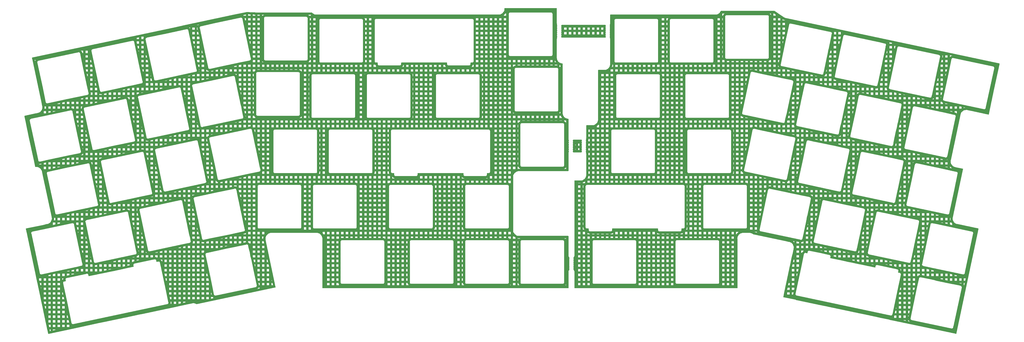
<source format=gbr>
%TF.GenerationSoftware,KiCad,Pcbnew,(6.0.9)*%
%TF.CreationDate,2023-01-07T08:52:43+09:00*%
%TF.ProjectId,Skeleton68rev2_SwitchPlate,536b656c-6574-46f6-9e36-38726576325f,rev?*%
%TF.SameCoordinates,Original*%
%TF.FileFunction,Copper,L2,Bot*%
%TF.FilePolarity,Positive*%
%FSLAX46Y46*%
G04 Gerber Fmt 4.6, Leading zero omitted, Abs format (unit mm)*
G04 Created by KiCad (PCBNEW (6.0.9)) date 2023-01-07 08:52:43*
%MOMM*%
%LPD*%
G01*
G04 APERTURE LIST*
G04 APERTURE END LIST*
%TA.AperFunction,NonConductor*%
G36*
X311722334Y-8828502D02*
G01*
X311768827Y-8882158D01*
X311778393Y-8913162D01*
X311787406Y-8965614D01*
X311790272Y-8972348D01*
X311790272Y-8972350D01*
X311832801Y-9072300D01*
X311841067Y-9142814D01*
X311825814Y-9184917D01*
X311823354Y-9189153D01*
X311823351Y-9189159D01*
X311819674Y-9195490D01*
X311817553Y-9202494D01*
X311817551Y-9202498D01*
X311790417Y-9292088D01*
X311768405Y-9364767D01*
X311757453Y-9541298D01*
X311758693Y-9548514D01*
X311758693Y-9548516D01*
X311776594Y-9652690D01*
X311787406Y-9715614D01*
X311790272Y-9722348D01*
X311790272Y-9722350D01*
X311832801Y-9822300D01*
X311841067Y-9892814D01*
X311825814Y-9934917D01*
X311823354Y-9939153D01*
X311823351Y-9939159D01*
X311819674Y-9945490D01*
X311817553Y-9952494D01*
X311817551Y-9952498D01*
X311788030Y-10049970D01*
X311768405Y-10114767D01*
X311757453Y-10291298D01*
X311758693Y-10298514D01*
X311758693Y-10298516D01*
X311764694Y-10333437D01*
X311787406Y-10465614D01*
X311790272Y-10472348D01*
X311790272Y-10472350D01*
X311832801Y-10572300D01*
X311841067Y-10642814D01*
X311825814Y-10684917D01*
X311823354Y-10689153D01*
X311823351Y-10689159D01*
X311819674Y-10695490D01*
X311817553Y-10702494D01*
X311817551Y-10702498D01*
X311777879Y-10833488D01*
X311768405Y-10864767D01*
X311757453Y-11041298D01*
X311787406Y-11215614D01*
X311790272Y-11222348D01*
X311790272Y-11222350D01*
X311832801Y-11322300D01*
X311841067Y-11392814D01*
X311825814Y-11434917D01*
X311823354Y-11439153D01*
X311823351Y-11439159D01*
X311819674Y-11445490D01*
X311817553Y-11452494D01*
X311817551Y-11452498D01*
X311788233Y-11549299D01*
X311768405Y-11614767D01*
X311757453Y-11791298D01*
X311787406Y-11965614D01*
X311790272Y-11972348D01*
X311790272Y-11972350D01*
X311832801Y-12072300D01*
X311841067Y-12142814D01*
X311825814Y-12184917D01*
X311823354Y-12189153D01*
X311823351Y-12189159D01*
X311819674Y-12195490D01*
X311817553Y-12202494D01*
X311817551Y-12202498D01*
X311788351Y-12298910D01*
X311768405Y-12364767D01*
X311757453Y-12541298D01*
X311758693Y-12548514D01*
X311758693Y-12548516D01*
X311775524Y-12646465D01*
X311787406Y-12715614D01*
X311790272Y-12722348D01*
X311790272Y-12722350D01*
X311832801Y-12822300D01*
X311841067Y-12892814D01*
X311825814Y-12934917D01*
X311823354Y-12939153D01*
X311823351Y-12939159D01*
X311819674Y-12945490D01*
X311817553Y-12952494D01*
X311817551Y-12952498D01*
X311772265Y-13102023D01*
X311733376Y-13161421D01*
X311668547Y-13190365D01*
X311651675Y-13191500D01*
X296665787Y-13191500D01*
X296597666Y-13171498D01*
X296551173Y-13117842D01*
X296541607Y-13086838D01*
X296533834Y-13041602D01*
X296533834Y-13041601D01*
X296532594Y-13034386D01*
X296529728Y-13027650D01*
X296487199Y-12927700D01*
X296478933Y-12857186D01*
X296494186Y-12815083D01*
X296496646Y-12810847D01*
X296496649Y-12810841D01*
X296500326Y-12804510D01*
X296515893Y-12753114D01*
X296549473Y-12642239D01*
X296551595Y-12635233D01*
X296562547Y-12458702D01*
X296557619Y-12430019D01*
X296533834Y-12291602D01*
X296533834Y-12291601D01*
X296532594Y-12284386D01*
X296529148Y-12276287D01*
X296487199Y-12177700D01*
X296478933Y-12107186D01*
X296486797Y-12085480D01*
X297511779Y-12085480D01*
X298313779Y-12085480D01*
X299111779Y-12085480D01*
X299913779Y-12085480D01*
X300711779Y-12085480D01*
X301513779Y-12085480D01*
X302311779Y-12085480D01*
X303113779Y-12085480D01*
X303911779Y-12085480D01*
X304713779Y-12085480D01*
X305511779Y-12085480D01*
X306313779Y-12085480D01*
X307111779Y-12085480D01*
X307913779Y-12085480D01*
X308711779Y-12085480D01*
X309513779Y-12085480D01*
X310311779Y-12085480D01*
X310998307Y-12085480D01*
X310970979Y-11926439D01*
X310969950Y-11919199D01*
X310962863Y-11856258D01*
X310962256Y-11848973D01*
X310960678Y-11819833D01*
X310960495Y-11812525D01*
X310960744Y-11749192D01*
X310960985Y-11741885D01*
X310971937Y-11565354D01*
X310972601Y-11558073D01*
X310980183Y-11495189D01*
X310981269Y-11487958D01*
X310986437Y-11459237D01*
X310987939Y-11452084D01*
X311002750Y-11390509D01*
X311004666Y-11383451D01*
X311006727Y-11376645D01*
X311002379Y-11357923D01*
X311000932Y-11350755D01*
X310989372Y-11283480D01*
X310311779Y-11283480D01*
X310311779Y-12085480D01*
X309513779Y-12085480D01*
X309513779Y-11283480D01*
X308711779Y-11283480D01*
X308711779Y-12085480D01*
X307913779Y-12085480D01*
X307913779Y-11283480D01*
X307111779Y-11283480D01*
X307111779Y-12085480D01*
X306313779Y-12085480D01*
X306313779Y-11283480D01*
X305511779Y-11283480D01*
X305511779Y-12085480D01*
X304713779Y-12085480D01*
X304713779Y-11283480D01*
X303911779Y-11283480D01*
X303911779Y-12085480D01*
X303113779Y-12085480D01*
X303113779Y-11283480D01*
X302311779Y-11283480D01*
X302311779Y-12085480D01*
X301513779Y-12085480D01*
X301513779Y-11283480D01*
X300711779Y-11283480D01*
X300711779Y-12085480D01*
X299913779Y-12085480D01*
X299913779Y-11283480D01*
X299111779Y-11283480D01*
X299111779Y-12085480D01*
X298313779Y-12085480D01*
X298313779Y-11283480D01*
X297511779Y-11283480D01*
X297511779Y-12085480D01*
X296486797Y-12085480D01*
X296494186Y-12065083D01*
X296496646Y-12060847D01*
X296496649Y-12060841D01*
X296500326Y-12054510D01*
X296529436Y-11958398D01*
X296549473Y-11892239D01*
X296551595Y-11885233D01*
X296562547Y-11708702D01*
X296559444Y-11690640D01*
X296533834Y-11541602D01*
X296533834Y-11541601D01*
X296532594Y-11534386D01*
X296529728Y-11527650D01*
X296487199Y-11427700D01*
X296478933Y-11357186D01*
X296494186Y-11315083D01*
X296496646Y-11310847D01*
X296496649Y-11310841D01*
X296500326Y-11304510D01*
X296503503Y-11294023D01*
X296549473Y-11142239D01*
X296551595Y-11135233D01*
X296562547Y-10958702D01*
X296532594Y-10784386D01*
X296529728Y-10777650D01*
X296487199Y-10677700D01*
X296478933Y-10607186D01*
X296494186Y-10565083D01*
X296496646Y-10560847D01*
X296496649Y-10560841D01*
X296500326Y-10554510D01*
X296505957Y-10535920D01*
X296521233Y-10485480D01*
X297511779Y-10485480D01*
X298313779Y-10485480D01*
X299111779Y-10485480D01*
X299913779Y-10485480D01*
X300711779Y-10485480D01*
X301513779Y-10485480D01*
X302311779Y-10485480D01*
X303113779Y-10485480D01*
X303911779Y-10485480D01*
X304713779Y-10485480D01*
X305511779Y-10485480D01*
X306313779Y-10485480D01*
X307111779Y-10485480D01*
X307913779Y-10485480D01*
X308711779Y-10485480D01*
X309513779Y-10485480D01*
X310311779Y-10485480D01*
X310981124Y-10485480D01*
X310970979Y-10426439D01*
X310969950Y-10419199D01*
X310962863Y-10356258D01*
X310962256Y-10348973D01*
X310960678Y-10319833D01*
X310960495Y-10312525D01*
X310960744Y-10249192D01*
X310960985Y-10241885D01*
X310971937Y-10065354D01*
X310972601Y-10058073D01*
X310980183Y-9995189D01*
X310981269Y-9987958D01*
X310986437Y-9959237D01*
X310987939Y-9952084D01*
X311002750Y-9890509D01*
X311004666Y-9883451D01*
X311006727Y-9876645D01*
X311002379Y-9857923D01*
X311000932Y-9850755D01*
X310972189Y-9683480D01*
X310311779Y-9683480D01*
X310311779Y-10485480D01*
X309513779Y-10485480D01*
X309513779Y-9683480D01*
X308711779Y-9683480D01*
X308711779Y-10485480D01*
X307913779Y-10485480D01*
X307913779Y-9683480D01*
X307111779Y-9683480D01*
X307111779Y-10485480D01*
X306313779Y-10485480D01*
X306313779Y-9683480D01*
X305511779Y-9683480D01*
X305511779Y-10485480D01*
X304713779Y-10485480D01*
X304713779Y-9683480D01*
X303911779Y-9683480D01*
X303911779Y-10485480D01*
X303113779Y-10485480D01*
X303113779Y-9683480D01*
X302311779Y-9683480D01*
X302311779Y-10485480D01*
X301513779Y-10485480D01*
X301513779Y-9683480D01*
X300711779Y-9683480D01*
X300711779Y-10485480D01*
X299913779Y-10485480D01*
X299913779Y-9683480D01*
X299111779Y-9683480D01*
X299111779Y-10485480D01*
X298313779Y-10485480D01*
X298313779Y-9683480D01*
X297511779Y-9683480D01*
X297511779Y-10485480D01*
X296521233Y-10485480D01*
X296542121Y-10416512D01*
X296551595Y-10385233D01*
X296562547Y-10208702D01*
X296532594Y-10034386D01*
X296529728Y-10027650D01*
X296487199Y-9927700D01*
X296478933Y-9857186D01*
X296494186Y-9815083D01*
X296496646Y-9810847D01*
X296496649Y-9810841D01*
X296500326Y-9804510D01*
X296507662Y-9780291D01*
X296549473Y-9642239D01*
X296551595Y-9635233D01*
X296562547Y-9458702D01*
X296551047Y-9391773D01*
X296533834Y-9291602D01*
X296533834Y-9291601D01*
X296532594Y-9284386D01*
X296521613Y-9258578D01*
X296487199Y-9177700D01*
X296478933Y-9107186D01*
X296494186Y-9065083D01*
X296496646Y-9060847D01*
X296496649Y-9060841D01*
X296500326Y-9054510D01*
X296529436Y-8958398D01*
X296547735Y-8897977D01*
X296586624Y-8838579D01*
X296651453Y-8809635D01*
X296668325Y-8808500D01*
X311654213Y-8808500D01*
X311722334Y-8828502D01*
G37*
%TD.AperFunction*%
%TA.AperFunction,NonConductor*%
G36*
X303492334Y-48328502D02*
G01*
X303538827Y-48382158D01*
X303548393Y-48413162D01*
X303550928Y-48427913D01*
X303557406Y-48465614D01*
X303560272Y-48472348D01*
X303560272Y-48472350D01*
X303602801Y-48572300D01*
X303611067Y-48642814D01*
X303595814Y-48684917D01*
X303593354Y-48689153D01*
X303593351Y-48689159D01*
X303589674Y-48695490D01*
X303587553Y-48702494D01*
X303587551Y-48702498D01*
X303559983Y-48793523D01*
X303538405Y-48864767D01*
X303527453Y-49041298D01*
X303557406Y-49215614D01*
X303560272Y-49222348D01*
X303560272Y-49222350D01*
X303602801Y-49322300D01*
X303611067Y-49392814D01*
X303595814Y-49434917D01*
X303593354Y-49439153D01*
X303593351Y-49439159D01*
X303589674Y-49445490D01*
X303587553Y-49452494D01*
X303587551Y-49452498D01*
X303547879Y-49583488D01*
X303538405Y-49614767D01*
X303527453Y-49791298D01*
X303557406Y-49965614D01*
X303560272Y-49972348D01*
X303560272Y-49972350D01*
X303602801Y-50072300D01*
X303611067Y-50142814D01*
X303595814Y-50184917D01*
X303593354Y-50189153D01*
X303593351Y-50189159D01*
X303589674Y-50195490D01*
X303587553Y-50202494D01*
X303587551Y-50202498D01*
X303551862Y-50320334D01*
X303538405Y-50364767D01*
X303527453Y-50541298D01*
X303557406Y-50715614D01*
X303560272Y-50722348D01*
X303560272Y-50722350D01*
X303602801Y-50822300D01*
X303611067Y-50892814D01*
X303595814Y-50934917D01*
X303593354Y-50939153D01*
X303593351Y-50939159D01*
X303589674Y-50945490D01*
X303587553Y-50952494D01*
X303587551Y-50952498D01*
X303558562Y-51048215D01*
X303538405Y-51114767D01*
X303527453Y-51291298D01*
X303528693Y-51298514D01*
X303528693Y-51298516D01*
X303534334Y-51331344D01*
X303557406Y-51465614D01*
X303560272Y-51472348D01*
X303560272Y-51472350D01*
X303602801Y-51572300D01*
X303611067Y-51642814D01*
X303595814Y-51684917D01*
X303593354Y-51689153D01*
X303593351Y-51689159D01*
X303589674Y-51695490D01*
X303587555Y-51702488D01*
X303587551Y-51702498D01*
X303558624Y-51798010D01*
X303538405Y-51864767D01*
X303527453Y-52041298D01*
X303528693Y-52048514D01*
X303528693Y-52048516D01*
X303535774Y-52089723D01*
X303557406Y-52215614D01*
X303560272Y-52222348D01*
X303560272Y-52222350D01*
X303602801Y-52322300D01*
X303611067Y-52392814D01*
X303595814Y-52434917D01*
X303593354Y-52439153D01*
X303593351Y-52439159D01*
X303589674Y-52445490D01*
X303587553Y-52452494D01*
X303587551Y-52452498D01*
X303560497Y-52541826D01*
X303544347Y-52595150D01*
X303542265Y-52602023D01*
X303503376Y-52661421D01*
X303438547Y-52690365D01*
X303421675Y-52691500D01*
X300665787Y-52691500D01*
X300597666Y-52671498D01*
X300551173Y-52617842D01*
X300541607Y-52586838D01*
X300533834Y-52541602D01*
X300533834Y-52541601D01*
X300532594Y-52534386D01*
X300529400Y-52526880D01*
X300487199Y-52427700D01*
X300478933Y-52357186D01*
X300494186Y-52315083D01*
X300496646Y-52310847D01*
X300496649Y-52310841D01*
X300500326Y-52304510D01*
X300506673Y-52283556D01*
X300549473Y-52142239D01*
X300551595Y-52135233D01*
X300562547Y-51958702D01*
X300561055Y-51950016D01*
X300533834Y-51791602D01*
X300533834Y-51791601D01*
X300532594Y-51784386D01*
X300529602Y-51777354D01*
X300487199Y-51677700D01*
X300480828Y-51623355D01*
X301313273Y-51623355D01*
X301317621Y-51642077D01*
X301319068Y-51649245D01*
X301349021Y-51823561D01*
X301350050Y-51830801D01*
X301357110Y-51893500D01*
X301513779Y-51893500D01*
X302311779Y-51893500D01*
X302737089Y-51893500D01*
X302741937Y-51815354D01*
X302742601Y-51808073D01*
X302750183Y-51745189D01*
X302751269Y-51737958D01*
X302756437Y-51709237D01*
X302757939Y-51702084D01*
X302772750Y-51640509D01*
X302774666Y-51633451D01*
X302776727Y-51626645D01*
X302772379Y-51607923D01*
X302770932Y-51600755D01*
X302740979Y-51426439D01*
X302739950Y-51419199D01*
X302732863Y-51356258D01*
X302732256Y-51348973D01*
X302730678Y-51319833D01*
X302730495Y-51312525D01*
X302730609Y-51283480D01*
X302311779Y-51283480D01*
X302311779Y-51893500D01*
X301513779Y-51893500D01*
X301513779Y-51283480D01*
X301357441Y-51283480D01*
X301348063Y-51434646D01*
X301347399Y-51441927D01*
X301339817Y-51504811D01*
X301338731Y-51512042D01*
X301333563Y-51540763D01*
X301332061Y-51547916D01*
X301317250Y-51609491D01*
X301315334Y-51616549D01*
X301313273Y-51623355D01*
X300480828Y-51623355D01*
X300478933Y-51607186D01*
X300494186Y-51565083D01*
X300496646Y-51560847D01*
X300496649Y-51560841D01*
X300500326Y-51554510D01*
X300502868Y-51546119D01*
X300549473Y-51392239D01*
X300551595Y-51385233D01*
X300562547Y-51208702D01*
X300554872Y-51164033D01*
X300533834Y-51041602D01*
X300533834Y-51041601D01*
X300532594Y-51034386D01*
X300529728Y-51027650D01*
X300487199Y-50927700D01*
X300478933Y-50857186D01*
X300494186Y-50815083D01*
X300496646Y-50810847D01*
X300496649Y-50810841D01*
X300500326Y-50804510D01*
X300529436Y-50708398D01*
X300549473Y-50642239D01*
X300551595Y-50635233D01*
X300562547Y-50458702D01*
X300559325Y-50439947D01*
X300533834Y-50291602D01*
X300533834Y-50291601D01*
X300532594Y-50284386D01*
X300528926Y-50275766D01*
X300487199Y-50177700D01*
X300480828Y-50123355D01*
X301313273Y-50123355D01*
X301317621Y-50142077D01*
X301319068Y-50149245D01*
X301349021Y-50323561D01*
X301350050Y-50330801D01*
X301357137Y-50393742D01*
X301357744Y-50401027D01*
X301359322Y-50430167D01*
X301359505Y-50437475D01*
X301359316Y-50485480D01*
X301513779Y-50485480D01*
X302311779Y-50485480D01*
X302731382Y-50485480D01*
X302741937Y-50315354D01*
X302742601Y-50308073D01*
X302750183Y-50245189D01*
X302751269Y-50237958D01*
X302756437Y-50209237D01*
X302757939Y-50202084D01*
X302772750Y-50140509D01*
X302774666Y-50133451D01*
X302776727Y-50126645D01*
X302772379Y-50107923D01*
X302770932Y-50100755D01*
X302740979Y-49926439D01*
X302739950Y-49919199D01*
X302732863Y-49856258D01*
X302732256Y-49848973D01*
X302730678Y-49819833D01*
X302730495Y-49812525D01*
X302730744Y-49749192D01*
X302730985Y-49741885D01*
X302734608Y-49683480D01*
X302311779Y-49683480D01*
X302311779Y-50485480D01*
X301513779Y-50485480D01*
X301513779Y-49683480D01*
X301359405Y-49683480D01*
X301359505Y-49687475D01*
X301359256Y-49750808D01*
X301359015Y-49758115D01*
X301348063Y-49934646D01*
X301347399Y-49941927D01*
X301339817Y-50004811D01*
X301338731Y-50012042D01*
X301333563Y-50040763D01*
X301332061Y-50047916D01*
X301317250Y-50109491D01*
X301315334Y-50116549D01*
X301313273Y-50123355D01*
X300480828Y-50123355D01*
X300478933Y-50107186D01*
X300494186Y-50065083D01*
X300496646Y-50060847D01*
X300496649Y-50060841D01*
X300500326Y-50054510D01*
X300503549Y-50043871D01*
X300549473Y-49892239D01*
X300551595Y-49885233D01*
X300562547Y-49708702D01*
X300555618Y-49668374D01*
X300533834Y-49541602D01*
X300533834Y-49541601D01*
X300532594Y-49534386D01*
X300529728Y-49527650D01*
X300487199Y-49427700D01*
X300478933Y-49357186D01*
X300494186Y-49315083D01*
X300496646Y-49310847D01*
X300496649Y-49310841D01*
X300500326Y-49304510D01*
X300529436Y-49208398D01*
X300549473Y-49142239D01*
X300551595Y-49135233D01*
X300562547Y-48958702D01*
X300557628Y-48930071D01*
X300533834Y-48791602D01*
X300533834Y-48791601D01*
X300532594Y-48784386D01*
X300526689Y-48770509D01*
X300487199Y-48677700D01*
X300478933Y-48607186D01*
X300494186Y-48565083D01*
X300496646Y-48560847D01*
X300496649Y-48560841D01*
X300500326Y-48554510D01*
X300502749Y-48546512D01*
X300539600Y-48424837D01*
X300547735Y-48397976D01*
X300586624Y-48338579D01*
X300651453Y-48309635D01*
X300668325Y-48308500D01*
X303424213Y-48308500D01*
X303492334Y-48328502D01*
G37*
%TD.AperFunction*%
%TA.AperFunction,NonConductor*%
G36*
X294925144Y-3051482D02*
G01*
X294971637Y-3105138D01*
X294983023Y-3157270D01*
X294988991Y-6777998D01*
X294991488Y-8293119D01*
X294991486Y-8294097D01*
X294991024Y-8369721D01*
X294993491Y-8378352D01*
X294993491Y-8378354D01*
X294999292Y-8398651D01*
X295002841Y-8415206D01*
X295007158Y-8444999D01*
X295010886Y-8453163D01*
X295010887Y-8453166D01*
X295017606Y-8467879D01*
X295024141Y-8485595D01*
X295031051Y-8509771D01*
X295035842Y-8517364D01*
X295039506Y-8525555D01*
X295037334Y-8526527D01*
X295053246Y-8582426D01*
X295051259Y-8603692D01*
X295050527Y-8607760D01*
X295048405Y-8614767D01*
X295037453Y-8791298D01*
X295038693Y-8798514D01*
X295038693Y-8798516D01*
X295053594Y-8885233D01*
X295067406Y-8965614D01*
X295070272Y-8972348D01*
X295070272Y-8972350D01*
X295112801Y-9072300D01*
X295121067Y-9142814D01*
X295105814Y-9184917D01*
X295103354Y-9189153D01*
X295103351Y-9189159D01*
X295099674Y-9195490D01*
X295097553Y-9202494D01*
X295097551Y-9202498D01*
X295070417Y-9292088D01*
X295048405Y-9364767D01*
X295037453Y-9541298D01*
X295038693Y-9548514D01*
X295038693Y-9548516D01*
X295056594Y-9652690D01*
X295067406Y-9715614D01*
X295070272Y-9722348D01*
X295070272Y-9722350D01*
X295112801Y-9822300D01*
X295121067Y-9892814D01*
X295105814Y-9934917D01*
X295103354Y-9939153D01*
X295103351Y-9939159D01*
X295099674Y-9945490D01*
X295097553Y-9952494D01*
X295097551Y-9952498D01*
X295068030Y-10049970D01*
X295048405Y-10114767D01*
X295037453Y-10291298D01*
X295038693Y-10298514D01*
X295038693Y-10298516D01*
X295044694Y-10333437D01*
X295067406Y-10465614D01*
X295070272Y-10472348D01*
X295070272Y-10472350D01*
X295112801Y-10572300D01*
X295121067Y-10642814D01*
X295105814Y-10684917D01*
X295103354Y-10689153D01*
X295103351Y-10689159D01*
X295099674Y-10695490D01*
X295097553Y-10702494D01*
X295097551Y-10702498D01*
X295057879Y-10833488D01*
X295048405Y-10864767D01*
X295037453Y-11041298D01*
X295067406Y-11215614D01*
X295070272Y-11222348D01*
X295070272Y-11222350D01*
X295112801Y-11322300D01*
X295121067Y-11392814D01*
X295105814Y-11434917D01*
X295103354Y-11439153D01*
X295103351Y-11439159D01*
X295099674Y-11445490D01*
X295097553Y-11452494D01*
X295097551Y-11452498D01*
X295068233Y-11549299D01*
X295048405Y-11614767D01*
X295037453Y-11791298D01*
X295067406Y-11965614D01*
X295070272Y-11972348D01*
X295070272Y-11972350D01*
X295112801Y-12072300D01*
X295121067Y-12142814D01*
X295105814Y-12184917D01*
X295103354Y-12189153D01*
X295103351Y-12189159D01*
X295099674Y-12195490D01*
X295097553Y-12202494D01*
X295097551Y-12202498D01*
X295068351Y-12298910D01*
X295048405Y-12364767D01*
X295037453Y-12541298D01*
X295038693Y-12548514D01*
X295038693Y-12548516D01*
X295055524Y-12646465D01*
X295067406Y-12715614D01*
X295070272Y-12722348D01*
X295070272Y-12722350D01*
X295112801Y-12822300D01*
X295121067Y-12892814D01*
X295105814Y-12934917D01*
X295103354Y-12939153D01*
X295103351Y-12939159D01*
X295099674Y-12945490D01*
X295097553Y-12952494D01*
X295097551Y-12952498D01*
X295063031Y-13066475D01*
X295048405Y-13114767D01*
X295037453Y-13291298D01*
X295038693Y-13298513D01*
X295038693Y-13298518D01*
X295054558Y-13390847D01*
X295046381Y-13461371D01*
X295041474Y-13470613D01*
X295038531Y-13476981D01*
X295033648Y-13484515D01*
X295031076Y-13493117D01*
X295031074Y-13493120D01*
X295026416Y-13508697D01*
X295019681Y-13526299D01*
X295016789Y-13532438D01*
X295008924Y-13549130D01*
X295004265Y-13578786D01*
X295000515Y-13595305D01*
X294991914Y-13624066D01*
X294991859Y-13633044D01*
X294991859Y-13633045D01*
X294991704Y-13658368D01*
X294991682Y-13658881D01*
X294991555Y-13659692D01*
X294991552Y-13661964D01*
X294991514Y-13689126D01*
X294991512Y-13689719D01*
X294991093Y-13758431D01*
X294991024Y-13769721D01*
X294991329Y-13770788D01*
X294991402Y-13771866D01*
X294989158Y-15416110D01*
X294982875Y-20019466D01*
X294981128Y-20040201D01*
X294979741Y-20048448D01*
X294977726Y-20060421D01*
X294977573Y-20072973D01*
X294978617Y-20080260D01*
X294979617Y-20089866D01*
X294983632Y-20151128D01*
X294995039Y-20325193D01*
X294995727Y-20335698D01*
X294996530Y-20339737D01*
X294996531Y-20339742D01*
X295042077Y-20568733D01*
X295047088Y-20593927D01*
X295131717Y-20843243D01*
X295133536Y-20846932D01*
X295133537Y-20846934D01*
X295244198Y-21071337D01*
X295248164Y-21079380D01*
X295250454Y-21082807D01*
X295250455Y-21082809D01*
X295304248Y-21163317D01*
X295394437Y-21298297D01*
X295568034Y-21496249D01*
X295571131Y-21498965D01*
X295717732Y-21627532D01*
X295765983Y-21669848D01*
X295865287Y-21736201D01*
X295981321Y-21813733D01*
X295984899Y-21816124D01*
X295988602Y-21817950D01*
X296217330Y-21930748D01*
X296217338Y-21930751D01*
X296221034Y-21932574D01*
X296224949Y-21933903D01*
X296466442Y-22015879D01*
X296466445Y-22015880D01*
X296470349Y-22017205D01*
X296474388Y-22018008D01*
X296474394Y-22018010D01*
X296724535Y-22067766D01*
X296724538Y-22067766D01*
X296728578Y-22068570D01*
X296732691Y-22068840D01*
X296732694Y-22068840D01*
X296795542Y-22072959D01*
X296865043Y-22077514D01*
X296931709Y-22101928D01*
X296974593Y-22158510D01*
X296982802Y-22203244D01*
X296982802Y-39069729D01*
X296981055Y-39090636D01*
X296977726Y-39110421D01*
X296977573Y-39122973D01*
X296978617Y-39130260D01*
X296979617Y-39139866D01*
X296984102Y-39208294D01*
X296994259Y-39363289D01*
X296995727Y-39385698D01*
X296996530Y-39389737D01*
X296996531Y-39389742D01*
X297045434Y-39635611D01*
X297047088Y-39643927D01*
X297131717Y-39893243D01*
X297133536Y-39896932D01*
X297133537Y-39896934D01*
X297240976Y-40114803D01*
X297248164Y-40129380D01*
X297250454Y-40132807D01*
X297250455Y-40132809D01*
X297305120Y-40214622D01*
X297394437Y-40348297D01*
X297568034Y-40546249D01*
X297571131Y-40548965D01*
X297718854Y-40678516D01*
X297765983Y-40719848D01*
X297847378Y-40774235D01*
X297960653Y-40849923D01*
X297984899Y-40866124D01*
X297988602Y-40867950D01*
X298217330Y-40980748D01*
X298217338Y-40980751D01*
X298221034Y-40982574D01*
X298224949Y-40983903D01*
X298466442Y-41065879D01*
X298466445Y-41065880D01*
X298470349Y-41067205D01*
X298474388Y-41068008D01*
X298474394Y-41068010D01*
X298724535Y-41117766D01*
X298724538Y-41117766D01*
X298728578Y-41118570D01*
X298732691Y-41118840D01*
X298732694Y-41118840D01*
X298787600Y-41122438D01*
X298865213Y-41127525D01*
X298931879Y-41151939D01*
X298974763Y-41208520D01*
X298982971Y-41253088D01*
X298987935Y-45063751D01*
X298991490Y-47792815D01*
X298991488Y-47793749D01*
X298991412Y-47806198D01*
X298991024Y-47869721D01*
X298993490Y-47878350D01*
X298993491Y-47878355D01*
X298999263Y-47898551D01*
X299002818Y-47915149D01*
X299007108Y-47944830D01*
X299010960Y-47953273D01*
X299017594Y-47967813D01*
X299024111Y-47985489D01*
X299031051Y-48009771D01*
X299035840Y-48017361D01*
X299039506Y-48025557D01*
X299037336Y-48026528D01*
X299053246Y-48082433D01*
X299051259Y-48103694D01*
X299050528Y-48107757D01*
X299048405Y-48114767D01*
X299037453Y-48291298D01*
X299038693Y-48298514D01*
X299038693Y-48298516D01*
X299066166Y-48458398D01*
X299067406Y-48465614D01*
X299070272Y-48472348D01*
X299070272Y-48472350D01*
X299112801Y-48572300D01*
X299121067Y-48642814D01*
X299105814Y-48684917D01*
X299103354Y-48689153D01*
X299103351Y-48689159D01*
X299099674Y-48695490D01*
X299097553Y-48702494D01*
X299097551Y-48702498D01*
X299069983Y-48793523D01*
X299048405Y-48864767D01*
X299037453Y-49041298D01*
X299067406Y-49215614D01*
X299070272Y-49222348D01*
X299070272Y-49222350D01*
X299112801Y-49322300D01*
X299121067Y-49392814D01*
X299105814Y-49434917D01*
X299103354Y-49439153D01*
X299103351Y-49439159D01*
X299099674Y-49445490D01*
X299097553Y-49452494D01*
X299097551Y-49452498D01*
X299057879Y-49583488D01*
X299048405Y-49614767D01*
X299037453Y-49791298D01*
X299067406Y-49965614D01*
X299070272Y-49972348D01*
X299070272Y-49972350D01*
X299112801Y-50072300D01*
X299121067Y-50142814D01*
X299105814Y-50184917D01*
X299103354Y-50189153D01*
X299103351Y-50189159D01*
X299099674Y-50195490D01*
X299097553Y-50202494D01*
X299097551Y-50202498D01*
X299061862Y-50320334D01*
X299048405Y-50364767D01*
X299037453Y-50541298D01*
X299067406Y-50715614D01*
X299070272Y-50722348D01*
X299070272Y-50722350D01*
X299112801Y-50822300D01*
X299121067Y-50892814D01*
X299105814Y-50934917D01*
X299103354Y-50939153D01*
X299103351Y-50939159D01*
X299099674Y-50945490D01*
X299097553Y-50952494D01*
X299097551Y-50952498D01*
X299068562Y-51048215D01*
X299048405Y-51114767D01*
X299037453Y-51291298D01*
X299038693Y-51298514D01*
X299038693Y-51298516D01*
X299044334Y-51331344D01*
X299067406Y-51465614D01*
X299070272Y-51472348D01*
X299070272Y-51472350D01*
X299112801Y-51572300D01*
X299121067Y-51642814D01*
X299105814Y-51684917D01*
X299103354Y-51689153D01*
X299103351Y-51689159D01*
X299099674Y-51695490D01*
X299097555Y-51702488D01*
X299097551Y-51702498D01*
X299068624Y-51798010D01*
X299048405Y-51864767D01*
X299037453Y-52041298D01*
X299038693Y-52048514D01*
X299038693Y-52048516D01*
X299045774Y-52089723D01*
X299067406Y-52215614D01*
X299070272Y-52222348D01*
X299070272Y-52222350D01*
X299112801Y-52322300D01*
X299121067Y-52392814D01*
X299105814Y-52434917D01*
X299103354Y-52439153D01*
X299103351Y-52439159D01*
X299099674Y-52445490D01*
X299097553Y-52452494D01*
X299097551Y-52452498D01*
X299065003Y-52559966D01*
X299048405Y-52614767D01*
X299037453Y-52791298D01*
X299054559Y-52890846D01*
X299046382Y-52961368D01*
X299041473Y-52970615D01*
X299038532Y-52976980D01*
X299033648Y-52984515D01*
X299031076Y-52993116D01*
X299026424Y-53008672D01*
X299019682Y-53026288D01*
X299008938Y-53049085D01*
X299006050Y-53067456D01*
X299004274Y-53078752D01*
X299000521Y-53095283D01*
X298994485Y-53115467D01*
X298994484Y-53115471D01*
X298991914Y-53124066D01*
X298991859Y-53133038D01*
X298991859Y-53133039D01*
X298991704Y-53158353D01*
X298991683Y-53158850D01*
X298991558Y-53159646D01*
X298991555Y-53161881D01*
X298991515Y-53189085D01*
X298991513Y-53189671D01*
X298991211Y-53239130D01*
X298991024Y-53269721D01*
X298991324Y-53270769D01*
X298991395Y-53271824D01*
X298989207Y-54774305D01*
X298982996Y-59038664D01*
X298962895Y-59106755D01*
X298909171Y-59153170D01*
X298856996Y-59164480D01*
X282003250Y-59164480D01*
X281982345Y-59162734D01*
X281967344Y-59160210D01*
X281967341Y-59160210D01*
X281962552Y-59159404D01*
X281956529Y-59159331D01*
X281954867Y-59159310D01*
X281954863Y-59159310D01*
X281950000Y-59159251D01*
X281942694Y-59160297D01*
X281933091Y-59161298D01*
X281788643Y-59170766D01*
X281691393Y-59177140D01*
X281691389Y-59177141D01*
X281687278Y-59177410D01*
X281683238Y-59178214D01*
X281683235Y-59178214D01*
X281646551Y-59185511D01*
X281429051Y-59228774D01*
X281425147Y-59230099D01*
X281425144Y-59230100D01*
X281188215Y-59310525D01*
X281179737Y-59313403D01*
X280943603Y-59429851D01*
X280857330Y-59487496D01*
X280739912Y-59565952D01*
X280724688Y-59576124D01*
X280526738Y-59749719D01*
X280510321Y-59768439D01*
X280358654Y-59941379D01*
X280353140Y-59947666D01*
X280350851Y-59951092D01*
X280350850Y-59951093D01*
X280209156Y-60163149D01*
X280209152Y-60163155D01*
X280206864Y-60166580D01*
X280205038Y-60170284D01*
X280205035Y-60170288D01*
X280170018Y-60241294D01*
X280090414Y-60402712D01*
X280074044Y-60450934D01*
X280007104Y-60648126D01*
X280007102Y-60648134D01*
X280005781Y-60652025D01*
X279979345Y-60784920D01*
X279963919Y-60862467D01*
X279954413Y-60910251D01*
X279954144Y-60914354D01*
X279954143Y-60914362D01*
X279939445Y-61138575D01*
X279937968Y-61151240D01*
X279937231Y-61155620D01*
X279937230Y-61155630D01*
X279936424Y-61160421D01*
X279936271Y-61172973D01*
X279936961Y-61177789D01*
X279940228Y-61200606D01*
X279941500Y-61218467D01*
X279941500Y-79400633D01*
X279940000Y-79420018D01*
X279937690Y-79434851D01*
X279937690Y-79434855D01*
X279936309Y-79443724D01*
X279937251Y-79450925D01*
X279937456Y-79454058D01*
X279937453Y-79454333D01*
X279937518Y-79454998D01*
X279954139Y-79708584D01*
X279954410Y-79712724D01*
X279955214Y-79716764D01*
X279955214Y-79716767D01*
X280000762Y-79945750D01*
X280005775Y-79970954D01*
X280007100Y-79974858D01*
X280007101Y-79974861D01*
X280086762Y-80209533D01*
X280090406Y-80220269D01*
X280144833Y-80330637D01*
X280204256Y-80451134D01*
X280206855Y-80456405D01*
X280353130Y-80675321D01*
X280526728Y-80873272D01*
X280724679Y-81046870D01*
X280943595Y-81193145D01*
X280947294Y-81194969D01*
X280947299Y-81194972D01*
X281014503Y-81228113D01*
X281179731Y-81309594D01*
X281183636Y-81310919D01*
X281183637Y-81310920D01*
X281425139Y-81392899D01*
X281425142Y-81392900D01*
X281429046Y-81394225D01*
X281433085Y-81395028D01*
X281433091Y-81395030D01*
X281683233Y-81444786D01*
X281683236Y-81444786D01*
X281687276Y-81445590D01*
X281691387Y-81445859D01*
X281691391Y-81445860D01*
X281915609Y-81460556D01*
X281928269Y-81462032D01*
X281932639Y-81462767D01*
X281932641Y-81462767D01*
X281937448Y-81463576D01*
X281943966Y-81463655D01*
X281945140Y-81463670D01*
X281945143Y-81463670D01*
X281950000Y-81463729D01*
X281977624Y-81459773D01*
X281995486Y-81458500D01*
X298865500Y-81458500D01*
X298933621Y-81478502D01*
X298980114Y-81532158D01*
X298991500Y-81584500D01*
X298991500Y-88291377D01*
X298991498Y-88292147D01*
X298991024Y-88369721D01*
X298995258Y-88384534D01*
X298999150Y-88398153D01*
X299002728Y-88414915D01*
X299006920Y-88444187D01*
X299010634Y-88452355D01*
X299010634Y-88452356D01*
X299017548Y-88467562D01*
X299023996Y-88485086D01*
X299031051Y-88509771D01*
X299035843Y-88517365D01*
X299035844Y-88517368D01*
X299046830Y-88534780D01*
X299054969Y-88549863D01*
X299067208Y-88576782D01*
X299073069Y-88583584D01*
X299083970Y-88596235D01*
X299095073Y-88611239D01*
X299108776Y-88632958D01*
X299115501Y-88638897D01*
X299115504Y-88638901D01*
X299130938Y-88652532D01*
X299142982Y-88664724D01*
X299156427Y-88680327D01*
X299156430Y-88680329D01*
X299162287Y-88687127D01*
X299169816Y-88692007D01*
X299169817Y-88692008D01*
X299181408Y-88699521D01*
X299227691Y-88753359D01*
X299236968Y-88791381D01*
X299237453Y-88791298D01*
X299238693Y-88798514D01*
X299238693Y-88798516D01*
X299245177Y-88836249D01*
X299267406Y-88965614D01*
X299270272Y-88972348D01*
X299270272Y-88972350D01*
X299312801Y-89072300D01*
X299321067Y-89142814D01*
X299305814Y-89184917D01*
X299303354Y-89189153D01*
X299303351Y-89189159D01*
X299299674Y-89195490D01*
X299297553Y-89202494D01*
X299297551Y-89202498D01*
X299257879Y-89333488D01*
X299248405Y-89364767D01*
X299237453Y-89541298D01*
X299238693Y-89548514D01*
X299238693Y-89548516D01*
X299265752Y-89705988D01*
X299267406Y-89715614D01*
X299270272Y-89722348D01*
X299270272Y-89722350D01*
X299312801Y-89822300D01*
X299321067Y-89892814D01*
X299305814Y-89934917D01*
X299303354Y-89939153D01*
X299303351Y-89939159D01*
X299299674Y-89945490D01*
X299297553Y-89952494D01*
X299297551Y-89952498D01*
X299258233Y-90082316D01*
X299248405Y-90114767D01*
X299237453Y-90291298D01*
X299238693Y-90298514D01*
X299238693Y-90298516D01*
X299266030Y-90457607D01*
X299267406Y-90465614D01*
X299270272Y-90472348D01*
X299270272Y-90472350D01*
X299312801Y-90572300D01*
X299321067Y-90642814D01*
X299305814Y-90684917D01*
X299303354Y-90689153D01*
X299303351Y-90689159D01*
X299299674Y-90695490D01*
X299297553Y-90702494D01*
X299297551Y-90702498D01*
X299257879Y-90833488D01*
X299248405Y-90864767D01*
X299237453Y-91041298D01*
X299238693Y-91048514D01*
X299238693Y-91048516D01*
X299249584Y-91111897D01*
X299267406Y-91215614D01*
X299270272Y-91222348D01*
X299270272Y-91222350D01*
X299312801Y-91322300D01*
X299321067Y-91392814D01*
X299305814Y-91434917D01*
X299303354Y-91439153D01*
X299303351Y-91439159D01*
X299299674Y-91445490D01*
X299297553Y-91452494D01*
X299297551Y-91452498D01*
X299258022Y-91583015D01*
X299248405Y-91614767D01*
X299237453Y-91791298D01*
X299238693Y-91798514D01*
X299238693Y-91798516D01*
X299240092Y-91806657D01*
X299267406Y-91965614D01*
X299270272Y-91972348D01*
X299270272Y-91972350D01*
X299312801Y-92072300D01*
X299321067Y-92142814D01*
X299305814Y-92184917D01*
X299303354Y-92189153D01*
X299303351Y-92189159D01*
X299299674Y-92195490D01*
X299297553Y-92202494D01*
X299297551Y-92202498D01*
X299269378Y-92295520D01*
X299248405Y-92364767D01*
X299237453Y-92541298D01*
X299238693Y-92548514D01*
X299238693Y-92548516D01*
X299253594Y-92635233D01*
X299267406Y-92715614D01*
X299270272Y-92722348D01*
X299270272Y-92722350D01*
X299312801Y-92822300D01*
X299321067Y-92892814D01*
X299305814Y-92934917D01*
X299303354Y-92939153D01*
X299303351Y-92939159D01*
X299299674Y-92945490D01*
X299297553Y-92952494D01*
X299297551Y-92952498D01*
X299269954Y-93043618D01*
X299248405Y-93114767D01*
X299246577Y-93144226D01*
X299243185Y-93198900D01*
X299219003Y-93265651D01*
X299184663Y-93297658D01*
X299174633Y-93303986D01*
X299174631Y-93303988D01*
X299167042Y-93308776D01*
X299161103Y-93315501D01*
X299161099Y-93315504D01*
X299147468Y-93330938D01*
X299135276Y-93342982D01*
X299119673Y-93356427D01*
X299119671Y-93356430D01*
X299112873Y-93362287D01*
X299107993Y-93369816D01*
X299107992Y-93369817D01*
X299098906Y-93383835D01*
X299087615Y-93398709D01*
X299082503Y-93404498D01*
X299070622Y-93417951D01*
X299058058Y-93444711D01*
X299049737Y-93459691D01*
X299038529Y-93476983D01*
X299038527Y-93476988D01*
X299033648Y-93484515D01*
X299031078Y-93493108D01*
X299031076Y-93493113D01*
X299026289Y-93509120D01*
X299019628Y-93526564D01*
X299012533Y-93541676D01*
X299008719Y-93549800D01*
X299007338Y-93558667D01*
X299007338Y-93558668D01*
X299004170Y-93579015D01*
X299000387Y-93595732D01*
X298994485Y-93615466D01*
X298994484Y-93615472D01*
X298991914Y-93624066D01*
X298991859Y-93633037D01*
X298991859Y-93633038D01*
X298991704Y-93658497D01*
X298991671Y-93659289D01*
X298991500Y-93660386D01*
X298991500Y-93691377D01*
X298991498Y-93692147D01*
X298991024Y-93769721D01*
X298991408Y-93771065D01*
X298991500Y-93772410D01*
X298991500Y-99365500D01*
X298971498Y-99433621D01*
X298917842Y-99480114D01*
X298865500Y-99491500D01*
X214409500Y-99491500D01*
X214341379Y-99471498D01*
X214294886Y-99417842D01*
X214283500Y-99365500D01*
X214283500Y-98485480D01*
X215911779Y-98485480D01*
X216713779Y-98485480D01*
X217511779Y-98485480D01*
X218313779Y-98485480D01*
X219111779Y-98485480D01*
X219913779Y-98485480D01*
X236711779Y-98485480D01*
X237513779Y-98485480D01*
X238311779Y-98485480D01*
X239113779Y-98485480D01*
X239911779Y-98485480D01*
X240713779Y-98485480D01*
X241511779Y-98485480D01*
X242313779Y-98485480D01*
X243111779Y-98485480D01*
X243913779Y-98485480D01*
X260711779Y-98485480D01*
X261513779Y-98485480D01*
X262311779Y-98485480D01*
X263092059Y-98485480D01*
X278758851Y-98485480D01*
X279113779Y-98485480D01*
X279911779Y-98485480D01*
X280713779Y-98485480D01*
X281511779Y-98485480D01*
X282142059Y-98485480D01*
X297808851Y-98485480D01*
X298193500Y-98485480D01*
X298193500Y-97951596D01*
X298175215Y-97999923D01*
X298171748Y-98008184D01*
X298156763Y-98040615D01*
X298152718Y-98048611D01*
X298122948Y-98102594D01*
X298122947Y-98102594D01*
X298122273Y-98103908D01*
X298118869Y-98109992D01*
X298115250Y-98116555D01*
X298114452Y-98117887D01*
X298084394Y-98171614D01*
X298079745Y-98179272D01*
X298060132Y-98209130D01*
X298054949Y-98216439D01*
X298017298Y-98265728D01*
X297979557Y-98315768D01*
X297973911Y-98322724D01*
X297950428Y-98349644D01*
X297944301Y-98356183D01*
X297900632Y-98399586D01*
X297899569Y-98400707D01*
X297894274Y-98405906D01*
X297889255Y-98410894D01*
X297888157Y-98411910D01*
X297844177Y-98455089D01*
X297837564Y-98461135D01*
X297810357Y-98484288D01*
X297808851Y-98485480D01*
X282142059Y-98485480D01*
X282134312Y-98479637D01*
X282127356Y-98473991D01*
X282100436Y-98450508D01*
X282093897Y-98444381D01*
X282050489Y-98400707D01*
X282049373Y-98399649D01*
X282044174Y-98394354D01*
X282039186Y-98389335D01*
X282038170Y-98388237D01*
X281994991Y-98344257D01*
X281988945Y-98337644D01*
X281965792Y-98310437D01*
X281960232Y-98303413D01*
X281923307Y-98253189D01*
X281886066Y-98203180D01*
X281880973Y-98195808D01*
X281861725Y-98165710D01*
X281857170Y-98157995D01*
X281827763Y-98103888D01*
X281827004Y-98102586D01*
X281823605Y-98096241D01*
X281820116Y-98089821D01*
X281819442Y-98088468D01*
X281790365Y-98034184D01*
X281786418Y-98026142D01*
X281771830Y-97993531D01*
X281768465Y-97985227D01*
X281747162Y-97926778D01*
X281725395Y-97868169D01*
X281722576Y-97859662D01*
X281712550Y-97825373D01*
X281710343Y-97816691D01*
X281697308Y-97756527D01*
X281696943Y-97755051D01*
X281695422Y-97747817D01*
X281693914Y-97740857D01*
X281693654Y-97739414D01*
X281681893Y-97683480D01*
X281511779Y-97683480D01*
X281511779Y-98485480D01*
X280713779Y-98485480D01*
X280713779Y-97683480D01*
X279911779Y-97683480D01*
X279911779Y-98485480D01*
X279113779Y-98485480D01*
X279113779Y-98025431D01*
X279106763Y-98040615D01*
X279102718Y-98048611D01*
X279072948Y-98102594D01*
X279072947Y-98102594D01*
X279072273Y-98103908D01*
X279068869Y-98109992D01*
X279065250Y-98116555D01*
X279064452Y-98117887D01*
X279034394Y-98171614D01*
X279029745Y-98179272D01*
X279010132Y-98209130D01*
X279004949Y-98216439D01*
X278967298Y-98265728D01*
X278929557Y-98315768D01*
X278923911Y-98322724D01*
X278900428Y-98349644D01*
X278894301Y-98356183D01*
X278850632Y-98399586D01*
X278849569Y-98400707D01*
X278844274Y-98405906D01*
X278839255Y-98410894D01*
X278838157Y-98411910D01*
X278794177Y-98455089D01*
X278787564Y-98461135D01*
X278760357Y-98484288D01*
X278758851Y-98485480D01*
X263092059Y-98485480D01*
X263084312Y-98479637D01*
X263077356Y-98473991D01*
X263050436Y-98450508D01*
X263043897Y-98444381D01*
X263000489Y-98400707D01*
X262999373Y-98399649D01*
X262994174Y-98394354D01*
X262989186Y-98389335D01*
X262988170Y-98388237D01*
X262944991Y-98344257D01*
X262938945Y-98337644D01*
X262915792Y-98310437D01*
X262910232Y-98303413D01*
X262873307Y-98253189D01*
X262836066Y-98203180D01*
X262830973Y-98195808D01*
X262811725Y-98165710D01*
X262807170Y-98157995D01*
X262777763Y-98103888D01*
X262777004Y-98102586D01*
X262773605Y-98096241D01*
X262770116Y-98089821D01*
X262769442Y-98088468D01*
X262740365Y-98034184D01*
X262736418Y-98026142D01*
X262721830Y-97993531D01*
X262718465Y-97985227D01*
X262697162Y-97926778D01*
X262675395Y-97868169D01*
X262672576Y-97859662D01*
X262662550Y-97825373D01*
X262660343Y-97816691D01*
X262647308Y-97756527D01*
X262646943Y-97755051D01*
X262645422Y-97747817D01*
X262643914Y-97740857D01*
X262643654Y-97739414D01*
X262631893Y-97683480D01*
X262311779Y-97683480D01*
X262311779Y-98485480D01*
X261513779Y-98485480D01*
X261513779Y-97683480D01*
X260711779Y-97683480D01*
X260711779Y-98485480D01*
X243913779Y-98485480D01*
X243913779Y-98363394D01*
X243894991Y-98344257D01*
X243888945Y-98337644D01*
X243865792Y-98310437D01*
X243860232Y-98303413D01*
X243823307Y-98253189D01*
X243786066Y-98203180D01*
X243780973Y-98195808D01*
X243761725Y-98165710D01*
X243757170Y-98157995D01*
X243727763Y-98103888D01*
X243727004Y-98102586D01*
X243723605Y-98096241D01*
X243720116Y-98089821D01*
X243719442Y-98088468D01*
X243690365Y-98034184D01*
X243686418Y-98026142D01*
X243671830Y-97993531D01*
X243668465Y-97985227D01*
X243647162Y-97926778D01*
X243625395Y-97868169D01*
X243622576Y-97859662D01*
X243612550Y-97825373D01*
X243610343Y-97816691D01*
X243597308Y-97756527D01*
X243596943Y-97755051D01*
X243595422Y-97747817D01*
X243593914Y-97740857D01*
X243593654Y-97739414D01*
X243581893Y-97683480D01*
X243111779Y-97683480D01*
X243111779Y-98485480D01*
X242313779Y-98485480D01*
X242313779Y-97683480D01*
X241511779Y-97683480D01*
X241511779Y-98485480D01*
X240713779Y-98485480D01*
X240713779Y-97683480D01*
X239911779Y-97683480D01*
X239911779Y-98485480D01*
X239113779Y-98485480D01*
X239113779Y-97683480D01*
X238311779Y-97683480D01*
X238311779Y-98485480D01*
X237513779Y-98485480D01*
X237513779Y-97683480D01*
X236711779Y-97683480D01*
X236711779Y-98485480D01*
X219913779Y-98485480D01*
X219913779Y-98101232D01*
X219911105Y-98096241D01*
X219907616Y-98089821D01*
X219906942Y-98088468D01*
X219877865Y-98034184D01*
X219873918Y-98026142D01*
X219859330Y-97993531D01*
X219855965Y-97985227D01*
X219834662Y-97926778D01*
X219812895Y-97868169D01*
X219810076Y-97859662D01*
X219800050Y-97825373D01*
X219797843Y-97816691D01*
X219784808Y-97756527D01*
X219784443Y-97755051D01*
X219782922Y-97747817D01*
X219781414Y-97740857D01*
X219781154Y-97739414D01*
X219769393Y-97683480D01*
X219111779Y-97683480D01*
X219111779Y-98485480D01*
X218313779Y-98485480D01*
X218313779Y-97683480D01*
X217511779Y-97683480D01*
X217511779Y-98485480D01*
X216713779Y-98485480D01*
X216713779Y-97683480D01*
X215911779Y-97683480D01*
X215911779Y-98485480D01*
X214283500Y-98485480D01*
X214283500Y-97544451D01*
X220553874Y-97544451D01*
X220556341Y-97553082D01*
X220562000Y-97572883D01*
X220565578Y-97589645D01*
X220569770Y-97618917D01*
X220573484Y-97627085D01*
X220573484Y-97627086D01*
X220580398Y-97642292D01*
X220586846Y-97659816D01*
X220593901Y-97684501D01*
X220598693Y-97692095D01*
X220598694Y-97692098D01*
X220609680Y-97709510D01*
X220617819Y-97724593D01*
X220630058Y-97751512D01*
X220635919Y-97758314D01*
X220646820Y-97770965D01*
X220657923Y-97785969D01*
X220671626Y-97807688D01*
X220678351Y-97813627D01*
X220678354Y-97813631D01*
X220693788Y-97827262D01*
X220705832Y-97839454D01*
X220719277Y-97855057D01*
X220719280Y-97855059D01*
X220725137Y-97861857D01*
X220732666Y-97866737D01*
X220732667Y-97866738D01*
X220746685Y-97875824D01*
X220761559Y-97887115D01*
X220774067Y-97898161D01*
X220780801Y-97904108D01*
X220807561Y-97916672D01*
X220822541Y-97924993D01*
X220839833Y-97936201D01*
X220839838Y-97936203D01*
X220847365Y-97941082D01*
X220855958Y-97943652D01*
X220855963Y-97943654D01*
X220871970Y-97948441D01*
X220889414Y-97955102D01*
X220904526Y-97962197D01*
X220904528Y-97962198D01*
X220912650Y-97966011D01*
X220921517Y-97967392D01*
X220921518Y-97967392D01*
X220924203Y-97967810D01*
X220941867Y-97970560D01*
X220958582Y-97974343D01*
X220978316Y-97980245D01*
X220978322Y-97980246D01*
X220986916Y-97982816D01*
X220995887Y-97982871D01*
X220995888Y-97982871D01*
X221005947Y-97982932D01*
X221021356Y-97983026D01*
X221022139Y-97983059D01*
X221023236Y-97983230D01*
X221054227Y-97983230D01*
X221054997Y-97983232D01*
X221128635Y-97983682D01*
X221128636Y-97983682D01*
X221132571Y-97983706D01*
X221133915Y-97983322D01*
X221135260Y-97983230D01*
X235053527Y-97983230D01*
X235054298Y-97983232D01*
X235131871Y-97983706D01*
X235160302Y-97975580D01*
X235177065Y-97972002D01*
X235177903Y-97971882D01*
X235206337Y-97967810D01*
X235229714Y-97957181D01*
X235247237Y-97950734D01*
X235271921Y-97943679D01*
X235279515Y-97938887D01*
X235279518Y-97938886D01*
X235296930Y-97927900D01*
X235312015Y-97919760D01*
X235338932Y-97907522D01*
X235358385Y-97890760D01*
X235373389Y-97879657D01*
X235395108Y-97865954D01*
X235401047Y-97859229D01*
X235401051Y-97859226D01*
X235414682Y-97843792D01*
X235426874Y-97831748D01*
X235442477Y-97818303D01*
X235442479Y-97818300D01*
X235449277Y-97812443D01*
X235463244Y-97790895D01*
X235474535Y-97776021D01*
X235485581Y-97763513D01*
X235485582Y-97763512D01*
X235491528Y-97756779D01*
X235504093Y-97730017D01*
X235512413Y-97715039D01*
X235523621Y-97697747D01*
X235523623Y-97697742D01*
X235528502Y-97690215D01*
X235531072Y-97681622D01*
X235531074Y-97681617D01*
X235535861Y-97665610D01*
X235542522Y-97648166D01*
X235549617Y-97633054D01*
X235549618Y-97633052D01*
X235553431Y-97624930D01*
X235554999Y-97614864D01*
X235557980Y-97595715D01*
X235561763Y-97578998D01*
X235567665Y-97559264D01*
X235567666Y-97559258D01*
X235570236Y-97550664D01*
X235570274Y-97544451D01*
X244366374Y-97544451D01*
X244368841Y-97553082D01*
X244374500Y-97572883D01*
X244378078Y-97589645D01*
X244382270Y-97618917D01*
X244385984Y-97627085D01*
X244385984Y-97627086D01*
X244392898Y-97642292D01*
X244399346Y-97659816D01*
X244406401Y-97684501D01*
X244411193Y-97692095D01*
X244411194Y-97692098D01*
X244422180Y-97709510D01*
X244430319Y-97724593D01*
X244442558Y-97751512D01*
X244448419Y-97758314D01*
X244459320Y-97770965D01*
X244470423Y-97785969D01*
X244484126Y-97807688D01*
X244490851Y-97813627D01*
X244490854Y-97813631D01*
X244506288Y-97827262D01*
X244518332Y-97839454D01*
X244531777Y-97855057D01*
X244531780Y-97855059D01*
X244537637Y-97861857D01*
X244545166Y-97866737D01*
X244545167Y-97866738D01*
X244559185Y-97875824D01*
X244574059Y-97887115D01*
X244586567Y-97898161D01*
X244593301Y-97904108D01*
X244620061Y-97916672D01*
X244635041Y-97924993D01*
X244652333Y-97936201D01*
X244652338Y-97936203D01*
X244659865Y-97941082D01*
X244668458Y-97943652D01*
X244668463Y-97943654D01*
X244684470Y-97948441D01*
X244701914Y-97955102D01*
X244717026Y-97962197D01*
X244717028Y-97962198D01*
X244725150Y-97966011D01*
X244734017Y-97967392D01*
X244734018Y-97967392D01*
X244736703Y-97967810D01*
X244754367Y-97970560D01*
X244771082Y-97974343D01*
X244790816Y-97980245D01*
X244790822Y-97980246D01*
X244799416Y-97982816D01*
X244808387Y-97982871D01*
X244808388Y-97982871D01*
X244818447Y-97982932D01*
X244833856Y-97983026D01*
X244834639Y-97983059D01*
X244835736Y-97983230D01*
X244866727Y-97983230D01*
X244867497Y-97983232D01*
X244941135Y-97983682D01*
X244941136Y-97983682D01*
X244945071Y-97983706D01*
X244946415Y-97983322D01*
X244947760Y-97983230D01*
X258866027Y-97983230D01*
X258866798Y-97983232D01*
X258944371Y-97983706D01*
X258972802Y-97975580D01*
X258989565Y-97972002D01*
X258990403Y-97971882D01*
X259018837Y-97967810D01*
X259042214Y-97957181D01*
X259059737Y-97950734D01*
X259084421Y-97943679D01*
X259092015Y-97938887D01*
X259092018Y-97938886D01*
X259109430Y-97927900D01*
X259124515Y-97919760D01*
X259151432Y-97907522D01*
X259170885Y-97890760D01*
X259185889Y-97879657D01*
X259207608Y-97865954D01*
X259213547Y-97859229D01*
X259213551Y-97859226D01*
X259227182Y-97843792D01*
X259239374Y-97831748D01*
X259254977Y-97818303D01*
X259254979Y-97818300D01*
X259261777Y-97812443D01*
X259275744Y-97790895D01*
X259287035Y-97776021D01*
X259298081Y-97763513D01*
X259298082Y-97763512D01*
X259304028Y-97756779D01*
X259316593Y-97730017D01*
X259324913Y-97715039D01*
X259336121Y-97697747D01*
X259336123Y-97697742D01*
X259341002Y-97690215D01*
X259343572Y-97681622D01*
X259343574Y-97681617D01*
X259348361Y-97665610D01*
X259355022Y-97648166D01*
X259362117Y-97633054D01*
X259362118Y-97633052D01*
X259365931Y-97624930D01*
X259367499Y-97614864D01*
X259370480Y-97595715D01*
X259374263Y-97578998D01*
X259380165Y-97559264D01*
X259380166Y-97559258D01*
X259382736Y-97550664D01*
X259382774Y-97544451D01*
X263416374Y-97544451D01*
X263418841Y-97553082D01*
X263424500Y-97572883D01*
X263428078Y-97589645D01*
X263432270Y-97618917D01*
X263435984Y-97627085D01*
X263435984Y-97627086D01*
X263442898Y-97642292D01*
X263449346Y-97659816D01*
X263456401Y-97684501D01*
X263461193Y-97692095D01*
X263461194Y-97692098D01*
X263472180Y-97709510D01*
X263480319Y-97724593D01*
X263492558Y-97751512D01*
X263498419Y-97758314D01*
X263509320Y-97770965D01*
X263520423Y-97785969D01*
X263534126Y-97807688D01*
X263540851Y-97813627D01*
X263540854Y-97813631D01*
X263556288Y-97827262D01*
X263568332Y-97839454D01*
X263581777Y-97855057D01*
X263581780Y-97855059D01*
X263587637Y-97861857D01*
X263595166Y-97866737D01*
X263595167Y-97866738D01*
X263609185Y-97875824D01*
X263624059Y-97887115D01*
X263636567Y-97898161D01*
X263643301Y-97904108D01*
X263670061Y-97916672D01*
X263685041Y-97924993D01*
X263702333Y-97936201D01*
X263702338Y-97936203D01*
X263709865Y-97941082D01*
X263718458Y-97943652D01*
X263718463Y-97943654D01*
X263734470Y-97948441D01*
X263751914Y-97955102D01*
X263767026Y-97962197D01*
X263767028Y-97962198D01*
X263775150Y-97966011D01*
X263784017Y-97967392D01*
X263784018Y-97967392D01*
X263786703Y-97967810D01*
X263804367Y-97970560D01*
X263821082Y-97974343D01*
X263840816Y-97980245D01*
X263840822Y-97980246D01*
X263849416Y-97982816D01*
X263858387Y-97982871D01*
X263858388Y-97982871D01*
X263868447Y-97982932D01*
X263883856Y-97983026D01*
X263884639Y-97983059D01*
X263885736Y-97983230D01*
X263916727Y-97983230D01*
X263917497Y-97983232D01*
X263991135Y-97983682D01*
X263991136Y-97983682D01*
X263995071Y-97983706D01*
X263996415Y-97983322D01*
X263997760Y-97983230D01*
X277916027Y-97983230D01*
X277916798Y-97983232D01*
X277994371Y-97983706D01*
X278022802Y-97975580D01*
X278039565Y-97972002D01*
X278040403Y-97971882D01*
X278068837Y-97967810D01*
X278092214Y-97957181D01*
X278109737Y-97950734D01*
X278134421Y-97943679D01*
X278142015Y-97938887D01*
X278142018Y-97938886D01*
X278159430Y-97927900D01*
X278174515Y-97919760D01*
X278201432Y-97907522D01*
X278220885Y-97890760D01*
X278235889Y-97879657D01*
X278257608Y-97865954D01*
X278263547Y-97859229D01*
X278263551Y-97859226D01*
X278277182Y-97843792D01*
X278289374Y-97831748D01*
X278304977Y-97818303D01*
X278304979Y-97818300D01*
X278311777Y-97812443D01*
X278325744Y-97790895D01*
X278337035Y-97776021D01*
X278348081Y-97763513D01*
X278348082Y-97763512D01*
X278354028Y-97756779D01*
X278366593Y-97730017D01*
X278374913Y-97715039D01*
X278386121Y-97697747D01*
X278386123Y-97697742D01*
X278391002Y-97690215D01*
X278393572Y-97681622D01*
X278393574Y-97681617D01*
X278398361Y-97665610D01*
X278405022Y-97648166D01*
X278412117Y-97633054D01*
X278412118Y-97633052D01*
X278415931Y-97624930D01*
X278417499Y-97614864D01*
X278420480Y-97595715D01*
X278424263Y-97578998D01*
X278430165Y-97559264D01*
X278430166Y-97559258D01*
X278432736Y-97550664D01*
X278432774Y-97544451D01*
X282466374Y-97544451D01*
X282468841Y-97553082D01*
X282474500Y-97572883D01*
X282478078Y-97589645D01*
X282482270Y-97618917D01*
X282485984Y-97627085D01*
X282485984Y-97627086D01*
X282492898Y-97642292D01*
X282499346Y-97659816D01*
X282506401Y-97684501D01*
X282511193Y-97692095D01*
X282511194Y-97692098D01*
X282522180Y-97709510D01*
X282530319Y-97724593D01*
X282542558Y-97751512D01*
X282548419Y-97758314D01*
X282559320Y-97770965D01*
X282570423Y-97785969D01*
X282584126Y-97807688D01*
X282590851Y-97813627D01*
X282590854Y-97813631D01*
X282606288Y-97827262D01*
X282618332Y-97839454D01*
X282631777Y-97855057D01*
X282631780Y-97855059D01*
X282637637Y-97861857D01*
X282645166Y-97866737D01*
X282645167Y-97866738D01*
X282659185Y-97875824D01*
X282674059Y-97887115D01*
X282686567Y-97898161D01*
X282693301Y-97904108D01*
X282720061Y-97916672D01*
X282735041Y-97924993D01*
X282752333Y-97936201D01*
X282752338Y-97936203D01*
X282759865Y-97941082D01*
X282768458Y-97943652D01*
X282768463Y-97943654D01*
X282784470Y-97948441D01*
X282801914Y-97955102D01*
X282817026Y-97962197D01*
X282817028Y-97962198D01*
X282825150Y-97966011D01*
X282834017Y-97967392D01*
X282834018Y-97967392D01*
X282836703Y-97967810D01*
X282854367Y-97970560D01*
X282871082Y-97974343D01*
X282890816Y-97980245D01*
X282890822Y-97980246D01*
X282899416Y-97982816D01*
X282908387Y-97982871D01*
X282908388Y-97982871D01*
X282918447Y-97982932D01*
X282933856Y-97983026D01*
X282934639Y-97983059D01*
X282935736Y-97983230D01*
X282966727Y-97983230D01*
X282967497Y-97983232D01*
X283041135Y-97983682D01*
X283041136Y-97983682D01*
X283045071Y-97983706D01*
X283046415Y-97983322D01*
X283047760Y-97983230D01*
X296966027Y-97983230D01*
X296966798Y-97983232D01*
X297044371Y-97983706D01*
X297072802Y-97975580D01*
X297089565Y-97972002D01*
X297090403Y-97971882D01*
X297118837Y-97967810D01*
X297142214Y-97957181D01*
X297159737Y-97950734D01*
X297184421Y-97943679D01*
X297192015Y-97938887D01*
X297192018Y-97938886D01*
X297209430Y-97927900D01*
X297224515Y-97919760D01*
X297251432Y-97907522D01*
X297270885Y-97890760D01*
X297285889Y-97879657D01*
X297307608Y-97865954D01*
X297313547Y-97859229D01*
X297313551Y-97859226D01*
X297327182Y-97843792D01*
X297339374Y-97831748D01*
X297354977Y-97818303D01*
X297354979Y-97818300D01*
X297361777Y-97812443D01*
X297375744Y-97790895D01*
X297387035Y-97776021D01*
X297398081Y-97763513D01*
X297398082Y-97763512D01*
X297404028Y-97756779D01*
X297416593Y-97730017D01*
X297424913Y-97715039D01*
X297436121Y-97697747D01*
X297436123Y-97697742D01*
X297441002Y-97690215D01*
X297443572Y-97681622D01*
X297443574Y-97681617D01*
X297448361Y-97665610D01*
X297455022Y-97648166D01*
X297462117Y-97633054D01*
X297462118Y-97633052D01*
X297465931Y-97624930D01*
X297467499Y-97614864D01*
X297470480Y-97595715D01*
X297474263Y-97578998D01*
X297480165Y-97559264D01*
X297480166Y-97559258D01*
X297482736Y-97550664D01*
X297482946Y-97516224D01*
X297482979Y-97515441D01*
X297483150Y-97514344D01*
X297483150Y-97483353D01*
X297483152Y-97482583D01*
X297483602Y-97408945D01*
X297483602Y-97408944D01*
X297483626Y-97405009D01*
X297483242Y-97403665D01*
X297483150Y-97402320D01*
X297483150Y-83483893D01*
X297483152Y-83483123D01*
X297483284Y-83461485D01*
X297483626Y-83405549D01*
X297475500Y-83377117D01*
X297471922Y-83360355D01*
X297471053Y-83354285D01*
X297467730Y-83331083D01*
X297457101Y-83307706D01*
X297450654Y-83290183D01*
X297448738Y-83283480D01*
X297443599Y-83265499D01*
X297438806Y-83257902D01*
X297427820Y-83240490D01*
X297419680Y-83225405D01*
X297417214Y-83219981D01*
X297407442Y-83198488D01*
X297390680Y-83179035D01*
X297379577Y-83164031D01*
X297365874Y-83142312D01*
X297359149Y-83136373D01*
X297359146Y-83136369D01*
X297343712Y-83122738D01*
X297331668Y-83110546D01*
X297318223Y-83094943D01*
X297318220Y-83094941D01*
X297312363Y-83088143D01*
X297298659Y-83079260D01*
X297290815Y-83074176D01*
X297275941Y-83062885D01*
X297263433Y-83051839D01*
X297263432Y-83051838D01*
X297256699Y-83045892D01*
X297229937Y-83033327D01*
X297214959Y-83025007D01*
X297197667Y-83013799D01*
X297197662Y-83013797D01*
X297190135Y-83008918D01*
X297181542Y-83006348D01*
X297181537Y-83006346D01*
X297165530Y-83001559D01*
X297148086Y-82994898D01*
X297132974Y-82987803D01*
X297132972Y-82987802D01*
X297124850Y-82983989D01*
X297115983Y-82982608D01*
X297115982Y-82982608D01*
X297105128Y-82980918D01*
X297095633Y-82979440D01*
X297078918Y-82975657D01*
X297059184Y-82969755D01*
X297059178Y-82969754D01*
X297050584Y-82967184D01*
X297041613Y-82967129D01*
X297041612Y-82967129D01*
X297031553Y-82967068D01*
X297016144Y-82966974D01*
X297015361Y-82966941D01*
X297014264Y-82966770D01*
X296983273Y-82966770D01*
X296982503Y-82966768D01*
X296908865Y-82966318D01*
X296908864Y-82966318D01*
X296904929Y-82966294D01*
X296903585Y-82966678D01*
X296902240Y-82966770D01*
X282983973Y-82966770D01*
X282983203Y-82966768D01*
X282982387Y-82966763D01*
X282905629Y-82966294D01*
X282883268Y-82972685D01*
X282877197Y-82974420D01*
X282860435Y-82977998D01*
X282831163Y-82982190D01*
X282822995Y-82985904D01*
X282822994Y-82985904D01*
X282807788Y-82992818D01*
X282790264Y-82999266D01*
X282765579Y-83006321D01*
X282757985Y-83011113D01*
X282757982Y-83011114D01*
X282740570Y-83022100D01*
X282725487Y-83030239D01*
X282698568Y-83042478D01*
X282691766Y-83048339D01*
X282679115Y-83059240D01*
X282664111Y-83070343D01*
X282642392Y-83084046D01*
X282636453Y-83090771D01*
X282636449Y-83090774D01*
X282622818Y-83106208D01*
X282610626Y-83118252D01*
X282595023Y-83131697D01*
X282595021Y-83131700D01*
X282588223Y-83137557D01*
X282583343Y-83145086D01*
X282583342Y-83145087D01*
X282574256Y-83159105D01*
X282562965Y-83173979D01*
X282551919Y-83186487D01*
X282545972Y-83193221D01*
X282539662Y-83206661D01*
X282533408Y-83219981D01*
X282525087Y-83234961D01*
X282513879Y-83252253D01*
X282513877Y-83252258D01*
X282508998Y-83259785D01*
X282506428Y-83268378D01*
X282506426Y-83268383D01*
X282501639Y-83284390D01*
X282494978Y-83301834D01*
X282489528Y-83313442D01*
X282484069Y-83325070D01*
X282482688Y-83333937D01*
X282482688Y-83333938D01*
X282479520Y-83354285D01*
X282475737Y-83371002D01*
X282469835Y-83390736D01*
X282469834Y-83390742D01*
X282467264Y-83399336D01*
X282467081Y-83429398D01*
X282467054Y-83433767D01*
X282467021Y-83434559D01*
X282466850Y-83435656D01*
X282466850Y-83466647D01*
X282466848Y-83467417D01*
X282466530Y-83519541D01*
X282466374Y-83544991D01*
X282466758Y-83546335D01*
X282466850Y-83547680D01*
X282466850Y-97466107D01*
X282466848Y-97466877D01*
X282466374Y-97544451D01*
X278432774Y-97544451D01*
X278432946Y-97516224D01*
X278432979Y-97515441D01*
X278433150Y-97514344D01*
X278433150Y-97483353D01*
X278433152Y-97482583D01*
X278433602Y-97408945D01*
X278433602Y-97408944D01*
X278433626Y-97405009D01*
X278433242Y-97403665D01*
X278433150Y-97402320D01*
X278433150Y-96885480D01*
X279911779Y-96885480D01*
X280713779Y-96885480D01*
X281511779Y-96885480D01*
X281668850Y-96885480D01*
X281668850Y-96083480D01*
X281511779Y-96083480D01*
X281511779Y-96885480D01*
X280713779Y-96885480D01*
X280713779Y-96083480D01*
X279911779Y-96083480D01*
X279911779Y-96885480D01*
X278433150Y-96885480D01*
X278433150Y-95285480D01*
X279911779Y-95285480D01*
X280713779Y-95285480D01*
X281511779Y-95285480D01*
X281668850Y-95285480D01*
X281668850Y-94483480D01*
X281511779Y-94483480D01*
X281511779Y-95285480D01*
X280713779Y-95285480D01*
X280713779Y-94483480D01*
X279911779Y-94483480D01*
X279911779Y-95285480D01*
X278433150Y-95285480D01*
X278433150Y-93685480D01*
X279911779Y-93685480D01*
X280713779Y-93685480D01*
X281511779Y-93685480D01*
X281668850Y-93685480D01*
X281668850Y-92883480D01*
X281511779Y-92883480D01*
X281511779Y-93685480D01*
X280713779Y-93685480D01*
X280713779Y-92883480D01*
X279911779Y-92883480D01*
X279911779Y-93685480D01*
X278433150Y-93685480D01*
X278433150Y-92085480D01*
X279911779Y-92085480D01*
X280713779Y-92085480D01*
X281511779Y-92085480D01*
X281668850Y-92085480D01*
X281668850Y-91283480D01*
X281511779Y-91283480D01*
X281511779Y-92085480D01*
X280713779Y-92085480D01*
X280713779Y-91283480D01*
X279911779Y-91283480D01*
X279911779Y-92085480D01*
X278433150Y-92085480D01*
X278433150Y-90485480D01*
X279911779Y-90485480D01*
X280713779Y-90485480D01*
X281511779Y-90485480D01*
X281668850Y-90485480D01*
X281668850Y-89683480D01*
X281511779Y-89683480D01*
X281511779Y-90485480D01*
X280713779Y-90485480D01*
X280713779Y-89683480D01*
X279911779Y-89683480D01*
X279911779Y-90485480D01*
X278433150Y-90485480D01*
X278433150Y-88885480D01*
X279911779Y-88885480D01*
X280713779Y-88885480D01*
X281511779Y-88885480D01*
X281668850Y-88885480D01*
X281668850Y-88083480D01*
X281511779Y-88083480D01*
X281511779Y-88885480D01*
X280713779Y-88885480D01*
X280713779Y-88083480D01*
X279911779Y-88083480D01*
X279911779Y-88885480D01*
X278433150Y-88885480D01*
X278433150Y-87285480D01*
X279911779Y-87285480D01*
X280713779Y-87285480D01*
X281511779Y-87285480D01*
X281668850Y-87285480D01*
X281668850Y-86483480D01*
X281511779Y-86483480D01*
X281511779Y-87285480D01*
X280713779Y-87285480D01*
X280713779Y-86483480D01*
X279911779Y-86483480D01*
X279911779Y-87285480D01*
X278433150Y-87285480D01*
X278433150Y-85685480D01*
X279911779Y-85685480D01*
X280713779Y-85685480D01*
X281511779Y-85685480D01*
X281668850Y-85685480D01*
X281668850Y-84883480D01*
X281511779Y-84883480D01*
X281511779Y-85685480D01*
X280713779Y-85685480D01*
X280713779Y-84883480D01*
X279911779Y-84883480D01*
X279911779Y-85685480D01*
X278433150Y-85685480D01*
X278433150Y-84085480D01*
X279911779Y-84085480D01*
X280713779Y-84085480D01*
X281511779Y-84085480D01*
X281668850Y-84085480D01*
X281668850Y-83552113D01*
X281668652Y-83549073D01*
X281668388Y-83540115D01*
X281668850Y-83464466D01*
X281668850Y-83435656D01*
X281668944Y-83430777D01*
X281669078Y-83427330D01*
X281669278Y-83394468D01*
X281669652Y-83385515D01*
X281675639Y-83308145D01*
X281676647Y-83299243D01*
X281679003Y-83283480D01*
X281511779Y-83283480D01*
X281511779Y-84085480D01*
X280713779Y-84085480D01*
X280713779Y-83283480D01*
X279911779Y-83283480D01*
X279911779Y-84085480D01*
X278433150Y-84085480D01*
X278433150Y-83483893D01*
X278433152Y-83483123D01*
X278433284Y-83461485D01*
X278433626Y-83405549D01*
X278425500Y-83377117D01*
X278421922Y-83360355D01*
X278421053Y-83354285D01*
X278417730Y-83331083D01*
X278407101Y-83307706D01*
X278400654Y-83290183D01*
X278398738Y-83283480D01*
X278393599Y-83265499D01*
X278388806Y-83257902D01*
X278377820Y-83240490D01*
X278369680Y-83225405D01*
X278367214Y-83219981D01*
X278357442Y-83198488D01*
X278340680Y-83179035D01*
X278329577Y-83164031D01*
X278315874Y-83142312D01*
X278309149Y-83136373D01*
X278309146Y-83136369D01*
X278293712Y-83122738D01*
X278281668Y-83110546D01*
X278268223Y-83094943D01*
X278268220Y-83094941D01*
X278262363Y-83088143D01*
X278248659Y-83079260D01*
X278240815Y-83074176D01*
X278225941Y-83062885D01*
X278213433Y-83051839D01*
X278213432Y-83051838D01*
X278206699Y-83045892D01*
X278179937Y-83033327D01*
X278164959Y-83025007D01*
X278147667Y-83013799D01*
X278147662Y-83013797D01*
X278140135Y-83008918D01*
X278131542Y-83006348D01*
X278131537Y-83006346D01*
X278115530Y-83001559D01*
X278098086Y-82994898D01*
X278082974Y-82987803D01*
X278082972Y-82987802D01*
X278074850Y-82983989D01*
X278065983Y-82982608D01*
X278065982Y-82982608D01*
X278055128Y-82980918D01*
X278045633Y-82979440D01*
X278028918Y-82975657D01*
X278009184Y-82969755D01*
X278009178Y-82969754D01*
X278000584Y-82967184D01*
X277991613Y-82967129D01*
X277991612Y-82967129D01*
X277981553Y-82967068D01*
X277966144Y-82966974D01*
X277965361Y-82966941D01*
X277964264Y-82966770D01*
X277933273Y-82966770D01*
X277932503Y-82966768D01*
X277858865Y-82966318D01*
X277858864Y-82966318D01*
X277854929Y-82966294D01*
X277853585Y-82966678D01*
X277852240Y-82966770D01*
X263933973Y-82966770D01*
X263933203Y-82966768D01*
X263932387Y-82966763D01*
X263855629Y-82966294D01*
X263833268Y-82972685D01*
X263827197Y-82974420D01*
X263810435Y-82977998D01*
X263781163Y-82982190D01*
X263772995Y-82985904D01*
X263772994Y-82985904D01*
X263757788Y-82992818D01*
X263740264Y-82999266D01*
X263715579Y-83006321D01*
X263707985Y-83011113D01*
X263707982Y-83011114D01*
X263690570Y-83022100D01*
X263675487Y-83030239D01*
X263648568Y-83042478D01*
X263641766Y-83048339D01*
X263629115Y-83059240D01*
X263614111Y-83070343D01*
X263592392Y-83084046D01*
X263586453Y-83090771D01*
X263586449Y-83090774D01*
X263572818Y-83106208D01*
X263560626Y-83118252D01*
X263545023Y-83131697D01*
X263545021Y-83131700D01*
X263538223Y-83137557D01*
X263533343Y-83145086D01*
X263533342Y-83145087D01*
X263524256Y-83159105D01*
X263512965Y-83173979D01*
X263501919Y-83186487D01*
X263495972Y-83193221D01*
X263489662Y-83206661D01*
X263483408Y-83219981D01*
X263475087Y-83234961D01*
X263463879Y-83252253D01*
X263463877Y-83252258D01*
X263458998Y-83259785D01*
X263456428Y-83268378D01*
X263456426Y-83268383D01*
X263451639Y-83284390D01*
X263444978Y-83301834D01*
X263439528Y-83313442D01*
X263434069Y-83325070D01*
X263432688Y-83333937D01*
X263432688Y-83333938D01*
X263429520Y-83354285D01*
X263425737Y-83371002D01*
X263419835Y-83390736D01*
X263419834Y-83390742D01*
X263417264Y-83399336D01*
X263417081Y-83429398D01*
X263417054Y-83433767D01*
X263417021Y-83434559D01*
X263416850Y-83435656D01*
X263416850Y-83466647D01*
X263416848Y-83467417D01*
X263416530Y-83519541D01*
X263416374Y-83544991D01*
X263416758Y-83546335D01*
X263416850Y-83547680D01*
X263416850Y-97466107D01*
X263416848Y-97466877D01*
X263416374Y-97544451D01*
X259382774Y-97544451D01*
X259382946Y-97516224D01*
X259382979Y-97515441D01*
X259383150Y-97514344D01*
X259383150Y-97483353D01*
X259383152Y-97482583D01*
X259383602Y-97408945D01*
X259383602Y-97408944D01*
X259383626Y-97405009D01*
X259383242Y-97403665D01*
X259383150Y-97402320D01*
X259383150Y-96885480D01*
X260711779Y-96885480D01*
X261513779Y-96885480D01*
X262311779Y-96885480D01*
X262618850Y-96885480D01*
X262618850Y-96083480D01*
X262311779Y-96083480D01*
X262311779Y-96885480D01*
X261513779Y-96885480D01*
X261513779Y-96083480D01*
X260711779Y-96083480D01*
X260711779Y-96885480D01*
X259383150Y-96885480D01*
X259383150Y-95285480D01*
X260711779Y-95285480D01*
X261513779Y-95285480D01*
X262311779Y-95285480D01*
X262618850Y-95285480D01*
X262618850Y-94483480D01*
X262311779Y-94483480D01*
X262311779Y-95285480D01*
X261513779Y-95285480D01*
X261513779Y-94483480D01*
X260711779Y-94483480D01*
X260711779Y-95285480D01*
X259383150Y-95285480D01*
X259383150Y-93685480D01*
X260711779Y-93685480D01*
X261513779Y-93685480D01*
X262311779Y-93685480D01*
X262618850Y-93685480D01*
X262618850Y-92883480D01*
X262311779Y-92883480D01*
X262311779Y-93685480D01*
X261513779Y-93685480D01*
X261513779Y-92883480D01*
X260711779Y-92883480D01*
X260711779Y-93685480D01*
X259383150Y-93685480D01*
X259383150Y-92085480D01*
X260711779Y-92085480D01*
X261513779Y-92085480D01*
X262311779Y-92085480D01*
X262618850Y-92085480D01*
X262618850Y-91283480D01*
X262311779Y-91283480D01*
X262311779Y-92085480D01*
X261513779Y-92085480D01*
X261513779Y-91283480D01*
X260711779Y-91283480D01*
X260711779Y-92085480D01*
X259383150Y-92085480D01*
X259383150Y-90485480D01*
X260711779Y-90485480D01*
X261513779Y-90485480D01*
X262311779Y-90485480D01*
X262618850Y-90485480D01*
X262618850Y-89683480D01*
X262311779Y-89683480D01*
X262311779Y-90485480D01*
X261513779Y-90485480D01*
X261513779Y-89683480D01*
X260711779Y-89683480D01*
X260711779Y-90485480D01*
X259383150Y-90485480D01*
X259383150Y-88885480D01*
X260711779Y-88885480D01*
X261513779Y-88885480D01*
X262311779Y-88885480D01*
X262618850Y-88885480D01*
X262618850Y-88083480D01*
X262311779Y-88083480D01*
X262311779Y-88885480D01*
X261513779Y-88885480D01*
X261513779Y-88083480D01*
X260711779Y-88083480D01*
X260711779Y-88885480D01*
X259383150Y-88885480D01*
X259383150Y-87285480D01*
X260711779Y-87285480D01*
X261513779Y-87285480D01*
X262311779Y-87285480D01*
X262618850Y-87285480D01*
X262618850Y-86483480D01*
X262311779Y-86483480D01*
X262311779Y-87285480D01*
X261513779Y-87285480D01*
X261513779Y-86483480D01*
X260711779Y-86483480D01*
X260711779Y-87285480D01*
X259383150Y-87285480D01*
X259383150Y-85685480D01*
X260711779Y-85685480D01*
X261513779Y-85685480D01*
X262311779Y-85685480D01*
X262618850Y-85685480D01*
X262618850Y-84883480D01*
X262311779Y-84883480D01*
X262311779Y-85685480D01*
X261513779Y-85685480D01*
X261513779Y-84883480D01*
X260711779Y-84883480D01*
X260711779Y-85685480D01*
X259383150Y-85685480D01*
X259383150Y-84085480D01*
X260711779Y-84085480D01*
X261513779Y-84085480D01*
X262311779Y-84085480D01*
X262618850Y-84085480D01*
X262618850Y-83552113D01*
X262618652Y-83549073D01*
X262618388Y-83540115D01*
X262618850Y-83464466D01*
X262618850Y-83435656D01*
X262618944Y-83430777D01*
X262619078Y-83427330D01*
X262619278Y-83394468D01*
X262619652Y-83385515D01*
X262625639Y-83308145D01*
X262626647Y-83299243D01*
X262629003Y-83283480D01*
X262311779Y-83283480D01*
X262311779Y-84085480D01*
X261513779Y-84085480D01*
X261513779Y-83283480D01*
X260711779Y-83283480D01*
X260711779Y-84085480D01*
X259383150Y-84085480D01*
X259383150Y-83483893D01*
X259383152Y-83483123D01*
X259383284Y-83461485D01*
X259383626Y-83405549D01*
X259375500Y-83377117D01*
X259371922Y-83360355D01*
X259371053Y-83354285D01*
X259367730Y-83331083D01*
X259357101Y-83307706D01*
X259350654Y-83290183D01*
X259348738Y-83283480D01*
X259343599Y-83265499D01*
X259338806Y-83257902D01*
X259327820Y-83240490D01*
X259319680Y-83225405D01*
X259317214Y-83219981D01*
X259307442Y-83198488D01*
X259290680Y-83179035D01*
X259279577Y-83164031D01*
X259265874Y-83142312D01*
X259259149Y-83136373D01*
X259259146Y-83136369D01*
X259243712Y-83122738D01*
X259231668Y-83110546D01*
X259218223Y-83094943D01*
X259218220Y-83094941D01*
X259212363Y-83088143D01*
X259198659Y-83079260D01*
X259190815Y-83074176D01*
X259175941Y-83062885D01*
X259163433Y-83051839D01*
X259163432Y-83051838D01*
X259156699Y-83045892D01*
X259129937Y-83033327D01*
X259114959Y-83025007D01*
X259097667Y-83013799D01*
X259097662Y-83013797D01*
X259090135Y-83008918D01*
X259081542Y-83006348D01*
X259081537Y-83006346D01*
X259065530Y-83001559D01*
X259048086Y-82994898D01*
X259032974Y-82987803D01*
X259032972Y-82987802D01*
X259024850Y-82983989D01*
X259015983Y-82982608D01*
X259015982Y-82982608D01*
X259005128Y-82980918D01*
X258995633Y-82979440D01*
X258978918Y-82975657D01*
X258959184Y-82969755D01*
X258959178Y-82969754D01*
X258950584Y-82967184D01*
X258941613Y-82967129D01*
X258941612Y-82967129D01*
X258931553Y-82967068D01*
X258916144Y-82966974D01*
X258915361Y-82966941D01*
X258914264Y-82966770D01*
X258883273Y-82966770D01*
X258882503Y-82966768D01*
X258808865Y-82966318D01*
X258808864Y-82966318D01*
X258804929Y-82966294D01*
X258803585Y-82966678D01*
X258802240Y-82966770D01*
X244883973Y-82966770D01*
X244883203Y-82966768D01*
X244882387Y-82966763D01*
X244805629Y-82966294D01*
X244783268Y-82972685D01*
X244777197Y-82974420D01*
X244760435Y-82977998D01*
X244731163Y-82982190D01*
X244722995Y-82985904D01*
X244722994Y-82985904D01*
X244707788Y-82992818D01*
X244690264Y-82999266D01*
X244665579Y-83006321D01*
X244657985Y-83011113D01*
X244657982Y-83011114D01*
X244640570Y-83022100D01*
X244625487Y-83030239D01*
X244598568Y-83042478D01*
X244591766Y-83048339D01*
X244579115Y-83059240D01*
X244564111Y-83070343D01*
X244542392Y-83084046D01*
X244536453Y-83090771D01*
X244536449Y-83090774D01*
X244522818Y-83106208D01*
X244510626Y-83118252D01*
X244495023Y-83131697D01*
X244495021Y-83131700D01*
X244488223Y-83137557D01*
X244483343Y-83145086D01*
X244483342Y-83145087D01*
X244474256Y-83159105D01*
X244462965Y-83173979D01*
X244451919Y-83186487D01*
X244445972Y-83193221D01*
X244439662Y-83206661D01*
X244433408Y-83219981D01*
X244425087Y-83234961D01*
X244413879Y-83252253D01*
X244413877Y-83252258D01*
X244408998Y-83259785D01*
X244406428Y-83268378D01*
X244406426Y-83268383D01*
X244401639Y-83284390D01*
X244394978Y-83301834D01*
X244389528Y-83313442D01*
X244384069Y-83325070D01*
X244382688Y-83333937D01*
X244382688Y-83333938D01*
X244379520Y-83354285D01*
X244375737Y-83371002D01*
X244369835Y-83390736D01*
X244369834Y-83390742D01*
X244367264Y-83399336D01*
X244367081Y-83429398D01*
X244367054Y-83433767D01*
X244367021Y-83434559D01*
X244366850Y-83435656D01*
X244366850Y-83466647D01*
X244366848Y-83467417D01*
X244366530Y-83519541D01*
X244366374Y-83544991D01*
X244366758Y-83546335D01*
X244366850Y-83547680D01*
X244366850Y-97466107D01*
X244366848Y-97466877D01*
X244366374Y-97544451D01*
X235570274Y-97544451D01*
X235570446Y-97516224D01*
X235570479Y-97515441D01*
X235570650Y-97514344D01*
X235570650Y-97483353D01*
X235570652Y-97482583D01*
X235571102Y-97408945D01*
X235571102Y-97408944D01*
X235571126Y-97405009D01*
X235570742Y-97403665D01*
X235570650Y-97402320D01*
X235570650Y-96885480D01*
X236711779Y-96885480D01*
X237513779Y-96885480D01*
X238311779Y-96885480D01*
X239113779Y-96885480D01*
X239911779Y-96885480D01*
X240713779Y-96885480D01*
X241511779Y-96885480D01*
X242313779Y-96885480D01*
X243111779Y-96885480D01*
X243568850Y-96885480D01*
X243568850Y-96083480D01*
X243111779Y-96083480D01*
X243111779Y-96885480D01*
X242313779Y-96885480D01*
X242313779Y-96083480D01*
X241511779Y-96083480D01*
X241511779Y-96885480D01*
X240713779Y-96885480D01*
X240713779Y-96083480D01*
X239911779Y-96083480D01*
X239911779Y-96885480D01*
X239113779Y-96885480D01*
X239113779Y-96083480D01*
X238311779Y-96083480D01*
X238311779Y-96885480D01*
X237513779Y-96885480D01*
X237513779Y-96083480D01*
X236711779Y-96083480D01*
X236711779Y-96885480D01*
X235570650Y-96885480D01*
X235570650Y-95285480D01*
X236711779Y-95285480D01*
X237513779Y-95285480D01*
X238311779Y-95285480D01*
X239113779Y-95285480D01*
X239911779Y-95285480D01*
X240713779Y-95285480D01*
X241511779Y-95285480D01*
X242313779Y-95285480D01*
X243111779Y-95285480D01*
X243568850Y-95285480D01*
X243568850Y-94483480D01*
X243111779Y-94483480D01*
X243111779Y-95285480D01*
X242313779Y-95285480D01*
X242313779Y-94483480D01*
X241511779Y-94483480D01*
X241511779Y-95285480D01*
X240713779Y-95285480D01*
X240713779Y-94483480D01*
X239911779Y-94483480D01*
X239911779Y-95285480D01*
X239113779Y-95285480D01*
X239113779Y-94483480D01*
X238311779Y-94483480D01*
X238311779Y-95285480D01*
X237513779Y-95285480D01*
X237513779Y-94483480D01*
X236711779Y-94483480D01*
X236711779Y-95285480D01*
X235570650Y-95285480D01*
X235570650Y-93685480D01*
X236711779Y-93685480D01*
X237513779Y-93685480D01*
X238311779Y-93685480D01*
X239113779Y-93685480D01*
X239911779Y-93685480D01*
X240713779Y-93685480D01*
X241511779Y-93685480D01*
X242313779Y-93685480D01*
X243111779Y-93685480D01*
X243568850Y-93685480D01*
X243568850Y-92883480D01*
X243111779Y-92883480D01*
X243111779Y-93685480D01*
X242313779Y-93685480D01*
X242313779Y-92883480D01*
X241511779Y-92883480D01*
X241511779Y-93685480D01*
X240713779Y-93685480D01*
X240713779Y-92883480D01*
X239911779Y-92883480D01*
X239911779Y-93685480D01*
X239113779Y-93685480D01*
X239113779Y-92883480D01*
X238311779Y-92883480D01*
X238311779Y-93685480D01*
X237513779Y-93685480D01*
X237513779Y-92883480D01*
X236711779Y-92883480D01*
X236711779Y-93685480D01*
X235570650Y-93685480D01*
X235570650Y-92085480D01*
X236711779Y-92085480D01*
X237513779Y-92085480D01*
X238311779Y-92085480D01*
X239113779Y-92085480D01*
X239911779Y-92085480D01*
X240713779Y-92085480D01*
X241511779Y-92085480D01*
X242313779Y-92085480D01*
X243111779Y-92085480D01*
X243568850Y-92085480D01*
X243568850Y-91283480D01*
X243111779Y-91283480D01*
X243111779Y-92085480D01*
X242313779Y-92085480D01*
X242313779Y-91283480D01*
X241511779Y-91283480D01*
X241511779Y-92085480D01*
X240713779Y-92085480D01*
X240713779Y-91283480D01*
X239911779Y-91283480D01*
X239911779Y-92085480D01*
X239113779Y-92085480D01*
X239113779Y-91283480D01*
X238311779Y-91283480D01*
X238311779Y-92085480D01*
X237513779Y-92085480D01*
X237513779Y-91283480D01*
X236711779Y-91283480D01*
X236711779Y-92085480D01*
X235570650Y-92085480D01*
X235570650Y-90485480D01*
X236711779Y-90485480D01*
X237513779Y-90485480D01*
X238311779Y-90485480D01*
X239113779Y-90485480D01*
X239911779Y-90485480D01*
X240713779Y-90485480D01*
X241511779Y-90485480D01*
X242313779Y-90485480D01*
X243111779Y-90485480D01*
X243568850Y-90485480D01*
X243568850Y-89683480D01*
X243111779Y-89683480D01*
X243111779Y-90485480D01*
X242313779Y-90485480D01*
X242313779Y-89683480D01*
X241511779Y-89683480D01*
X241511779Y-90485480D01*
X240713779Y-90485480D01*
X240713779Y-89683480D01*
X239911779Y-89683480D01*
X239911779Y-90485480D01*
X239113779Y-90485480D01*
X239113779Y-89683480D01*
X238311779Y-89683480D01*
X238311779Y-90485480D01*
X237513779Y-90485480D01*
X237513779Y-89683480D01*
X236711779Y-89683480D01*
X236711779Y-90485480D01*
X235570650Y-90485480D01*
X235570650Y-88885480D01*
X236711779Y-88885480D01*
X237513779Y-88885480D01*
X238311779Y-88885480D01*
X239113779Y-88885480D01*
X239911779Y-88885480D01*
X240713779Y-88885480D01*
X241511779Y-88885480D01*
X242313779Y-88885480D01*
X243111779Y-88885480D01*
X243568850Y-88885480D01*
X243568850Y-88083480D01*
X243111779Y-88083480D01*
X243111779Y-88885480D01*
X242313779Y-88885480D01*
X242313779Y-88083480D01*
X241511779Y-88083480D01*
X241511779Y-88885480D01*
X240713779Y-88885480D01*
X240713779Y-88083480D01*
X239911779Y-88083480D01*
X239911779Y-88885480D01*
X239113779Y-88885480D01*
X239113779Y-88083480D01*
X238311779Y-88083480D01*
X238311779Y-88885480D01*
X237513779Y-88885480D01*
X237513779Y-88083480D01*
X236711779Y-88083480D01*
X236711779Y-88885480D01*
X235570650Y-88885480D01*
X235570650Y-87285480D01*
X236711779Y-87285480D01*
X237513779Y-87285480D01*
X238311779Y-87285480D01*
X239113779Y-87285480D01*
X239911779Y-87285480D01*
X240713779Y-87285480D01*
X241511779Y-87285480D01*
X242313779Y-87285480D01*
X243111779Y-87285480D01*
X243568850Y-87285480D01*
X243568850Y-86483480D01*
X243111779Y-86483480D01*
X243111779Y-87285480D01*
X242313779Y-87285480D01*
X242313779Y-86483480D01*
X241511779Y-86483480D01*
X241511779Y-87285480D01*
X240713779Y-87285480D01*
X240713779Y-86483480D01*
X239911779Y-86483480D01*
X239911779Y-87285480D01*
X239113779Y-87285480D01*
X239113779Y-86483480D01*
X238311779Y-86483480D01*
X238311779Y-87285480D01*
X237513779Y-87285480D01*
X237513779Y-86483480D01*
X236711779Y-86483480D01*
X236711779Y-87285480D01*
X235570650Y-87285480D01*
X235570650Y-85685480D01*
X236711779Y-85685480D01*
X237513779Y-85685480D01*
X238311779Y-85685480D01*
X239113779Y-85685480D01*
X239911779Y-85685480D01*
X240713779Y-85685480D01*
X241511779Y-85685480D01*
X242313779Y-85685480D01*
X243111779Y-85685480D01*
X243568850Y-85685480D01*
X243568850Y-84883480D01*
X243111779Y-84883480D01*
X243111779Y-85685480D01*
X242313779Y-85685480D01*
X242313779Y-84883480D01*
X241511779Y-84883480D01*
X241511779Y-85685480D01*
X240713779Y-85685480D01*
X240713779Y-84883480D01*
X239911779Y-84883480D01*
X239911779Y-85685480D01*
X239113779Y-85685480D01*
X239113779Y-84883480D01*
X238311779Y-84883480D01*
X238311779Y-85685480D01*
X237513779Y-85685480D01*
X237513779Y-84883480D01*
X236711779Y-84883480D01*
X236711779Y-85685480D01*
X235570650Y-85685480D01*
X235570650Y-84085480D01*
X236711779Y-84085480D01*
X237513779Y-84085480D01*
X238311779Y-84085480D01*
X239113779Y-84085480D01*
X239911779Y-84085480D01*
X240713779Y-84085480D01*
X241511779Y-84085480D01*
X242313779Y-84085480D01*
X243111779Y-84085480D01*
X243568850Y-84085480D01*
X243568850Y-83552113D01*
X243568652Y-83549073D01*
X243568388Y-83540115D01*
X243568850Y-83464466D01*
X243568850Y-83435656D01*
X243568944Y-83430777D01*
X243569078Y-83427330D01*
X243569278Y-83394468D01*
X243569652Y-83385515D01*
X243575639Y-83308145D01*
X243576647Y-83299243D01*
X243579003Y-83283480D01*
X243111779Y-83283480D01*
X243111779Y-84085480D01*
X242313779Y-84085480D01*
X242313779Y-83283480D01*
X241511779Y-83283480D01*
X241511779Y-84085480D01*
X240713779Y-84085480D01*
X240713779Y-83283480D01*
X239911779Y-83283480D01*
X239911779Y-84085480D01*
X239113779Y-84085480D01*
X239113779Y-83283480D01*
X238311779Y-83283480D01*
X238311779Y-84085480D01*
X237513779Y-84085480D01*
X237513779Y-83283480D01*
X236711779Y-83283480D01*
X236711779Y-84085480D01*
X235570650Y-84085480D01*
X235570650Y-83483893D01*
X235570652Y-83483123D01*
X235570784Y-83461485D01*
X235571126Y-83405549D01*
X235563000Y-83377117D01*
X235559422Y-83360355D01*
X235558553Y-83354285D01*
X235555230Y-83331083D01*
X235544601Y-83307706D01*
X235538154Y-83290183D01*
X235536238Y-83283480D01*
X235531099Y-83265499D01*
X235526306Y-83257902D01*
X235515320Y-83240490D01*
X235507180Y-83225405D01*
X235504714Y-83219981D01*
X235494942Y-83198488D01*
X235478180Y-83179035D01*
X235467077Y-83164031D01*
X235453374Y-83142312D01*
X235446649Y-83136373D01*
X235446646Y-83136369D01*
X235431212Y-83122738D01*
X235419168Y-83110546D01*
X235405723Y-83094943D01*
X235405720Y-83094941D01*
X235399863Y-83088143D01*
X235386159Y-83079260D01*
X235378315Y-83074176D01*
X235363441Y-83062885D01*
X235350933Y-83051839D01*
X235350932Y-83051838D01*
X235344199Y-83045892D01*
X235317437Y-83033327D01*
X235302459Y-83025007D01*
X235285167Y-83013799D01*
X235285162Y-83013797D01*
X235277635Y-83008918D01*
X235269042Y-83006348D01*
X235269037Y-83006346D01*
X235253030Y-83001559D01*
X235235586Y-82994898D01*
X235220474Y-82987803D01*
X235220472Y-82987802D01*
X235212350Y-82983989D01*
X235203483Y-82982608D01*
X235203482Y-82982608D01*
X235192628Y-82980918D01*
X235183133Y-82979440D01*
X235166418Y-82975657D01*
X235146684Y-82969755D01*
X235146678Y-82969754D01*
X235138084Y-82967184D01*
X235129113Y-82967129D01*
X235129112Y-82967129D01*
X235119053Y-82967068D01*
X235103644Y-82966974D01*
X235102861Y-82966941D01*
X235101764Y-82966770D01*
X235070773Y-82966770D01*
X235070003Y-82966768D01*
X234996365Y-82966318D01*
X234996364Y-82966318D01*
X234992429Y-82966294D01*
X234991085Y-82966678D01*
X234989740Y-82966770D01*
X221071473Y-82966770D01*
X221070703Y-82966768D01*
X221069887Y-82966763D01*
X220993129Y-82966294D01*
X220970768Y-82972685D01*
X220964697Y-82974420D01*
X220947935Y-82977998D01*
X220918663Y-82982190D01*
X220910495Y-82985904D01*
X220910494Y-82985904D01*
X220895288Y-82992818D01*
X220877764Y-82999266D01*
X220853079Y-83006321D01*
X220845485Y-83011113D01*
X220845482Y-83011114D01*
X220828070Y-83022100D01*
X220812987Y-83030239D01*
X220786068Y-83042478D01*
X220779266Y-83048339D01*
X220766615Y-83059240D01*
X220751611Y-83070343D01*
X220729892Y-83084046D01*
X220723953Y-83090771D01*
X220723949Y-83090774D01*
X220710318Y-83106208D01*
X220698126Y-83118252D01*
X220682523Y-83131697D01*
X220682521Y-83131700D01*
X220675723Y-83137557D01*
X220670843Y-83145086D01*
X220670842Y-83145087D01*
X220661756Y-83159105D01*
X220650465Y-83173979D01*
X220639419Y-83186487D01*
X220633472Y-83193221D01*
X220627162Y-83206661D01*
X220620908Y-83219981D01*
X220612587Y-83234961D01*
X220601379Y-83252253D01*
X220601377Y-83252258D01*
X220596498Y-83259785D01*
X220593928Y-83268378D01*
X220593926Y-83268383D01*
X220589139Y-83284390D01*
X220582478Y-83301834D01*
X220577028Y-83313442D01*
X220571569Y-83325070D01*
X220570188Y-83333937D01*
X220570188Y-83333938D01*
X220567020Y-83354285D01*
X220563237Y-83371002D01*
X220557335Y-83390736D01*
X220557334Y-83390742D01*
X220554764Y-83399336D01*
X220554581Y-83429398D01*
X220554554Y-83433767D01*
X220554521Y-83434559D01*
X220554350Y-83435656D01*
X220554350Y-83466647D01*
X220554348Y-83467417D01*
X220554030Y-83519541D01*
X220553874Y-83544991D01*
X220554258Y-83546335D01*
X220554350Y-83547680D01*
X220554350Y-97466107D01*
X220554348Y-97466877D01*
X220553874Y-97544451D01*
X214283500Y-97544451D01*
X214283500Y-96885480D01*
X215911779Y-96885480D01*
X216713779Y-96885480D01*
X217511779Y-96885480D01*
X218313779Y-96885480D01*
X219111779Y-96885480D01*
X219756350Y-96885480D01*
X219756350Y-96083480D01*
X219111779Y-96083480D01*
X219111779Y-96885480D01*
X218313779Y-96885480D01*
X218313779Y-96083480D01*
X217511779Y-96083480D01*
X217511779Y-96885480D01*
X216713779Y-96885480D01*
X216713779Y-96083480D01*
X215911779Y-96083480D01*
X215911779Y-96885480D01*
X214283500Y-96885480D01*
X214283500Y-95285480D01*
X215911779Y-95285480D01*
X216713779Y-95285480D01*
X217511779Y-95285480D01*
X218313779Y-95285480D01*
X219111779Y-95285480D01*
X219756350Y-95285480D01*
X219756350Y-94483480D01*
X219111779Y-94483480D01*
X219111779Y-95285480D01*
X218313779Y-95285480D01*
X218313779Y-94483480D01*
X217511779Y-94483480D01*
X217511779Y-95285480D01*
X216713779Y-95285480D01*
X216713779Y-94483480D01*
X215911779Y-94483480D01*
X215911779Y-95285480D01*
X214283500Y-95285480D01*
X214283500Y-93685480D01*
X215911779Y-93685480D01*
X216713779Y-93685480D01*
X217511779Y-93685480D01*
X218313779Y-93685480D01*
X219111779Y-93685480D01*
X219756350Y-93685480D01*
X219756350Y-92883480D01*
X219111779Y-92883480D01*
X219111779Y-93685480D01*
X218313779Y-93685480D01*
X218313779Y-92883480D01*
X217511779Y-92883480D01*
X217511779Y-93685480D01*
X216713779Y-93685480D01*
X216713779Y-92883480D01*
X215911779Y-92883480D01*
X215911779Y-93685480D01*
X214283500Y-93685480D01*
X214283500Y-92085480D01*
X215911779Y-92085480D01*
X216713779Y-92085480D01*
X217511779Y-92085480D01*
X218313779Y-92085480D01*
X219111779Y-92085480D01*
X219756350Y-92085480D01*
X219756350Y-91283480D01*
X219111779Y-91283480D01*
X219111779Y-92085480D01*
X218313779Y-92085480D01*
X218313779Y-91283480D01*
X217511779Y-91283480D01*
X217511779Y-92085480D01*
X216713779Y-92085480D01*
X216713779Y-91283480D01*
X215911779Y-91283480D01*
X215911779Y-92085480D01*
X214283500Y-92085480D01*
X214283500Y-90485480D01*
X215911779Y-90485480D01*
X216713779Y-90485480D01*
X217511779Y-90485480D01*
X218313779Y-90485480D01*
X219111779Y-90485480D01*
X219756350Y-90485480D01*
X219756350Y-89683480D01*
X219111779Y-89683480D01*
X219111779Y-90485480D01*
X218313779Y-90485480D01*
X218313779Y-89683480D01*
X217511779Y-89683480D01*
X217511779Y-90485480D01*
X216713779Y-90485480D01*
X216713779Y-89683480D01*
X215911779Y-89683480D01*
X215911779Y-90485480D01*
X214283500Y-90485480D01*
X214283500Y-88885480D01*
X215911779Y-88885480D01*
X216713779Y-88885480D01*
X217511779Y-88885480D01*
X218313779Y-88885480D01*
X219111779Y-88885480D01*
X219756350Y-88885480D01*
X219756350Y-88083480D01*
X219111779Y-88083480D01*
X219111779Y-88885480D01*
X218313779Y-88885480D01*
X218313779Y-88083480D01*
X217511779Y-88083480D01*
X217511779Y-88885480D01*
X216713779Y-88885480D01*
X216713779Y-88083480D01*
X215911779Y-88083480D01*
X215911779Y-88885480D01*
X214283500Y-88885480D01*
X214283500Y-87285480D01*
X215911779Y-87285480D01*
X216713779Y-87285480D01*
X217511779Y-87285480D01*
X218313779Y-87285480D01*
X219111779Y-87285480D01*
X219756350Y-87285480D01*
X219756350Y-86483480D01*
X219111779Y-86483480D01*
X219111779Y-87285480D01*
X218313779Y-87285480D01*
X218313779Y-86483480D01*
X217511779Y-86483480D01*
X217511779Y-87285480D01*
X216713779Y-87285480D01*
X216713779Y-86483480D01*
X215911779Y-86483480D01*
X215911779Y-87285480D01*
X214283500Y-87285480D01*
X214283500Y-85685480D01*
X215911779Y-85685480D01*
X216713779Y-85685480D01*
X217511779Y-85685480D01*
X218313779Y-85685480D01*
X219111779Y-85685480D01*
X219756350Y-85685480D01*
X219756350Y-84883480D01*
X219111779Y-84883480D01*
X219111779Y-85685480D01*
X218313779Y-85685480D01*
X218313779Y-84883480D01*
X217511779Y-84883480D01*
X217511779Y-85685480D01*
X216713779Y-85685480D01*
X216713779Y-84883480D01*
X215911779Y-84883480D01*
X215911779Y-85685480D01*
X214283500Y-85685480D01*
X214283500Y-84085480D01*
X215911779Y-84085480D01*
X216713779Y-84085480D01*
X217511779Y-84085480D01*
X218313779Y-84085480D01*
X219111779Y-84085480D01*
X219756350Y-84085480D01*
X219756350Y-83552113D01*
X219756152Y-83549073D01*
X219755888Y-83540115D01*
X219756350Y-83464466D01*
X219756350Y-83435656D01*
X219756444Y-83430777D01*
X219756578Y-83427330D01*
X219756778Y-83394468D01*
X219757152Y-83385515D01*
X219763139Y-83308145D01*
X219764147Y-83299243D01*
X219766503Y-83283480D01*
X219111779Y-83283480D01*
X219111779Y-84085480D01*
X218313779Y-84085480D01*
X218313779Y-83283480D01*
X217511779Y-83283480D01*
X217511779Y-84085480D01*
X216713779Y-84085480D01*
X216713779Y-83283480D01*
X215911779Y-83283480D01*
X215911779Y-84085480D01*
X214283500Y-84085480D01*
X214283500Y-82503250D01*
X214285246Y-82482345D01*
X214287770Y-82467344D01*
X214287770Y-82467341D01*
X214288576Y-82462552D01*
X214288729Y-82450000D01*
X214287718Y-82442946D01*
X214286717Y-82433332D01*
X214286671Y-82432622D01*
X214279023Y-82315934D01*
X214270860Y-82191391D01*
X214270859Y-82191387D01*
X214270590Y-82187276D01*
X214268460Y-82176567D01*
X214220030Y-81933091D01*
X214220028Y-81933085D01*
X214219225Y-81929046D01*
X214212370Y-81908850D01*
X214135920Y-81683637D01*
X214135919Y-81683636D01*
X214135866Y-81683480D01*
X214978265Y-81683480D01*
X214986506Y-81710647D01*
X214987637Y-81714609D01*
X214991903Y-81730529D01*
X214992905Y-81734528D01*
X215001021Y-81769332D01*
X215001892Y-81773365D01*
X215053257Y-82031595D01*
X215053995Y-82035652D01*
X215059816Y-82070910D01*
X215060421Y-82074989D01*
X215062572Y-82091329D01*
X215063043Y-82095426D01*
X215066544Y-82130978D01*
X215066881Y-82135085D01*
X215082394Y-82371767D01*
X215083625Y-82383602D01*
X215084034Y-82388447D01*
X215085298Y-82407849D01*
X215085521Y-82412711D01*
X215086635Y-82454862D01*
X215086670Y-82459727D01*
X215086517Y-82472279D01*
X215086363Y-82477140D01*
X215085939Y-82485480D01*
X215113779Y-82485480D01*
X215911779Y-82485480D01*
X216713779Y-82485480D01*
X217511779Y-82485480D01*
X218313779Y-82485480D01*
X219111779Y-82485480D01*
X219913779Y-82485480D01*
X236711779Y-82485480D01*
X237513779Y-82485480D01*
X238311779Y-82485480D01*
X239113779Y-82485480D01*
X239911779Y-82485480D01*
X240713779Y-82485480D01*
X241511779Y-82485480D01*
X242313779Y-82485480D01*
X243111779Y-82485480D01*
X243913779Y-82485480D01*
X243913779Y-82187269D01*
X259111779Y-82187269D01*
X259154963Y-82196901D01*
X259156417Y-82197181D01*
X259163343Y-82198770D01*
X259170563Y-82200381D01*
X259172030Y-82200764D01*
X259232058Y-82214540D01*
X259240715Y-82216854D01*
X259274878Y-82227299D01*
X259283346Y-82230221D01*
X259341305Y-82252556D01*
X259399843Y-82274705D01*
X259408104Y-82278172D01*
X259440535Y-82293157D01*
X259448531Y-82297202D01*
X259502514Y-82326972D01*
X259502514Y-82326973D01*
X259503828Y-82327647D01*
X259509912Y-82331051D01*
X259516475Y-82334670D01*
X259517807Y-82335468D01*
X259571534Y-82365526D01*
X259579192Y-82370175D01*
X259609050Y-82389788D01*
X259616359Y-82394971D01*
X259665648Y-82432622D01*
X259715688Y-82470363D01*
X259722644Y-82476009D01*
X259733501Y-82485480D01*
X259913779Y-82485480D01*
X260711779Y-82485480D01*
X261513779Y-82485480D01*
X262311779Y-82485480D01*
X263066414Y-82485480D01*
X263089643Y-82465712D01*
X263096667Y-82460152D01*
X263113779Y-82447571D01*
X263113779Y-82223294D01*
X278311779Y-82223294D01*
X278324878Y-82227299D01*
X278333346Y-82230221D01*
X278391305Y-82252556D01*
X278449843Y-82274705D01*
X278458104Y-82278172D01*
X278490535Y-82293157D01*
X278498531Y-82297202D01*
X278552514Y-82326972D01*
X278552514Y-82326973D01*
X278553828Y-82327647D01*
X278559912Y-82331051D01*
X278566475Y-82334670D01*
X278567807Y-82335468D01*
X278621534Y-82365526D01*
X278629192Y-82370175D01*
X278659050Y-82389788D01*
X278666359Y-82394971D01*
X278715648Y-82432622D01*
X278765688Y-82470363D01*
X278772644Y-82476009D01*
X278783501Y-82485480D01*
X279113779Y-82485480D01*
X279911779Y-82485480D01*
X280713779Y-82485480D01*
X280713779Y-82224315D01*
X281511779Y-82224315D01*
X281511779Y-82485480D01*
X282116414Y-82485480D01*
X282139643Y-82465712D01*
X282146667Y-82460152D01*
X282196891Y-82423227D01*
X282246900Y-82385986D01*
X282254272Y-82380893D01*
X282284370Y-82361645D01*
X282292085Y-82357090D01*
X282313779Y-82345299D01*
X282313779Y-82279870D01*
X297511779Y-82279870D01*
X297540535Y-82293157D01*
X297548531Y-82297202D01*
X297602514Y-82326972D01*
X297602514Y-82326973D01*
X297603828Y-82327647D01*
X297609912Y-82331051D01*
X297616475Y-82334670D01*
X297617807Y-82335468D01*
X297671534Y-82365526D01*
X297679192Y-82370175D01*
X297709050Y-82389788D01*
X297716359Y-82394971D01*
X297765648Y-82432622D01*
X297815688Y-82470363D01*
X297822644Y-82476009D01*
X297833501Y-82485480D01*
X298193500Y-82485480D01*
X298193500Y-82256500D01*
X297511779Y-82256500D01*
X297511779Y-82279870D01*
X282313779Y-82279870D01*
X282313779Y-82256500D01*
X282036828Y-82256500D01*
X282016403Y-82258625D01*
X282011558Y-82259034D01*
X281992160Y-82260298D01*
X281987295Y-82260521D01*
X281945137Y-82261635D01*
X281940273Y-82261670D01*
X281927721Y-82261517D01*
X281922857Y-82261363D01*
X281880720Y-82259220D01*
X281875860Y-82258879D01*
X281856489Y-82257141D01*
X281851657Y-82256613D01*
X281843168Y-82255520D01*
X281635083Y-82241881D01*
X281630975Y-82241544D01*
X281595425Y-82238043D01*
X281591329Y-82237572D01*
X281574989Y-82235421D01*
X281570910Y-82234816D01*
X281535652Y-82228995D01*
X281531595Y-82228257D01*
X281511779Y-82224315D01*
X280713779Y-82224315D01*
X280713779Y-81969571D01*
X280590650Y-81908850D01*
X280586982Y-81906966D01*
X280555473Y-81890124D01*
X280551870Y-81888122D01*
X280537596Y-81879881D01*
X280534057Y-81877760D01*
X280503714Y-81858891D01*
X280500250Y-81856657D01*
X280281334Y-81710382D01*
X280277946Y-81708037D01*
X280248899Y-81687223D01*
X280245584Y-81684765D01*
X280243909Y-81683480D01*
X279911779Y-81683480D01*
X279911779Y-82485480D01*
X279113779Y-82485480D01*
X279113779Y-81683480D01*
X278311779Y-81683480D01*
X278311779Y-82223294D01*
X263113779Y-82223294D01*
X263113779Y-82168621D01*
X263911779Y-82168621D01*
X263936115Y-82168770D01*
X264713779Y-82168770D01*
X265511779Y-82168770D01*
X266313779Y-82168770D01*
X267111779Y-82168770D01*
X267913779Y-82168770D01*
X268711779Y-82168770D01*
X269513779Y-82168770D01*
X270311779Y-82168770D01*
X271113779Y-82168770D01*
X271911779Y-82168770D01*
X272713779Y-82168770D01*
X273511779Y-82168770D01*
X274313779Y-82168770D01*
X275111779Y-82168770D01*
X275913779Y-82168770D01*
X276711779Y-82168770D01*
X277513779Y-82168770D01*
X277513779Y-81683480D01*
X276711779Y-81683480D01*
X276711779Y-82168770D01*
X275913779Y-82168770D01*
X275913779Y-81683480D01*
X275111779Y-81683480D01*
X275111779Y-82168770D01*
X274313779Y-82168770D01*
X274313779Y-81683480D01*
X273511779Y-81683480D01*
X273511779Y-82168770D01*
X272713779Y-82168770D01*
X272713779Y-81683480D01*
X271911779Y-81683480D01*
X271911779Y-82168770D01*
X271113779Y-82168770D01*
X271113779Y-81683480D01*
X270311779Y-81683480D01*
X270311779Y-82168770D01*
X269513779Y-82168770D01*
X269513779Y-81683480D01*
X268711779Y-81683480D01*
X268711779Y-82168770D01*
X267913779Y-82168770D01*
X267913779Y-81683480D01*
X267111779Y-81683480D01*
X267111779Y-82168770D01*
X266313779Y-82168770D01*
X266313779Y-81683480D01*
X265511779Y-81683480D01*
X265511779Y-82168770D01*
X264713779Y-82168770D01*
X264713779Y-81683480D01*
X263911779Y-81683480D01*
X263911779Y-82168621D01*
X263113779Y-82168621D01*
X263113779Y-81683480D01*
X262311779Y-81683480D01*
X262311779Y-82485480D01*
X261513779Y-82485480D01*
X261513779Y-81683480D01*
X260711779Y-81683480D01*
X260711779Y-82485480D01*
X259913779Y-82485480D01*
X259913779Y-81683480D01*
X259111779Y-81683480D01*
X259111779Y-82187269D01*
X243913779Y-82187269D01*
X243913779Y-82174982D01*
X244711779Y-82174982D01*
X244715189Y-82174515D01*
X244724103Y-82173615D01*
X244801547Y-82168572D01*
X244810505Y-82168308D01*
X244886115Y-82168770D01*
X245513779Y-82168770D01*
X246311779Y-82168770D01*
X247113779Y-82168770D01*
X247911779Y-82168770D01*
X248713779Y-82168770D01*
X249511779Y-82168770D01*
X250313779Y-82168770D01*
X251111779Y-82168770D01*
X251913779Y-82168770D01*
X252711779Y-82168770D01*
X253513779Y-82168770D01*
X254311779Y-82168770D01*
X255113779Y-82168770D01*
X255911779Y-82168770D01*
X256713779Y-82168770D01*
X257511779Y-82168770D01*
X258313779Y-82168770D01*
X258313779Y-81683480D01*
X257511779Y-81683480D01*
X257511779Y-82168770D01*
X256713779Y-82168770D01*
X256713779Y-81683480D01*
X255911779Y-81683480D01*
X255911779Y-82168770D01*
X255113779Y-82168770D01*
X255113779Y-81683480D01*
X254311779Y-81683480D01*
X254311779Y-82168770D01*
X253513779Y-82168770D01*
X253513779Y-81683480D01*
X252711779Y-81683480D01*
X252711779Y-82168770D01*
X251913779Y-82168770D01*
X251913779Y-81683480D01*
X251111779Y-81683480D01*
X251111779Y-82168770D01*
X250313779Y-82168770D01*
X250313779Y-81683480D01*
X249511779Y-81683480D01*
X249511779Y-82168770D01*
X248713779Y-82168770D01*
X248713779Y-81683480D01*
X247911779Y-81683480D01*
X247911779Y-82168770D01*
X247113779Y-82168770D01*
X247113779Y-81683480D01*
X246311779Y-81683480D01*
X246311779Y-82168770D01*
X245513779Y-82168770D01*
X245513779Y-81683480D01*
X244711779Y-81683480D01*
X244711779Y-82174982D01*
X243913779Y-82174982D01*
X243913779Y-81683480D01*
X243111779Y-81683480D01*
X243111779Y-82485480D01*
X242313779Y-82485480D01*
X242313779Y-81683480D01*
X241511779Y-81683480D01*
X241511779Y-82485480D01*
X240713779Y-82485480D01*
X240713779Y-81683480D01*
X239911779Y-81683480D01*
X239911779Y-82485480D01*
X239113779Y-82485480D01*
X239113779Y-81683480D01*
X238311779Y-81683480D01*
X238311779Y-82485480D01*
X237513779Y-82485480D01*
X237513779Y-81683480D01*
X236711779Y-81683480D01*
X236711779Y-82485480D01*
X219913779Y-82485480D01*
X219913779Y-82212595D01*
X220711779Y-82212595D01*
X220712207Y-82212470D01*
X220720889Y-82210263D01*
X220781053Y-82197228D01*
X220782529Y-82196863D01*
X220789763Y-82195342D01*
X220796723Y-82193834D01*
X220798166Y-82193574D01*
X220858469Y-82180894D01*
X220867294Y-82179364D01*
X220902689Y-82174515D01*
X220911603Y-82173615D01*
X220982351Y-82169008D01*
X235111779Y-82169008D01*
X235142952Y-82169198D01*
X235151905Y-82169572D01*
X235229275Y-82175559D01*
X235238177Y-82176567D01*
X235273508Y-82181847D01*
X235282316Y-82183485D01*
X235342463Y-82196901D01*
X235343917Y-82197181D01*
X235350843Y-82198770D01*
X235358063Y-82200381D01*
X235359530Y-82200764D01*
X235419558Y-82214540D01*
X235428215Y-82216854D01*
X235462378Y-82227299D01*
X235470846Y-82230221D01*
X235528805Y-82252556D01*
X235587343Y-82274705D01*
X235595604Y-82278172D01*
X235628035Y-82293157D01*
X235636031Y-82297202D01*
X235690014Y-82326972D01*
X235690014Y-82326973D01*
X235691328Y-82327647D01*
X235697412Y-82331051D01*
X235703975Y-82334670D01*
X235705307Y-82335468D01*
X235759034Y-82365526D01*
X235766692Y-82370175D01*
X235796550Y-82389788D01*
X235803859Y-82394971D01*
X235853148Y-82432622D01*
X235903188Y-82470363D01*
X235910144Y-82476009D01*
X235913779Y-82479180D01*
X235913779Y-81683480D01*
X235111779Y-81683480D01*
X235111779Y-82169008D01*
X220982351Y-82169008D01*
X220989047Y-82168572D01*
X220998005Y-82168308D01*
X221073615Y-82168770D01*
X221513779Y-82168770D01*
X222311779Y-82168770D01*
X223113779Y-82168770D01*
X223911779Y-82168770D01*
X224713779Y-82168770D01*
X225511779Y-82168770D01*
X226313779Y-82168770D01*
X227111779Y-82168770D01*
X227913779Y-82168770D01*
X228711779Y-82168770D01*
X229513779Y-82168770D01*
X230311779Y-82168770D01*
X231113779Y-82168770D01*
X231911779Y-82168770D01*
X232713779Y-82168770D01*
X233511779Y-82168770D01*
X234313779Y-82168770D01*
X234313779Y-81683480D01*
X233511779Y-81683480D01*
X233511779Y-82168770D01*
X232713779Y-82168770D01*
X232713779Y-81683480D01*
X231911779Y-81683480D01*
X231911779Y-82168770D01*
X231113779Y-82168770D01*
X231113779Y-81683480D01*
X230311779Y-81683480D01*
X230311779Y-82168770D01*
X229513779Y-82168770D01*
X229513779Y-81683480D01*
X228711779Y-81683480D01*
X228711779Y-82168770D01*
X227913779Y-82168770D01*
X227913779Y-81683480D01*
X227111779Y-81683480D01*
X227111779Y-82168770D01*
X226313779Y-82168770D01*
X226313779Y-81683480D01*
X225511779Y-81683480D01*
X225511779Y-82168770D01*
X224713779Y-82168770D01*
X224713779Y-81683480D01*
X223911779Y-81683480D01*
X223911779Y-82168770D01*
X223113779Y-82168770D01*
X223113779Y-81683480D01*
X222311779Y-81683480D01*
X222311779Y-82168770D01*
X221513779Y-82168770D01*
X221513779Y-81683480D01*
X220711779Y-81683480D01*
X220711779Y-82212595D01*
X219913779Y-82212595D01*
X219913779Y-81683480D01*
X219111779Y-81683480D01*
X219111779Y-82485480D01*
X218313779Y-82485480D01*
X218313779Y-81683480D01*
X217511779Y-81683480D01*
X217511779Y-82485480D01*
X216713779Y-82485480D01*
X216713779Y-81683480D01*
X215911779Y-81683480D01*
X215911779Y-82485480D01*
X215113779Y-82485480D01*
X215113779Y-81683480D01*
X214978265Y-81683480D01*
X214135866Y-81683480D01*
X214134594Y-81679731D01*
X214053496Y-81515280D01*
X214019972Y-81447299D01*
X214019969Y-81447294D01*
X214018145Y-81443595D01*
X213871870Y-81224679D01*
X213698272Y-81026728D01*
X213500321Y-80853130D01*
X213281405Y-80706855D01*
X213277706Y-80705031D01*
X213277701Y-80705028D01*
X213122557Y-80628520D01*
X213045269Y-80590406D01*
X213020703Y-80582067D01*
X212826103Y-80516009D01*
X214311779Y-80516009D01*
X214471839Y-80698523D01*
X214474505Y-80701665D01*
X214497168Y-80729279D01*
X214499732Y-80732509D01*
X214509765Y-80745584D01*
X214512223Y-80748899D01*
X214533037Y-80777946D01*
X214535382Y-80781334D01*
X214604970Y-80885480D01*
X215113779Y-80885480D01*
X215911779Y-80885480D01*
X216713779Y-80885480D01*
X217511779Y-80885480D01*
X218313779Y-80885480D01*
X219111779Y-80885480D01*
X219913779Y-80885480D01*
X220711779Y-80885480D01*
X221513779Y-80885480D01*
X222311779Y-80885480D01*
X223113779Y-80885480D01*
X223911779Y-80885480D01*
X224713779Y-80885480D01*
X225511779Y-80885480D01*
X226313779Y-80885480D01*
X227111779Y-80885480D01*
X227913779Y-80885480D01*
X228711779Y-80885480D01*
X229513779Y-80885480D01*
X230311779Y-80885480D01*
X231113779Y-80885480D01*
X231911779Y-80885480D01*
X232713779Y-80885480D01*
X233511779Y-80885480D01*
X234313779Y-80885480D01*
X235111779Y-80885480D01*
X235913779Y-80885480D01*
X236711779Y-80885480D01*
X237513779Y-80885480D01*
X238311779Y-80885480D01*
X239113779Y-80885480D01*
X239911779Y-80885480D01*
X240713779Y-80885480D01*
X241511779Y-80885480D01*
X242313779Y-80885480D01*
X243111779Y-80885480D01*
X243913779Y-80885480D01*
X244711779Y-80885480D01*
X245513779Y-80885480D01*
X246311779Y-80885480D01*
X247113779Y-80885480D01*
X247911779Y-80885480D01*
X248713779Y-80885480D01*
X249511779Y-80885480D01*
X250313779Y-80885480D01*
X251111779Y-80885480D01*
X251913779Y-80885480D01*
X252711779Y-80885480D01*
X253513779Y-80885480D01*
X254311779Y-80885480D01*
X255113779Y-80885480D01*
X255911779Y-80885480D01*
X256713779Y-80885480D01*
X257511779Y-80885480D01*
X258313779Y-80885480D01*
X259111779Y-80885480D01*
X259913779Y-80885480D01*
X260711779Y-80885480D01*
X261513779Y-80885480D01*
X262311779Y-80885480D01*
X263113779Y-80885480D01*
X263911779Y-80885480D01*
X264713779Y-80885480D01*
X265511779Y-80885480D01*
X266313779Y-80885480D01*
X267111779Y-80885480D01*
X267913779Y-80885480D01*
X268711779Y-80885480D01*
X269513779Y-80885480D01*
X270311779Y-80885480D01*
X271113779Y-80885480D01*
X271911779Y-80885480D01*
X272713779Y-80885480D01*
X273511779Y-80885480D01*
X274313779Y-80885480D01*
X275111779Y-80885480D01*
X275913779Y-80885480D01*
X276711779Y-80885480D01*
X277513779Y-80885480D01*
X278311779Y-80885480D01*
X279113779Y-80885480D01*
X279113779Y-80083480D01*
X278311779Y-80083480D01*
X278311779Y-80885480D01*
X277513779Y-80885480D01*
X277513779Y-80083480D01*
X276711779Y-80083480D01*
X276711779Y-80885480D01*
X275913779Y-80885480D01*
X275913779Y-80083480D01*
X275111779Y-80083480D01*
X275111779Y-80885480D01*
X274313779Y-80885480D01*
X274313779Y-80083480D01*
X273511779Y-80083480D01*
X273511779Y-80885480D01*
X272713779Y-80885480D01*
X272713779Y-80083480D01*
X271911779Y-80083480D01*
X271911779Y-80885480D01*
X271113779Y-80885480D01*
X271113779Y-80083480D01*
X270311779Y-80083480D01*
X270311779Y-80885480D01*
X269513779Y-80885480D01*
X269513779Y-80083480D01*
X268711779Y-80083480D01*
X268711779Y-80885480D01*
X267913779Y-80885480D01*
X267913779Y-80083480D01*
X267111779Y-80083480D01*
X267111779Y-80885480D01*
X266313779Y-80885480D01*
X266313779Y-80083480D01*
X265511779Y-80083480D01*
X265511779Y-80885480D01*
X264713779Y-80885480D01*
X264713779Y-80083480D01*
X263911779Y-80083480D01*
X263911779Y-80885480D01*
X263113779Y-80885480D01*
X263113779Y-80083480D01*
X262311779Y-80083480D01*
X262311779Y-80885480D01*
X261513779Y-80885480D01*
X261513779Y-80083480D01*
X260711779Y-80083480D01*
X260711779Y-80885480D01*
X259913779Y-80885480D01*
X259913779Y-80083480D01*
X259111779Y-80083480D01*
X259111779Y-80885480D01*
X258313779Y-80885480D01*
X258313779Y-80083480D01*
X257511779Y-80083480D01*
X257511779Y-80885480D01*
X256713779Y-80885480D01*
X256713779Y-80083480D01*
X255911779Y-80083480D01*
X255911779Y-80885480D01*
X255113779Y-80885480D01*
X255113779Y-80083480D01*
X254311779Y-80083480D01*
X254311779Y-80885480D01*
X253513779Y-80885480D01*
X253513779Y-80083480D01*
X252711779Y-80083480D01*
X252711779Y-80885480D01*
X251913779Y-80885480D01*
X251913779Y-80083480D01*
X251111779Y-80083480D01*
X251111779Y-80885480D01*
X250313779Y-80885480D01*
X250313779Y-80083480D01*
X249511779Y-80083480D01*
X249511779Y-80885480D01*
X248713779Y-80885480D01*
X248713779Y-80083480D01*
X247911779Y-80083480D01*
X247911779Y-80885480D01*
X247113779Y-80885480D01*
X247113779Y-80083480D01*
X246311779Y-80083480D01*
X246311779Y-80885480D01*
X245513779Y-80885480D01*
X245513779Y-80083480D01*
X244711779Y-80083480D01*
X244711779Y-80885480D01*
X243913779Y-80885480D01*
X243913779Y-80083480D01*
X243111779Y-80083480D01*
X243111779Y-80885480D01*
X242313779Y-80885480D01*
X242313779Y-80083480D01*
X241511779Y-80083480D01*
X241511779Y-80885480D01*
X240713779Y-80885480D01*
X240713779Y-80083480D01*
X239911779Y-80083480D01*
X239911779Y-80885480D01*
X239113779Y-80885480D01*
X239113779Y-80083480D01*
X238311779Y-80083480D01*
X238311779Y-80885480D01*
X237513779Y-80885480D01*
X237513779Y-80083480D01*
X236711779Y-80083480D01*
X236711779Y-80885480D01*
X235913779Y-80885480D01*
X235913779Y-80083480D01*
X235111779Y-80083480D01*
X235111779Y-80885480D01*
X234313779Y-80885480D01*
X234313779Y-80083480D01*
X233511779Y-80083480D01*
X233511779Y-80885480D01*
X232713779Y-80885480D01*
X232713779Y-80083480D01*
X231911779Y-80083480D01*
X231911779Y-80885480D01*
X231113779Y-80885480D01*
X231113779Y-80083480D01*
X230311779Y-80083480D01*
X230311779Y-80885480D01*
X229513779Y-80885480D01*
X229513779Y-80083480D01*
X228711779Y-80083480D01*
X228711779Y-80885480D01*
X227913779Y-80885480D01*
X227913779Y-80083480D01*
X227111779Y-80083480D01*
X227111779Y-80885480D01*
X226313779Y-80885480D01*
X226313779Y-80083480D01*
X225511779Y-80083480D01*
X225511779Y-80885480D01*
X224713779Y-80885480D01*
X224713779Y-80083480D01*
X223911779Y-80083480D01*
X223911779Y-80885480D01*
X223113779Y-80885480D01*
X223113779Y-80083480D01*
X222311779Y-80083480D01*
X222311779Y-80885480D01*
X221513779Y-80885480D01*
X221513779Y-80083480D01*
X220711779Y-80083480D01*
X220711779Y-80885480D01*
X219913779Y-80885480D01*
X219913779Y-80083480D01*
X219111779Y-80083480D01*
X219111779Y-80885480D01*
X218313779Y-80885480D01*
X218313779Y-80083480D01*
X217511779Y-80083480D01*
X217511779Y-80885480D01*
X216713779Y-80885480D01*
X216713779Y-80083480D01*
X215911779Y-80083480D01*
X215911779Y-80885480D01*
X215113779Y-80885480D01*
X215113779Y-80083480D01*
X214311779Y-80083480D01*
X214311779Y-80516009D01*
X212826103Y-80516009D01*
X212799861Y-80507101D01*
X212799858Y-80507100D01*
X212795954Y-80505775D01*
X212791915Y-80504972D01*
X212791909Y-80504970D01*
X212541767Y-80455214D01*
X212541764Y-80455214D01*
X212537724Y-80454410D01*
X212533613Y-80454141D01*
X212533609Y-80454140D01*
X212309391Y-80439444D01*
X212296731Y-80437968D01*
X212292361Y-80437233D01*
X212292359Y-80437233D01*
X212287552Y-80436424D01*
X212281034Y-80436345D01*
X212279860Y-80436330D01*
X212279857Y-80436330D01*
X212275000Y-80436271D01*
X212255553Y-80439056D01*
X212247376Y-80440227D01*
X212229514Y-80441500D01*
X196737002Y-80441500D01*
X196716094Y-80439753D01*
X196701114Y-80437232D01*
X196701109Y-80437232D01*
X196696310Y-80436424D01*
X196689978Y-80436347D01*
X196688623Y-80436330D01*
X196688619Y-80436330D01*
X196683758Y-80436271D01*
X196678941Y-80436961D01*
X196678938Y-80436961D01*
X196674370Y-80437615D01*
X196664512Y-80438633D01*
X196487002Y-80449929D01*
X196428521Y-80453651D01*
X196424593Y-80454409D01*
X196424588Y-80454410D01*
X196181335Y-80501373D01*
X196181331Y-80501374D01*
X196177405Y-80502132D01*
X196173613Y-80503380D01*
X196173608Y-80503381D01*
X195938268Y-80580815D01*
X195938263Y-80580817D01*
X195934464Y-80582067D01*
X195830013Y-80631885D01*
X195707239Y-80690442D01*
X195707235Y-80690444D01*
X195703623Y-80692167D01*
X195677257Y-80709149D01*
X195491978Y-80828483D01*
X195491973Y-80828487D01*
X195488608Y-80830654D01*
X195485548Y-80833228D01*
X195485544Y-80833231D01*
X195295958Y-80992711D01*
X195295952Y-80992717D01*
X195292893Y-80995290D01*
X195119636Y-81183417D01*
X194971637Y-81391998D01*
X194969757Y-81395523D01*
X194969754Y-81395528D01*
X194933413Y-81463670D01*
X194851285Y-81617664D01*
X194760524Y-81856771D01*
X194759589Y-81860667D01*
X194759588Y-81860669D01*
X194733443Y-81969571D01*
X194700819Y-82105458D01*
X194673134Y-82359708D01*
X194677917Y-82615417D01*
X194709115Y-82827775D01*
X194709893Y-82833074D01*
X194711116Y-82845999D01*
X194711560Y-82856372D01*
X194714020Y-82868681D01*
X194715695Y-82873245D01*
X194715697Y-82873253D01*
X194723633Y-82894879D01*
X194728592Y-82912085D01*
X198135919Y-98942303D01*
X198162807Y-99068801D01*
X198157405Y-99139592D01*
X198114588Y-99196224D01*
X198065757Y-99218245D01*
X171013749Y-104968325D01*
X170942959Y-104962923D01*
X170924234Y-104954013D01*
X170896073Y-104937644D01*
X170833929Y-104901523D01*
X170772734Y-104865953D01*
X170772732Y-104865952D01*
X170769649Y-104864160D01*
X170744989Y-104853345D01*
X170564407Y-104774151D01*
X170564405Y-104774150D01*
X170561146Y-104772721D01*
X170552129Y-104769931D01*
X170347055Y-104706479D01*
X170347047Y-104706477D01*
X170343647Y-104705425D01*
X170261230Y-104689845D01*
X170123449Y-104663799D01*
X170123447Y-104663799D01*
X170119936Y-104663135D01*
X170116380Y-104662873D01*
X170116374Y-104662872D01*
X169896439Y-104646654D01*
X169896431Y-104646654D01*
X169892880Y-104646392D01*
X169889320Y-104646533D01*
X169889312Y-104646533D01*
X169762524Y-104651560D01*
X169665387Y-104655411D01*
X169481894Y-104683678D01*
X169468107Y-104685032D01*
X169462748Y-104685261D01*
X169457126Y-104685502D01*
X169457124Y-104685502D01*
X169452273Y-104685710D01*
X169447510Y-104686662D01*
X169447509Y-104686662D01*
X169446116Y-104686940D01*
X169439964Y-104688170D01*
X169413768Y-104697783D01*
X169396566Y-104702740D01*
X168086506Y-104981202D01*
X161162247Y-106452999D01*
X161161915Y-106453068D01*
X161086369Y-106468607D01*
X161084001Y-106469862D01*
X161080247Y-106470931D01*
X151914300Y-108419062D01*
X151900947Y-108421900D01*
X151900195Y-108422057D01*
X151878214Y-108426589D01*
X151877425Y-108426723D01*
X151876327Y-108426783D01*
X151873410Y-108427403D01*
X151873404Y-108427404D01*
X151845996Y-108433229D01*
X151845248Y-108433386D01*
X151814539Y-108439718D01*
X151769274Y-108449052D01*
X151768040Y-108449707D01*
X151766751Y-108450074D01*
X147501123Y-109356761D01*
X138155662Y-111343200D01*
X138155230Y-111343291D01*
X138077342Y-111359561D01*
X138077339Y-111359562D01*
X138073973Y-111360265D01*
X138072920Y-111360828D01*
X138071427Y-111361255D01*
X135726535Y-111859639D01*
X128790990Y-113333720D01*
X128790983Y-113333722D01*
X128790963Y-113333726D01*
X128790954Y-113333729D01*
X119989833Y-115204466D01*
X119919042Y-115199064D01*
X119862410Y-115156247D01*
X119840389Y-115107416D01*
X119537722Y-113683480D01*
X120353551Y-113683480D01*
X120481235Y-114284186D01*
X120713779Y-114234757D01*
X120713779Y-114065137D01*
X121511779Y-114065137D01*
X122313779Y-113894667D01*
X122313779Y-113683480D01*
X121511779Y-113683480D01*
X121511779Y-114065137D01*
X120713779Y-114065137D01*
X120713779Y-113683480D01*
X120353551Y-113683480D01*
X119537722Y-113683480D01*
X119197631Y-112083480D01*
X120013461Y-112083480D01*
X120183931Y-112885480D01*
X120713779Y-112885480D01*
X121511779Y-112885480D01*
X122313779Y-112885480D01*
X123111779Y-112885480D01*
X123913779Y-112885480D01*
X124711779Y-112885480D01*
X125513779Y-112885480D01*
X126311779Y-112885480D01*
X127061626Y-112885480D01*
X127113779Y-112874395D01*
X127113779Y-112083480D01*
X126311779Y-112083480D01*
X126311779Y-112885480D01*
X125513779Y-112885480D01*
X125513779Y-112083480D01*
X124711779Y-112083480D01*
X124711779Y-112885480D01*
X123913779Y-112885480D01*
X123913779Y-112083480D01*
X123111779Y-112083480D01*
X123111779Y-112885480D01*
X122313779Y-112885480D01*
X122313779Y-112083480D01*
X121511779Y-112083480D01*
X121511779Y-112885480D01*
X120713779Y-112885480D01*
X120713779Y-112083480D01*
X120013461Y-112083480D01*
X119197631Y-112083480D01*
X119028011Y-111285480D01*
X119911779Y-111285480D01*
X120713779Y-111285480D01*
X121511779Y-111285480D01*
X122313779Y-111285480D01*
X123111779Y-111285480D01*
X123913779Y-111285480D01*
X124711779Y-111285480D01*
X125513779Y-111285480D01*
X126311779Y-111285480D01*
X127057218Y-111285480D01*
X126886748Y-110483480D01*
X126311779Y-110483480D01*
X126311779Y-111285480D01*
X125513779Y-111285480D01*
X125513779Y-110483480D01*
X124711779Y-110483480D01*
X124711779Y-111285480D01*
X123913779Y-111285480D01*
X123913779Y-110483480D01*
X123111779Y-110483480D01*
X123111779Y-111285480D01*
X122313779Y-111285480D01*
X122313779Y-110483480D01*
X121511779Y-110483480D01*
X121511779Y-111285480D01*
X120713779Y-111285480D01*
X120713779Y-110483480D01*
X119911779Y-110483480D01*
X119911779Y-111285480D01*
X119028011Y-111285480D01*
X118687921Y-109685480D01*
X119911779Y-109685480D01*
X120713779Y-109685480D01*
X121511779Y-109685480D01*
X122313779Y-109685480D01*
X123111779Y-109685480D01*
X123913779Y-109685480D01*
X124711779Y-109685480D01*
X125513779Y-109685480D01*
X126311779Y-109685480D01*
X126717128Y-109685480D01*
X126546658Y-108883480D01*
X126311779Y-108883480D01*
X126311779Y-109685480D01*
X125513779Y-109685480D01*
X125513779Y-108883480D01*
X124711779Y-108883480D01*
X124711779Y-109685480D01*
X123913779Y-109685480D01*
X123913779Y-108883480D01*
X123111779Y-108883480D01*
X123111779Y-109685480D01*
X122313779Y-109685480D01*
X122313779Y-108883480D01*
X121511779Y-108883480D01*
X121511779Y-109685480D01*
X120713779Y-109685480D01*
X120713779Y-108883480D01*
X119911779Y-108883480D01*
X119911779Y-109685480D01*
X118687921Y-109685480D01*
X118347831Y-108085480D01*
X119911779Y-108085480D01*
X120713779Y-108085480D01*
X121511779Y-108085480D01*
X122313779Y-108085480D01*
X123111779Y-108085480D01*
X123913779Y-108085480D01*
X124711779Y-108085480D01*
X125513779Y-108085480D01*
X125513779Y-107283480D01*
X124711779Y-107283480D01*
X124711779Y-108085480D01*
X123913779Y-108085480D01*
X123913779Y-107283480D01*
X123111779Y-107283480D01*
X123111779Y-108085480D01*
X122313779Y-108085480D01*
X122313779Y-107283480D01*
X121511779Y-107283480D01*
X121511779Y-108085480D01*
X120713779Y-108085480D01*
X120713779Y-107283480D01*
X119911779Y-107283480D01*
X119911779Y-108085480D01*
X118347831Y-108085480D01*
X117837270Y-105683480D01*
X118653099Y-105683480D01*
X118823569Y-106485480D01*
X119113779Y-106485480D01*
X119911779Y-106485480D01*
X120713779Y-106485480D01*
X121511779Y-106485480D01*
X122313779Y-106485480D01*
X123111779Y-106485480D01*
X123913779Y-106485480D01*
X124711779Y-106485480D01*
X125513779Y-106485480D01*
X125513779Y-105683480D01*
X124711779Y-105683480D01*
X124711779Y-106485480D01*
X123913779Y-106485480D01*
X123913779Y-105683480D01*
X123111779Y-105683480D01*
X123111779Y-106485480D01*
X122313779Y-106485480D01*
X122313779Y-105683480D01*
X121511779Y-105683480D01*
X121511779Y-106485480D01*
X120713779Y-106485480D01*
X120713779Y-105683480D01*
X119911779Y-105683480D01*
X119911779Y-106485480D01*
X119113779Y-106485480D01*
X119113779Y-105683480D01*
X118653099Y-105683480D01*
X117837270Y-105683480D01*
X117497179Y-104083480D01*
X118313008Y-104083480D01*
X118483479Y-104885480D01*
X119113779Y-104885480D01*
X119911779Y-104885480D01*
X120713779Y-104885480D01*
X121511779Y-104885480D01*
X122313779Y-104885480D01*
X123111779Y-104885480D01*
X123913779Y-104885480D01*
X124711779Y-104885480D01*
X125513779Y-104885480D01*
X125513779Y-104083480D01*
X124711779Y-104083480D01*
X124711779Y-104885480D01*
X123913779Y-104885480D01*
X123913779Y-104083480D01*
X123111779Y-104083480D01*
X123111779Y-104885480D01*
X122313779Y-104885480D01*
X122313779Y-104083480D01*
X121511779Y-104083480D01*
X121511779Y-104885480D01*
X120713779Y-104885480D01*
X120713779Y-104083480D01*
X119911779Y-104083480D01*
X119911779Y-104885480D01*
X119113779Y-104885480D01*
X119113779Y-104083480D01*
X118313008Y-104083480D01*
X117497179Y-104083480D01*
X117327559Y-103285480D01*
X118311779Y-103285480D01*
X119113779Y-103285480D01*
X119911779Y-103285480D01*
X120713779Y-103285480D01*
X121511779Y-103285480D01*
X122313779Y-103285480D01*
X123111779Y-103285480D01*
X123913779Y-103285480D01*
X124711779Y-103285480D01*
X125356766Y-103285480D01*
X125186296Y-102483480D01*
X124711779Y-102483480D01*
X124711779Y-103285480D01*
X123913779Y-103285480D01*
X123913779Y-102483480D01*
X123111779Y-102483480D01*
X123111779Y-103285480D01*
X122313779Y-103285480D01*
X122313779Y-102483480D01*
X121511779Y-102483480D01*
X121511779Y-103285480D01*
X120713779Y-103285480D01*
X120713779Y-102483480D01*
X119911779Y-102483480D01*
X119911779Y-103285480D01*
X119113779Y-103285480D01*
X119113779Y-102483480D01*
X118311779Y-102483480D01*
X118311779Y-103285480D01*
X117327559Y-103285480D01*
X116987469Y-101685480D01*
X118311779Y-101685480D01*
X119113779Y-101685480D01*
X119911779Y-101685480D01*
X120713779Y-101685480D01*
X121511779Y-101685480D01*
X122313779Y-101685480D01*
X123111779Y-101685480D01*
X123913779Y-101685480D01*
X124711779Y-101685480D01*
X125016675Y-101685480D01*
X124846205Y-100883480D01*
X124711779Y-100883480D01*
X124711779Y-101685480D01*
X123913779Y-101685480D01*
X123913779Y-100883480D01*
X123111779Y-100883480D01*
X123111779Y-101685480D01*
X122313779Y-101685480D01*
X122313779Y-100883480D01*
X121511779Y-100883480D01*
X121511779Y-101685480D01*
X120713779Y-101685480D01*
X120713779Y-100883480D01*
X119911779Y-100883480D01*
X119911779Y-101685480D01*
X119113779Y-101685480D01*
X119113779Y-100883480D01*
X118311779Y-100883480D01*
X118311779Y-101685480D01*
X116987469Y-101685480D01*
X116476908Y-99283480D01*
X117292737Y-99283480D01*
X117463207Y-100085480D01*
X117513779Y-100085480D01*
X118311779Y-100085480D01*
X119113779Y-100085480D01*
X119911779Y-100085480D01*
X120713779Y-100085480D01*
X121511779Y-100085480D01*
X122313779Y-100085480D01*
X123111779Y-100085480D01*
X123913779Y-100085480D01*
X123913779Y-99283480D01*
X123111779Y-99283480D01*
X123111779Y-100085480D01*
X122313779Y-100085480D01*
X122313779Y-99283480D01*
X121511779Y-99283480D01*
X121511779Y-100085480D01*
X120713779Y-100085480D01*
X120713779Y-99283480D01*
X119911779Y-99283480D01*
X119911779Y-100085480D01*
X119113779Y-100085480D01*
X119113779Y-99283480D01*
X118311779Y-99283480D01*
X118311779Y-100085480D01*
X117513779Y-100085480D01*
X117513779Y-99283480D01*
X117292737Y-99283480D01*
X116476908Y-99283480D01*
X116136818Y-97683480D01*
X116952647Y-97683480D01*
X117123117Y-98485480D01*
X117513779Y-98485480D01*
X118311779Y-98485480D01*
X119113779Y-98485480D01*
X119911779Y-98485480D01*
X120713779Y-98485480D01*
X121511779Y-98485480D01*
X122313779Y-98485480D01*
X123111779Y-98485480D01*
X123913779Y-98485480D01*
X123913779Y-97691001D01*
X124983875Y-97691001D01*
X124990833Y-97724747D01*
X124990961Y-97725503D01*
X124991022Y-97726614D01*
X124997496Y-97757071D01*
X124997625Y-97757690D01*
X125008914Y-97812443D01*
X125013288Y-97833658D01*
X125013944Y-97834894D01*
X125014311Y-97836184D01*
X126518691Y-104913733D01*
X127908335Y-111451494D01*
X127924052Y-111527724D01*
X127928258Y-111535651D01*
X127937909Y-111553840D01*
X127944892Y-111569489D01*
X127951989Y-111588829D01*
X127951991Y-111588833D01*
X127955083Y-111597259D01*
X127960415Y-111604477D01*
X127960415Y-111604478D01*
X127970343Y-111617919D01*
X127980293Y-111633720D01*
X127992323Y-111656392D01*
X127998585Y-111662820D01*
X128012951Y-111677567D01*
X128024048Y-111690630D01*
X128036284Y-111707197D01*
X128036290Y-111707203D01*
X128041622Y-111714422D01*
X128062063Y-111729966D01*
X128076046Y-111742336D01*
X128093961Y-111760727D01*
X128119711Y-111775266D01*
X128134015Y-111784679D01*
X128157565Y-111802587D01*
X128165952Y-111805798D01*
X128181549Y-111811770D01*
X128198441Y-111819719D01*
X128220797Y-111832341D01*
X128249589Y-111839068D01*
X128265968Y-111844091D01*
X128293594Y-111854668D01*
X128302536Y-111855395D01*
X128302539Y-111855396D01*
X128319189Y-111856750D01*
X128337638Y-111859639D01*
X128362635Y-111865479D01*
X128371593Y-111864986D01*
X128392163Y-111863854D01*
X128409302Y-111864079D01*
X128416483Y-111864663D01*
X128438772Y-111866476D01*
X128472501Y-111859522D01*
X128473281Y-111859390D01*
X128474385Y-111859329D01*
X128477307Y-111858708D01*
X128477312Y-111858707D01*
X128492887Y-111855396D01*
X128504630Y-111852900D01*
X128505324Y-111852754D01*
X128577567Y-111837860D01*
X128577574Y-111837858D01*
X128581430Y-111837063D01*
X128582667Y-111836407D01*
X128583964Y-111836037D01*
X160832833Y-104981329D01*
X160833015Y-104981291D01*
X160909208Y-104965582D01*
X160935333Y-104951720D01*
X160950977Y-104944739D01*
X160970313Y-104937644D01*
X160970314Y-104937644D01*
X160978742Y-104934551D01*
X160999394Y-104919297D01*
X161015197Y-104909346D01*
X161029940Y-104901523D01*
X161029943Y-104901520D01*
X161037875Y-104897312D01*
X161044307Y-104891047D01*
X161044309Y-104891045D01*
X161050022Y-104885480D01*
X161980351Y-104885480D01*
X162313779Y-104885480D01*
X163111779Y-104885480D01*
X163913779Y-104885480D01*
X163913779Y-104882694D01*
X164711779Y-104882694D01*
X165513779Y-104712224D01*
X165513779Y-104542603D01*
X166311779Y-104542603D01*
X167113779Y-104372133D01*
X167113779Y-104083480D01*
X166311779Y-104083480D01*
X166311779Y-104542603D01*
X165513779Y-104542603D01*
X165513779Y-104083480D01*
X164711779Y-104083480D01*
X164711779Y-104882694D01*
X163913779Y-104882694D01*
X163913779Y-104083480D01*
X163111779Y-104083480D01*
X163111779Y-104885480D01*
X162313779Y-104885480D01*
X162313779Y-104083480D01*
X161986121Y-104083480D01*
X161997168Y-104135454D01*
X161997984Y-104138351D01*
X162000106Y-104147064D01*
X162015362Y-104221058D01*
X162021372Y-104249333D01*
X162022294Y-104254124D01*
X162022876Y-104257501D01*
X162029518Y-104289713D01*
X162031014Y-104298547D01*
X162041245Y-104375474D01*
X162042110Y-104384393D01*
X162044291Y-104420052D01*
X162044520Y-104429010D01*
X162043901Y-104490594D01*
X162043931Y-104492096D01*
X162043814Y-104499343D01*
X162043741Y-104506612D01*
X162043673Y-104508107D01*
X162042678Y-104569701D01*
X162042214Y-104578650D01*
X162039100Y-104614239D01*
X162038003Y-104623130D01*
X162028188Y-104684577D01*
X162018708Y-104746343D01*
X162017034Y-104755145D01*
X162009119Y-104789981D01*
X162006825Y-104798642D01*
X161988938Y-104857604D01*
X161988552Y-104859025D01*
X161986465Y-104865757D01*
X161984298Y-104872900D01*
X161983805Y-104874339D01*
X161980351Y-104885480D01*
X161050022Y-104885480D01*
X161059058Y-104876678D01*
X161072116Y-104865584D01*
X161088686Y-104853345D01*
X161088692Y-104853339D01*
X161095904Y-104848012D01*
X161101332Y-104840874D01*
X161101337Y-104840869D01*
X161111445Y-104827576D01*
X161123818Y-104813591D01*
X161135775Y-104801943D01*
X161135779Y-104801938D01*
X161142210Y-104795673D01*
X161156749Y-104769923D01*
X161166165Y-104755617D01*
X161178636Y-104739216D01*
X161178638Y-104739213D01*
X161184070Y-104732069D01*
X161193253Y-104708085D01*
X161201203Y-104691190D01*
X161201963Y-104689845D01*
X161213824Y-104668837D01*
X161220551Y-104640045D01*
X161225574Y-104623666D01*
X161236151Y-104596040D01*
X161238233Y-104570445D01*
X161241122Y-104551997D01*
X161241726Y-104549410D01*
X161246962Y-104526999D01*
X161245337Y-104497472D01*
X161245562Y-104480334D01*
X161247231Y-104459812D01*
X161247959Y-104450862D01*
X161241002Y-104417120D01*
X161240873Y-104416357D01*
X161240812Y-104415250D01*
X161234348Y-104384840D01*
X161234219Y-104384221D01*
X161219343Y-104312071D01*
X161218546Y-104308204D01*
X161217888Y-104306964D01*
X161217521Y-104305676D01*
X161207281Y-104257501D01*
X160830201Y-102483480D01*
X161646030Y-102483480D01*
X161816500Y-103285480D01*
X162313779Y-103285480D01*
X163111779Y-103285480D01*
X163913779Y-103285480D01*
X164711779Y-103285480D01*
X165513779Y-103285480D01*
X166311779Y-103285480D01*
X167113779Y-103285480D01*
X167911779Y-103285480D01*
X168713779Y-103285480D01*
X169511779Y-103285480D01*
X170313779Y-103285480D01*
X171111779Y-103285480D01*
X171913779Y-103285480D01*
X172711779Y-103285480D01*
X173513779Y-103285480D01*
X174311779Y-103285480D01*
X175092742Y-103285480D01*
X175113779Y-103281009D01*
X175113779Y-103111388D01*
X175911779Y-103111388D01*
X176713779Y-102940918D01*
X176713779Y-102624849D01*
X176666986Y-102593848D01*
X176659699Y-102588639D01*
X176631394Y-102566842D01*
X176624493Y-102561125D01*
X176577923Y-102519670D01*
X176536765Y-102483480D01*
X175911779Y-102483480D01*
X175911779Y-103111388D01*
X175113779Y-103111388D01*
X175113779Y-102483480D01*
X174311779Y-102483480D01*
X174311779Y-103285480D01*
X173513779Y-103285480D01*
X173513779Y-102483480D01*
X172711779Y-102483480D01*
X172711779Y-103285480D01*
X171913779Y-103285480D01*
X171913779Y-102483480D01*
X171111779Y-102483480D01*
X171111779Y-103285480D01*
X170313779Y-103285480D01*
X170313779Y-102483480D01*
X169511779Y-102483480D01*
X169511779Y-103285480D01*
X168713779Y-103285480D01*
X168713779Y-102483480D01*
X167911779Y-102483480D01*
X167911779Y-103285480D01*
X167113779Y-103285480D01*
X167113779Y-102483480D01*
X166311779Y-102483480D01*
X166311779Y-103285480D01*
X165513779Y-103285480D01*
X165513779Y-102483480D01*
X164711779Y-102483480D01*
X164711779Y-103285480D01*
X163913779Y-103285480D01*
X163913779Y-102483480D01*
X163111779Y-102483480D01*
X163111779Y-103285480D01*
X162313779Y-103285480D01*
X162313779Y-102483480D01*
X161646030Y-102483480D01*
X160830201Y-102483480D01*
X160660581Y-101685480D01*
X161511779Y-101685480D01*
X162313779Y-101685480D01*
X163111779Y-101685480D01*
X163913779Y-101685480D01*
X164711779Y-101685480D01*
X165513779Y-101685480D01*
X166311779Y-101685480D01*
X167113779Y-101685480D01*
X167911779Y-101685480D01*
X168713779Y-101685480D01*
X169511779Y-101685480D01*
X170313779Y-101685480D01*
X171111779Y-101685480D01*
X171913779Y-101685480D01*
X172711779Y-101685480D01*
X173513779Y-101685480D01*
X174311779Y-101685480D01*
X175113779Y-101685480D01*
X175911779Y-101685480D01*
X176140452Y-101685480D01*
X175969982Y-100883480D01*
X175911779Y-100883480D01*
X175911779Y-101685480D01*
X175113779Y-101685480D01*
X175113779Y-100883480D01*
X174311779Y-100883480D01*
X174311779Y-101685480D01*
X173513779Y-101685480D01*
X173513779Y-100883480D01*
X172711779Y-100883480D01*
X172711779Y-101685480D01*
X171913779Y-101685480D01*
X171913779Y-100883480D01*
X171111779Y-100883480D01*
X171111779Y-101685480D01*
X170313779Y-101685480D01*
X170313779Y-100883480D01*
X169511779Y-100883480D01*
X169511779Y-101685480D01*
X168713779Y-101685480D01*
X168713779Y-100883480D01*
X167911779Y-100883480D01*
X167911779Y-101685480D01*
X167113779Y-101685480D01*
X167113779Y-100883480D01*
X166311779Y-100883480D01*
X166311779Y-101685480D01*
X165513779Y-101685480D01*
X165513779Y-100883480D01*
X164711779Y-100883480D01*
X164711779Y-101685480D01*
X163913779Y-101685480D01*
X163913779Y-100883480D01*
X163111779Y-100883480D01*
X163111779Y-101685480D01*
X162313779Y-101685480D01*
X162313779Y-100883480D01*
X161511779Y-100883480D01*
X161511779Y-101685480D01*
X160660581Y-101685480D01*
X160320491Y-100085480D01*
X161511779Y-100085480D01*
X162313779Y-100085480D01*
X163111779Y-100085480D01*
X163913779Y-100085480D01*
X164711779Y-100085480D01*
X165513779Y-100085480D01*
X166311779Y-100085480D01*
X167113779Y-100085480D01*
X167911779Y-100085480D01*
X168713779Y-100085480D01*
X169511779Y-100085480D01*
X170313779Y-100085480D01*
X171111779Y-100085480D01*
X171913779Y-100085480D01*
X172711779Y-100085480D01*
X173513779Y-100085480D01*
X174311779Y-100085480D01*
X175113779Y-100085480D01*
X175113779Y-99283480D01*
X174311779Y-99283480D01*
X174311779Y-100085480D01*
X173513779Y-100085480D01*
X173513779Y-99283480D01*
X172711779Y-99283480D01*
X172711779Y-100085480D01*
X171913779Y-100085480D01*
X171913779Y-99283480D01*
X171111779Y-99283480D01*
X171111779Y-100085480D01*
X170313779Y-100085480D01*
X170313779Y-99283480D01*
X169511779Y-99283480D01*
X169511779Y-100085480D01*
X168713779Y-100085480D01*
X168713779Y-99283480D01*
X167911779Y-99283480D01*
X167911779Y-100085480D01*
X167113779Y-100085480D01*
X167113779Y-99283480D01*
X166311779Y-99283480D01*
X166311779Y-100085480D01*
X165513779Y-100085480D01*
X165513779Y-99283480D01*
X164711779Y-99283480D01*
X164711779Y-100085480D01*
X163913779Y-100085480D01*
X163913779Y-99283480D01*
X163111779Y-99283480D01*
X163111779Y-100085480D01*
X162313779Y-100085480D01*
X162313779Y-99283480D01*
X161511779Y-99283480D01*
X161511779Y-100085480D01*
X160320491Y-100085480D01*
X159980400Y-98485480D01*
X161511779Y-98485480D01*
X162313779Y-98485480D01*
X163111779Y-98485480D01*
X163913779Y-98485480D01*
X164711779Y-98485480D01*
X165513779Y-98485480D01*
X166311779Y-98485480D01*
X167113779Y-98485480D01*
X167911779Y-98485480D01*
X168713779Y-98485480D01*
X169511779Y-98485480D01*
X170313779Y-98485480D01*
X171111779Y-98485480D01*
X171913779Y-98485480D01*
X172711779Y-98485480D01*
X173513779Y-98485480D01*
X174311779Y-98485480D01*
X175113779Y-98485480D01*
X175113779Y-97683480D01*
X174311779Y-97683480D01*
X174311779Y-98485480D01*
X173513779Y-98485480D01*
X173513779Y-97683480D01*
X172711779Y-97683480D01*
X172711779Y-98485480D01*
X171913779Y-98485480D01*
X171913779Y-97683480D01*
X171111779Y-97683480D01*
X171111779Y-98485480D01*
X170313779Y-98485480D01*
X170313779Y-97683480D01*
X169511779Y-97683480D01*
X169511779Y-98485480D01*
X168713779Y-98485480D01*
X168713779Y-97683480D01*
X167911779Y-97683480D01*
X167911779Y-98485480D01*
X167113779Y-98485480D01*
X167113779Y-97683480D01*
X166311779Y-97683480D01*
X166311779Y-98485480D01*
X165513779Y-98485480D01*
X165513779Y-97683480D01*
X164711779Y-97683480D01*
X164711779Y-98485480D01*
X163913779Y-98485480D01*
X163913779Y-97683480D01*
X163111779Y-97683480D01*
X163111779Y-98485480D01*
X162313779Y-98485480D01*
X162313779Y-97683480D01*
X161511779Y-97683480D01*
X161511779Y-98485480D01*
X159980400Y-98485480D01*
X159469839Y-96083480D01*
X160285669Y-96083480D01*
X160456139Y-96885480D01*
X160713779Y-96885480D01*
X161511779Y-96885480D01*
X162313779Y-96885480D01*
X163111779Y-96885480D01*
X163913779Y-96885480D01*
X164711779Y-96885480D01*
X165513779Y-96885480D01*
X166311779Y-96885480D01*
X167113779Y-96885480D01*
X167911779Y-96885480D01*
X168713779Y-96885480D01*
X169511779Y-96885480D01*
X170313779Y-96885480D01*
X171111779Y-96885480D01*
X171913779Y-96885480D01*
X172711779Y-96885480D01*
X173513779Y-96885480D01*
X174311779Y-96885480D01*
X175113779Y-96885480D01*
X175113779Y-96855362D01*
X174949711Y-96083480D01*
X174311779Y-96083480D01*
X174311779Y-96885480D01*
X173513779Y-96885480D01*
X173513779Y-96083480D01*
X172711779Y-96083480D01*
X172711779Y-96885480D01*
X171913779Y-96885480D01*
X171913779Y-96083480D01*
X171111779Y-96083480D01*
X171111779Y-96885480D01*
X170313779Y-96885480D01*
X170313779Y-96083480D01*
X169511779Y-96083480D01*
X169511779Y-96885480D01*
X168713779Y-96885480D01*
X168713779Y-96083480D01*
X167911779Y-96083480D01*
X167911779Y-96885480D01*
X167113779Y-96885480D01*
X167113779Y-96083480D01*
X166311779Y-96083480D01*
X166311779Y-96885480D01*
X165513779Y-96885480D01*
X165513779Y-96083480D01*
X164711779Y-96083480D01*
X164711779Y-96885480D01*
X163913779Y-96885480D01*
X163913779Y-96083480D01*
X163111779Y-96083480D01*
X163111779Y-96885480D01*
X162313779Y-96885480D01*
X162313779Y-96083480D01*
X161511779Y-96083480D01*
X161511779Y-96885480D01*
X160713779Y-96885480D01*
X160713779Y-96083480D01*
X160285669Y-96083480D01*
X159469839Y-96083480D01*
X159129749Y-94483480D01*
X159945578Y-94483480D01*
X160116048Y-95285480D01*
X160713779Y-95285480D01*
X161511779Y-95285480D01*
X162313779Y-95285480D01*
X163111779Y-95285480D01*
X163913779Y-95285480D01*
X164711779Y-95285480D01*
X165513779Y-95285480D01*
X166311779Y-95285480D01*
X167113779Y-95285480D01*
X167911779Y-95285480D01*
X168713779Y-95285480D01*
X169511779Y-95285480D01*
X170313779Y-95285480D01*
X171111779Y-95285480D01*
X171913779Y-95285480D01*
X172711779Y-95285480D01*
X173513779Y-95285480D01*
X174311779Y-95285480D01*
X174780090Y-95285480D01*
X174609620Y-94483480D01*
X174311779Y-94483480D01*
X174311779Y-95285480D01*
X173513779Y-95285480D01*
X173513779Y-94483480D01*
X172711779Y-94483480D01*
X172711779Y-95285480D01*
X171913779Y-95285480D01*
X171913779Y-94483480D01*
X171111779Y-94483480D01*
X171111779Y-95285480D01*
X170313779Y-95285480D01*
X170313779Y-94483480D01*
X169511779Y-94483480D01*
X169511779Y-95285480D01*
X168713779Y-95285480D01*
X168713779Y-94483480D01*
X167911779Y-94483480D01*
X167911779Y-95285480D01*
X167113779Y-95285480D01*
X167113779Y-94483480D01*
X166311779Y-94483480D01*
X166311779Y-95285480D01*
X165513779Y-95285480D01*
X165513779Y-94483480D01*
X164711779Y-94483480D01*
X164711779Y-95285480D01*
X163913779Y-95285480D01*
X163913779Y-94483480D01*
X163111779Y-94483480D01*
X163111779Y-95285480D01*
X162313779Y-95285480D01*
X162313779Y-94483480D01*
X161511779Y-94483480D01*
X161511779Y-95285480D01*
X160713779Y-95285480D01*
X160713779Y-94483480D01*
X159945578Y-94483480D01*
X159129749Y-94483480D01*
X158960129Y-93685480D01*
X159911779Y-93685480D01*
X160713779Y-93685480D01*
X161511779Y-93685480D01*
X162313779Y-93685480D01*
X163111779Y-93685480D01*
X163913779Y-93685480D01*
X164711779Y-93685480D01*
X165513779Y-93685480D01*
X166311779Y-93685480D01*
X167113779Y-93685480D01*
X167911779Y-93685480D01*
X168713779Y-93685480D01*
X169511779Y-93685480D01*
X170313779Y-93685480D01*
X171111779Y-93685480D01*
X171913779Y-93685480D01*
X172711779Y-93685480D01*
X173513779Y-93685480D01*
X173513779Y-92883480D01*
X172711779Y-92883480D01*
X172711779Y-93685480D01*
X171913779Y-93685480D01*
X171913779Y-92883480D01*
X171111779Y-92883480D01*
X171111779Y-93685480D01*
X170313779Y-93685480D01*
X170313779Y-92883480D01*
X169511779Y-92883480D01*
X169511779Y-93685480D01*
X168713779Y-93685480D01*
X168713779Y-92883480D01*
X167911779Y-92883480D01*
X167911779Y-93685480D01*
X167113779Y-93685480D01*
X167113779Y-92883480D01*
X166311779Y-92883480D01*
X166311779Y-93685480D01*
X165513779Y-93685480D01*
X165513779Y-92883480D01*
X164711779Y-92883480D01*
X164711779Y-93685480D01*
X163913779Y-93685480D01*
X163913779Y-92883480D01*
X163111779Y-92883480D01*
X163111779Y-93685480D01*
X162313779Y-93685480D01*
X162313779Y-92883480D01*
X161511779Y-92883480D01*
X161511779Y-93685480D01*
X160713779Y-93685480D01*
X160713779Y-92883480D01*
X159911779Y-92883480D01*
X159911779Y-93685480D01*
X158960129Y-93685480D01*
X158620039Y-92085480D01*
X159911779Y-92085480D01*
X160713779Y-92085480D01*
X161511779Y-92085480D01*
X162313779Y-92085480D01*
X163111779Y-92085480D01*
X163913779Y-92085480D01*
X164711779Y-92085480D01*
X165513779Y-92085480D01*
X166311779Y-92085480D01*
X167113779Y-92085480D01*
X167911779Y-92085480D01*
X168713779Y-92085480D01*
X169511779Y-92085480D01*
X170313779Y-92085480D01*
X171111779Y-92085480D01*
X171913779Y-92085480D01*
X172711779Y-92085480D01*
X173513779Y-92085480D01*
X173513779Y-91283480D01*
X172711779Y-91283480D01*
X172711779Y-92085480D01*
X171913779Y-92085480D01*
X171913779Y-91283480D01*
X171111779Y-91283480D01*
X171111779Y-92085480D01*
X170313779Y-92085480D01*
X170313779Y-91283480D01*
X169511779Y-91283480D01*
X169511779Y-92085480D01*
X168713779Y-92085480D01*
X168713779Y-91283480D01*
X167911779Y-91283480D01*
X167911779Y-92085480D01*
X167113779Y-92085480D01*
X167113779Y-91283480D01*
X166311779Y-91283480D01*
X166311779Y-92085480D01*
X165513779Y-92085480D01*
X165513779Y-91283480D01*
X164711779Y-91283480D01*
X164711779Y-92085480D01*
X163913779Y-92085480D01*
X163913779Y-91283480D01*
X163111779Y-91283480D01*
X163111779Y-92085480D01*
X162313779Y-92085480D01*
X162313779Y-91283480D01*
X161511779Y-91283480D01*
X161511779Y-92085480D01*
X160713779Y-92085480D01*
X160713779Y-91283480D01*
X159911779Y-91283480D01*
X159911779Y-92085480D01*
X158620039Y-92085480D01*
X158323509Y-90690416D01*
X158307782Y-90614137D01*
X158303575Y-90606208D01*
X158303573Y-90606203D01*
X158293921Y-90588012D01*
X158286936Y-90572361D01*
X158279844Y-90553033D01*
X158279844Y-90553032D01*
X158276751Y-90544604D01*
X158261496Y-90523951D01*
X158251543Y-90508146D01*
X158239512Y-90485470D01*
X158233250Y-90479042D01*
X158233247Y-90479038D01*
X158218877Y-90464288D01*
X158207787Y-90451236D01*
X158190212Y-90427441D01*
X158183065Y-90422006D01*
X158183063Y-90422004D01*
X158169776Y-90411900D01*
X158155791Y-90399527D01*
X158144143Y-90387570D01*
X158144138Y-90387566D01*
X158137873Y-90381135D01*
X158112123Y-90366596D01*
X158097817Y-90357180D01*
X158081416Y-90344709D01*
X158081413Y-90344707D01*
X158074269Y-90339275D01*
X158050285Y-90330092D01*
X158033390Y-90322142D01*
X158018853Y-90313934D01*
X158011037Y-90309521D01*
X157982245Y-90302794D01*
X157965866Y-90297771D01*
X157938240Y-90287194D01*
X157929298Y-90286467D01*
X157929295Y-90286466D01*
X157912645Y-90285112D01*
X157894197Y-90282223D01*
X157885139Y-90280107D01*
X157869199Y-90276383D01*
X157860241Y-90276876D01*
X157860240Y-90276876D01*
X157839672Y-90278008D01*
X157822534Y-90277783D01*
X157802012Y-90276114D01*
X157793062Y-90275386D01*
X157759320Y-90282343D01*
X157758557Y-90282472D01*
X157757450Y-90282533D01*
X157754528Y-90283154D01*
X157754517Y-90283156D01*
X157727124Y-90288979D01*
X157726369Y-90289137D01*
X157654269Y-90304002D01*
X157654265Y-90304003D01*
X157650405Y-90304799D01*
X157649167Y-90305457D01*
X157647882Y-90305823D01*
X157533704Y-90330092D01*
X157276089Y-90384849D01*
X157205299Y-90379447D01*
X157148666Y-90336630D01*
X157126646Y-90287799D01*
X157089867Y-90114767D01*
X157052351Y-89938270D01*
X157036624Y-89861990D01*
X157032417Y-89854061D01*
X157032415Y-89854056D01*
X157022763Y-89835865D01*
X157015778Y-89820214D01*
X157008686Y-89800886D01*
X157008686Y-89800885D01*
X157005593Y-89792457D01*
X156990338Y-89771804D01*
X156980385Y-89755999D01*
X156973670Y-89743343D01*
X156968354Y-89733323D01*
X156962092Y-89726895D01*
X156962089Y-89726891D01*
X156947719Y-89712141D01*
X156936629Y-89699089D01*
X156925100Y-89683480D01*
X158526388Y-89683480D01*
X158536594Y-89690152D01*
X158537879Y-89690939D01*
X158543777Y-89694847D01*
X158549959Y-89698888D01*
X158551218Y-89699776D01*
X158602542Y-89733780D01*
X158609826Y-89738987D01*
X158638129Y-89760782D01*
X158645029Y-89766498D01*
X158691686Y-89808029D01*
X158738461Y-89849161D01*
X158744975Y-89855312D01*
X158770057Y-89880748D01*
X158776116Y-89887347D01*
X158816111Y-89934136D01*
X158817136Y-89935265D01*
X158821927Y-89940939D01*
X158826529Y-89946323D01*
X158827450Y-89947480D01*
X158867203Y-89994563D01*
X158872736Y-90001611D01*
X158893786Y-90030478D01*
X158898805Y-90037901D01*
X158931865Y-90090758D01*
X158965254Y-90143419D01*
X158969781Y-90151153D01*
X158986719Y-90182610D01*
X158990684Y-90190646D01*
X159015950Y-90246800D01*
X159016616Y-90248170D01*
X159019635Y-90254991D01*
X159022525Y-90261414D01*
X159023083Y-90262782D01*
X159048029Y-90319143D01*
X159051362Y-90327461D01*
X159063463Y-90361075D01*
X159066196Y-90369607D01*
X159087224Y-90444296D01*
X159089343Y-90453000D01*
X159096040Y-90485480D01*
X159113779Y-90485480D01*
X159911779Y-90485480D01*
X160713779Y-90485480D01*
X161511779Y-90485480D01*
X162313779Y-90485480D01*
X163111779Y-90485480D01*
X163913779Y-90485480D01*
X164711779Y-90485480D01*
X165513779Y-90485480D01*
X166311779Y-90485480D01*
X167113779Y-90485480D01*
X167911779Y-90485480D01*
X168713779Y-90485480D01*
X169511779Y-90485480D01*
X170313779Y-90485480D01*
X171111779Y-90485480D01*
X171913779Y-90485480D01*
X172711779Y-90485480D01*
X173513779Y-90485480D01*
X173513779Y-89683480D01*
X172711779Y-89683480D01*
X172711779Y-90485480D01*
X171913779Y-90485480D01*
X171913779Y-89683480D01*
X171111779Y-89683480D01*
X171111779Y-90485480D01*
X170313779Y-90485480D01*
X170313779Y-89683480D01*
X169511779Y-89683480D01*
X169511779Y-90485480D01*
X168713779Y-90485480D01*
X168713779Y-89683480D01*
X167911779Y-89683480D01*
X167911779Y-90485480D01*
X167113779Y-90485480D01*
X167113779Y-89683480D01*
X166311779Y-89683480D01*
X166311779Y-90485480D01*
X165513779Y-90485480D01*
X165513779Y-89683480D01*
X164711779Y-89683480D01*
X164711779Y-90485480D01*
X163913779Y-90485480D01*
X163913779Y-89683480D01*
X163111779Y-89683480D01*
X163111779Y-90485480D01*
X162313779Y-90485480D01*
X162313779Y-89683480D01*
X161511779Y-89683480D01*
X161511779Y-90485480D01*
X160713779Y-90485480D01*
X160713779Y-89683480D01*
X159911779Y-89683480D01*
X159911779Y-90485480D01*
X159113779Y-90485480D01*
X159113779Y-89683480D01*
X158526388Y-89683480D01*
X156925100Y-89683480D01*
X156919054Y-89675294D01*
X156911907Y-89669859D01*
X156911905Y-89669857D01*
X156898618Y-89659753D01*
X156884633Y-89647380D01*
X156872985Y-89635423D01*
X156872980Y-89635419D01*
X156866715Y-89628988D01*
X156840965Y-89614449D01*
X156826659Y-89605033D01*
X156810258Y-89592562D01*
X156810255Y-89592560D01*
X156803111Y-89587128D01*
X156779127Y-89577945D01*
X156762232Y-89569995D01*
X156747695Y-89561787D01*
X156739879Y-89557374D01*
X156711087Y-89550647D01*
X156694708Y-89545624D01*
X156667082Y-89535047D01*
X156658140Y-89534320D01*
X156658137Y-89534319D01*
X156641487Y-89532965D01*
X156623039Y-89530076D01*
X156620452Y-89529472D01*
X156598041Y-89524236D01*
X156589083Y-89524729D01*
X156568513Y-89525861D01*
X156551375Y-89525636D01*
X156530853Y-89523967D01*
X156521903Y-89523239D01*
X156488169Y-89530194D01*
X156487395Y-89530325D01*
X156486291Y-89530386D01*
X156483379Y-89531005D01*
X156483367Y-89531007D01*
X156455880Y-89536850D01*
X156455279Y-89536976D01*
X156379246Y-89552652D01*
X156378006Y-89553310D01*
X156376722Y-89553676D01*
X149608729Y-90992257D01*
X149608046Y-90992399D01*
X149532213Y-91008034D01*
X149506089Y-91021896D01*
X149490447Y-91028876D01*
X149462680Y-91039065D01*
X149455465Y-91044394D01*
X149442025Y-91054321D01*
X149426222Y-91064272D01*
X149411480Y-91072094D01*
X149411475Y-91072098D01*
X149403546Y-91076305D01*
X149382364Y-91096939D01*
X149369309Y-91108030D01*
X149352742Y-91120266D01*
X149352736Y-91120272D01*
X149345517Y-91125604D01*
X149329976Y-91146042D01*
X149317606Y-91160024D01*
X149299211Y-91177943D01*
X149284672Y-91203693D01*
X149275256Y-91217999D01*
X149262785Y-91234400D01*
X149262783Y-91234403D01*
X149257351Y-91241547D01*
X149254142Y-91249929D01*
X149248168Y-91265531D01*
X149240219Y-91282423D01*
X149227597Y-91304779D01*
X149221676Y-91330124D01*
X149220871Y-91333569D01*
X149215847Y-91349950D01*
X149205270Y-91377576D01*
X149204542Y-91386527D01*
X149203188Y-91403171D01*
X149200299Y-91421619D01*
X149194459Y-91446618D01*
X149194952Y-91455576D01*
X149194952Y-91455577D01*
X149196084Y-91476145D01*
X149195859Y-91493284D01*
X149195510Y-91497575D01*
X149193462Y-91522754D01*
X149195275Y-91531546D01*
X149195275Y-91531549D01*
X149200416Y-91556483D01*
X149200549Y-91557266D01*
X149200609Y-91558367D01*
X149207080Y-91588810D01*
X149207209Y-91589429D01*
X149209376Y-91599940D01*
X149222875Y-91665412D01*
X149223533Y-91666652D01*
X149223899Y-91667936D01*
X149268534Y-91877928D01*
X149284837Y-91954627D01*
X149279435Y-92025418D01*
X149236618Y-92082051D01*
X149187787Y-92104071D01*
X143013688Y-93416416D01*
X133947253Y-95343546D01*
X133921838Y-95348948D01*
X133851047Y-95343546D01*
X133794415Y-95300729D01*
X133772394Y-95251898D01*
X133698146Y-94902585D01*
X133698001Y-94901891D01*
X133684184Y-94834879D01*
X133682372Y-94826089D01*
X133678166Y-94818163D01*
X133678165Y-94818159D01*
X133668511Y-94799964D01*
X133661526Y-94784313D01*
X133654434Y-94764985D01*
X133654434Y-94764984D01*
X133651341Y-94756556D01*
X133636086Y-94735903D01*
X133626133Y-94720098D01*
X133624900Y-94717774D01*
X133614102Y-94697422D01*
X133607840Y-94690994D01*
X133607837Y-94690990D01*
X133593467Y-94676240D01*
X133582377Y-94663188D01*
X133564802Y-94639393D01*
X133557655Y-94633958D01*
X133557653Y-94633956D01*
X133544366Y-94623852D01*
X133530381Y-94611479D01*
X133518733Y-94599522D01*
X133518728Y-94599518D01*
X133512463Y-94593087D01*
X133486713Y-94578548D01*
X133472407Y-94569132D01*
X133456006Y-94556661D01*
X133456003Y-94556659D01*
X133448859Y-94551227D01*
X133424875Y-94542044D01*
X133407980Y-94534094D01*
X133407095Y-94533594D01*
X133385627Y-94521473D01*
X133356835Y-94514746D01*
X133340456Y-94509723D01*
X133312830Y-94499146D01*
X133303888Y-94498419D01*
X133303885Y-94498418D01*
X133287235Y-94497064D01*
X133268787Y-94494175D01*
X133266200Y-94493571D01*
X133243789Y-94488335D01*
X133234831Y-94488828D01*
X133214261Y-94489960D01*
X133197122Y-94489735D01*
X133183416Y-94488620D01*
X133167652Y-94487338D01*
X133156027Y-94489735D01*
X133133925Y-94494292D01*
X133133143Y-94494424D01*
X133132039Y-94494485D01*
X133129117Y-94495106D01*
X133129112Y-94495107D01*
X133114063Y-94498306D01*
X133101794Y-94500914D01*
X133101100Y-94501060D01*
X133028857Y-94515954D01*
X133028850Y-94515956D01*
X133024994Y-94516751D01*
X133023757Y-94517407D01*
X133022460Y-94517777D01*
X126254336Y-95956386D01*
X126254154Y-95956424D01*
X126177961Y-95972133D01*
X126151837Y-95985995D01*
X126136195Y-95992975D01*
X126117239Y-95999931D01*
X126108428Y-96003164D01*
X126101213Y-96008493D01*
X126087773Y-96018420D01*
X126071970Y-96028371D01*
X126057228Y-96036193D01*
X126057223Y-96036197D01*
X126049294Y-96040404D01*
X126028112Y-96061038D01*
X126015057Y-96072129D01*
X125998490Y-96084365D01*
X125998484Y-96084371D01*
X125991265Y-96089703D01*
X125975724Y-96110141D01*
X125963354Y-96124123D01*
X125944959Y-96142042D01*
X125930420Y-96167792D01*
X125921004Y-96182098D01*
X125908533Y-96198499D01*
X125908531Y-96198502D01*
X125903099Y-96205646D01*
X125899890Y-96214028D01*
X125893916Y-96229630D01*
X125885967Y-96246522D01*
X125873345Y-96268878D01*
X125871303Y-96277620D01*
X125866619Y-96297668D01*
X125861595Y-96314049D01*
X125851018Y-96341675D01*
X125850291Y-96350617D01*
X125850290Y-96350620D01*
X125848936Y-96367270D01*
X125846047Y-96385718D01*
X125840207Y-96410716D01*
X125840700Y-96419674D01*
X125841832Y-96440244D01*
X125841607Y-96457383D01*
X125840941Y-96465574D01*
X125839210Y-96486853D01*
X125841023Y-96495646D01*
X125841023Y-96495647D01*
X125846162Y-96520571D01*
X125846297Y-96521366D01*
X125846357Y-96522466D01*
X125846976Y-96525378D01*
X125846978Y-96525390D01*
X125852825Y-96552896D01*
X125852911Y-96553305D01*
X125868623Y-96629511D01*
X125869281Y-96630751D01*
X125869646Y-96632030D01*
X125887055Y-96713931D01*
X125930585Y-96918727D01*
X125925183Y-96989518D01*
X125882366Y-97046151D01*
X125833535Y-97068171D01*
X125399019Y-97160530D01*
X125398796Y-97160577D01*
X125322626Y-97176281D01*
X125296502Y-97190143D01*
X125280860Y-97197123D01*
X125253093Y-97207312D01*
X125245878Y-97212641D01*
X125232438Y-97222568D01*
X125216635Y-97232519D01*
X125201893Y-97240341D01*
X125201888Y-97240345D01*
X125193959Y-97244552D01*
X125172777Y-97265186D01*
X125159722Y-97276277D01*
X125143155Y-97288513D01*
X125143149Y-97288519D01*
X125135930Y-97293851D01*
X125120389Y-97314289D01*
X125108019Y-97328271D01*
X125089624Y-97346190D01*
X125075085Y-97371940D01*
X125065669Y-97386246D01*
X125053198Y-97402647D01*
X125053196Y-97402650D01*
X125047764Y-97409794D01*
X125044555Y-97418176D01*
X125038581Y-97433778D01*
X125030632Y-97450670D01*
X125018010Y-97473026D01*
X125011284Y-97501816D01*
X125006260Y-97518197D01*
X124995683Y-97545823D01*
X124994956Y-97554765D01*
X124994955Y-97554768D01*
X124993601Y-97571418D01*
X124990712Y-97589866D01*
X124984872Y-97614864D01*
X124985365Y-97623822D01*
X124986497Y-97644392D01*
X124986272Y-97661531D01*
X124983875Y-97691001D01*
X123913779Y-97691001D01*
X123913779Y-97683480D01*
X123111779Y-97683480D01*
X123111779Y-98485480D01*
X122313779Y-98485480D01*
X122313779Y-97683480D01*
X121511779Y-97683480D01*
X121511779Y-98485480D01*
X120713779Y-98485480D01*
X120713779Y-97683480D01*
X119911779Y-97683480D01*
X119911779Y-98485480D01*
X119113779Y-98485480D01*
X119113779Y-97683480D01*
X118311779Y-97683480D01*
X118311779Y-98485480D01*
X117513779Y-98485480D01*
X117513779Y-97683480D01*
X116952647Y-97683480D01*
X116136818Y-97683480D01*
X115895950Y-96550286D01*
X116711779Y-96550286D01*
X116783026Y-96885480D01*
X117513779Y-96885480D01*
X118311779Y-96885480D01*
X119113779Y-96885480D01*
X119911779Y-96885480D01*
X120713779Y-96885480D01*
X121511779Y-96885480D01*
X122313779Y-96885480D01*
X123111779Y-96885480D01*
X123913779Y-96885480D01*
X123913779Y-96610102D01*
X124711779Y-96610102D01*
X124738938Y-96590296D01*
X124746362Y-96585276D01*
X124799236Y-96552203D01*
X124851917Y-96518803D01*
X124859651Y-96514278D01*
X124891105Y-96497342D01*
X124899139Y-96493377D01*
X124955329Y-96468095D01*
X124956654Y-96467451D01*
X124963189Y-96464558D01*
X124969902Y-96461538D01*
X124971311Y-96460963D01*
X125027617Y-96436041D01*
X125035933Y-96432708D01*
X125043479Y-96429991D01*
X125043496Y-96429626D01*
X125044491Y-96368012D01*
X125044955Y-96359063D01*
X125048069Y-96323475D01*
X125049166Y-96314583D01*
X125058986Y-96253107D01*
X125068461Y-96191372D01*
X125070135Y-96182570D01*
X125078050Y-96147734D01*
X125080344Y-96139073D01*
X125097209Y-96083480D01*
X124711779Y-96083480D01*
X124711779Y-96610102D01*
X123913779Y-96610102D01*
X123913779Y-96083480D01*
X123111779Y-96083480D01*
X123111779Y-96885480D01*
X122313779Y-96885480D01*
X122313779Y-96083480D01*
X121511779Y-96083480D01*
X121511779Y-96885480D01*
X120713779Y-96885480D01*
X120713779Y-96083480D01*
X119911779Y-96083480D01*
X119911779Y-96885480D01*
X119113779Y-96885480D01*
X119113779Y-96083480D01*
X118311779Y-96083480D01*
X118311779Y-96885480D01*
X117513779Y-96885480D01*
X117513779Y-96083480D01*
X116711779Y-96083480D01*
X116711779Y-96550286D01*
X115895950Y-96550286D01*
X115627107Y-95285480D01*
X119911779Y-95285480D01*
X120713779Y-95285480D01*
X121511779Y-95285480D01*
X122313779Y-95285480D01*
X123111779Y-95285480D01*
X123913779Y-95285480D01*
X124711779Y-95285480D01*
X125513779Y-95285480D01*
X125513779Y-95128347D01*
X126311779Y-95128347D01*
X127113779Y-94957877D01*
X127113779Y-94788256D01*
X127911779Y-94788256D01*
X128713779Y-94617786D01*
X128713779Y-94483480D01*
X127911779Y-94483480D01*
X127911779Y-94788256D01*
X127113779Y-94788256D01*
X127113779Y-94483480D01*
X126311779Y-94483480D01*
X126311779Y-95128347D01*
X125513779Y-95128347D01*
X125513779Y-94483480D01*
X124711779Y-94483480D01*
X124711779Y-95285480D01*
X123913779Y-95285480D01*
X123913779Y-94483480D01*
X123111779Y-94483480D01*
X123111779Y-95285480D01*
X122313779Y-95285480D01*
X122313779Y-94508771D01*
X121511779Y-94679241D01*
X121511779Y-95285480D01*
X120713779Y-95285480D01*
X120713779Y-94848862D01*
X119911779Y-95019332D01*
X119911779Y-95285480D01*
X115627107Y-95285480D01*
X112493444Y-80542750D01*
X114035914Y-80542750D01*
X114037727Y-80551542D01*
X114037727Y-80551545D01*
X114042868Y-80576479D01*
X114043001Y-80577262D01*
X114043061Y-80578363D01*
X114049532Y-80608806D01*
X114049661Y-80609425D01*
X114049832Y-80610255D01*
X114065327Y-80685408D01*
X114065985Y-80686648D01*
X114066351Y-80687932D01*
X116954953Y-94277741D01*
X116960196Y-94302408D01*
X116960350Y-94303146D01*
X116975978Y-94378945D01*
X116989837Y-94405065D01*
X116996819Y-94420709D01*
X117007009Y-94448480D01*
X117012341Y-94455699D01*
X117012343Y-94455702D01*
X117022263Y-94469131D01*
X117032217Y-94484938D01*
X117044248Y-94507613D01*
X117050510Y-94514042D01*
X117050515Y-94514048D01*
X117064882Y-94528796D01*
X117075976Y-94541854D01*
X117088215Y-94558424D01*
X117088221Y-94558430D01*
X117093548Y-94565642D01*
X117100686Y-94571070D01*
X117100691Y-94571075D01*
X117113984Y-94581183D01*
X117127969Y-94593556D01*
X117139617Y-94605513D01*
X117139622Y-94605517D01*
X117145887Y-94611948D01*
X117171637Y-94626487D01*
X117185943Y-94635903D01*
X117202344Y-94648374D01*
X117202347Y-94648376D01*
X117209491Y-94653808D01*
X117225486Y-94659932D01*
X117233475Y-94662991D01*
X117250367Y-94670940D01*
X117272723Y-94683562D01*
X117301515Y-94690289D01*
X117317894Y-94695312D01*
X117345520Y-94705889D01*
X117354462Y-94706616D01*
X117354465Y-94706617D01*
X117371115Y-94707971D01*
X117389564Y-94710860D01*
X117414561Y-94716700D01*
X117423519Y-94716207D01*
X117444089Y-94715075D01*
X117461228Y-94715300D01*
X117468409Y-94715884D01*
X117490698Y-94717697D01*
X117524427Y-94710743D01*
X117525207Y-94710611D01*
X117526311Y-94710550D01*
X117529233Y-94709929D01*
X117529238Y-94709928D01*
X117544813Y-94706617D01*
X117556556Y-94704121D01*
X117557250Y-94703975D01*
X117629493Y-94689081D01*
X117629500Y-94689079D01*
X117633356Y-94688284D01*
X117634593Y-94687628D01*
X117635890Y-94687258D01*
X122348886Y-93685480D01*
X126311779Y-93685480D01*
X127113779Y-93685480D01*
X127911779Y-93685480D01*
X128713779Y-93685480D01*
X129511779Y-93685480D01*
X130313779Y-93685480D01*
X131111779Y-93685480D01*
X131913779Y-93685480D01*
X132711779Y-93685480D01*
X133513779Y-93685480D01*
X134311779Y-93685480D01*
X135113779Y-93685480D01*
X135911779Y-93685480D01*
X136713779Y-93685480D01*
X137511779Y-93685480D01*
X137909666Y-93685480D01*
X138313779Y-93599583D01*
X138313779Y-93429963D01*
X139111779Y-93429963D01*
X139913779Y-93259493D01*
X139913779Y-93089873D01*
X140711779Y-93089873D01*
X141513779Y-92919403D01*
X141513779Y-92883480D01*
X140711779Y-92883480D01*
X140711779Y-93089873D01*
X139913779Y-93089873D01*
X139913779Y-92883480D01*
X139111779Y-92883480D01*
X139111779Y-93429963D01*
X138313779Y-93429963D01*
X138313779Y-92883480D01*
X137511779Y-92883480D01*
X137511779Y-93685480D01*
X136713779Y-93685480D01*
X136713779Y-92883480D01*
X135911779Y-92883480D01*
X135911779Y-93685480D01*
X135113779Y-93685480D01*
X135113779Y-92883480D01*
X134311779Y-92883480D01*
X134311779Y-93685480D01*
X133513779Y-93685480D01*
X133513779Y-92883480D01*
X132711779Y-92883480D01*
X132711779Y-93685480D01*
X131913779Y-93685480D01*
X131913779Y-92883480D01*
X131111779Y-92883480D01*
X131111779Y-93685480D01*
X130313779Y-93685480D01*
X130313779Y-92883480D01*
X129960176Y-92883480D01*
X129511779Y-92978789D01*
X129511779Y-93685480D01*
X128713779Y-93685480D01*
X128713779Y-93148410D01*
X127911779Y-93318880D01*
X127911779Y-93685480D01*
X127113779Y-93685480D01*
X127113779Y-93488500D01*
X126311779Y-93658970D01*
X126311779Y-93685480D01*
X122348886Y-93685480D01*
X129876296Y-92085480D01*
X132711779Y-92085480D01*
X133513779Y-92085480D01*
X134311779Y-92085480D01*
X135113779Y-92085480D01*
X135911779Y-92085480D01*
X136713779Y-92085480D01*
X137511779Y-92085480D01*
X138313779Y-92085480D01*
X139111779Y-92085480D01*
X139913779Y-92085480D01*
X140711779Y-92085480D01*
X141513779Y-92085480D01*
X142311779Y-92085480D01*
X143113779Y-92085480D01*
X143911779Y-92085480D01*
X144713779Y-92085480D01*
X144713779Y-92069601D01*
X145511779Y-92069601D01*
X146313779Y-91899131D01*
X146313779Y-91729511D01*
X147111779Y-91729511D01*
X147913779Y-91559041D01*
X147913779Y-91283480D01*
X147111779Y-91283480D01*
X147111779Y-91729511D01*
X146313779Y-91729511D01*
X146313779Y-91283480D01*
X145511779Y-91283480D01*
X145511779Y-92069601D01*
X144713779Y-92069601D01*
X144713779Y-91283480D01*
X143911779Y-91283480D01*
X143911779Y-92085480D01*
X143113779Y-92085480D01*
X143113779Y-91283480D01*
X142311779Y-91283480D01*
X142311779Y-92085480D01*
X141513779Y-92085480D01*
X141513779Y-91283480D01*
X140711779Y-91283480D01*
X140711779Y-92085480D01*
X139913779Y-92085480D01*
X139913779Y-91283480D01*
X139111779Y-91283480D01*
X139111779Y-92085480D01*
X138313779Y-92085480D01*
X138313779Y-91283480D01*
X137511779Y-91283480D01*
X137511779Y-92085480D01*
X136713779Y-92085480D01*
X136713779Y-91447956D01*
X136439829Y-91506186D01*
X136436914Y-91507007D01*
X136428203Y-91509129D01*
X136354029Y-91524421D01*
X136325952Y-91530390D01*
X136321181Y-91531308D01*
X136317778Y-91531895D01*
X136285556Y-91538539D01*
X136276722Y-91540035D01*
X136199797Y-91550265D01*
X136190879Y-91551130D01*
X136155220Y-91553311D01*
X136146262Y-91553540D01*
X136084651Y-91552921D01*
X136083157Y-91552950D01*
X136076016Y-91552834D01*
X136068674Y-91552761D01*
X136067183Y-91552693D01*
X136005569Y-91551698D01*
X135996620Y-91551234D01*
X135961032Y-91548120D01*
X135952140Y-91547023D01*
X135911779Y-91540576D01*
X135911779Y-92085480D01*
X135113779Y-92085480D01*
X135113779Y-91283480D01*
X134311779Y-91283480D01*
X134311779Y-92085480D01*
X133513779Y-92085480D01*
X133513779Y-91283480D01*
X132711779Y-91283480D01*
X132711779Y-92085480D01*
X129876296Y-92085480D01*
X131250363Y-91793413D01*
X131250545Y-91793375D01*
X131326738Y-91777666D01*
X131334667Y-91773459D01*
X131334672Y-91773457D01*
X131352863Y-91763805D01*
X131368514Y-91756820D01*
X131387842Y-91749728D01*
X131387843Y-91749728D01*
X131396271Y-91746635D01*
X131416923Y-91731380D01*
X131432725Y-91721430D01*
X131455405Y-91709396D01*
X131461833Y-91703134D01*
X131461837Y-91703131D01*
X131476587Y-91688761D01*
X131489639Y-91677671D01*
X131513434Y-91660096D01*
X131518869Y-91652949D01*
X131518871Y-91652947D01*
X131528975Y-91639660D01*
X131541348Y-91625675D01*
X131553305Y-91614027D01*
X131553309Y-91614022D01*
X131559740Y-91607757D01*
X131574279Y-91582007D01*
X131583695Y-91567701D01*
X131596166Y-91551300D01*
X131596168Y-91551297D01*
X131601600Y-91544153D01*
X131610783Y-91520169D01*
X131618733Y-91503274D01*
X131619750Y-91501474D01*
X131631354Y-91480921D01*
X131638081Y-91452129D01*
X131643104Y-91435750D01*
X131653681Y-91408124D01*
X131655763Y-91382525D01*
X131658651Y-91364083D01*
X131662451Y-91347821D01*
X131662451Y-91347817D01*
X131664492Y-91339083D01*
X131663655Y-91323876D01*
X131662867Y-91309547D01*
X131663092Y-91292413D01*
X131664760Y-91271897D01*
X131665488Y-91262946D01*
X131658535Y-91229222D01*
X131658403Y-91228443D01*
X131658342Y-91227334D01*
X131651897Y-91197015D01*
X131651753Y-91196329D01*
X131648627Y-91181168D01*
X131636076Y-91120289D01*
X131635418Y-91119050D01*
X131635050Y-91117757D01*
X131633805Y-91111897D01*
X131500656Y-90485480D01*
X132711779Y-90485480D01*
X133513779Y-90485480D01*
X134311779Y-90485480D01*
X134808642Y-90485480D01*
X134638172Y-89683480D01*
X134311779Y-89683480D01*
X134311779Y-90485480D01*
X133513779Y-90485480D01*
X133513779Y-89683480D01*
X132711779Y-89683480D01*
X132711779Y-90485480D01*
X131500656Y-90485480D01*
X131160566Y-88885480D01*
X132711779Y-88885480D01*
X133513779Y-88885480D01*
X133513779Y-88147921D01*
X134311779Y-88147921D01*
X134311779Y-88885480D01*
X134468552Y-88885480D01*
X134311779Y-88147921D01*
X133513779Y-88147921D01*
X133513779Y-88083480D01*
X132711779Y-88083480D01*
X132711779Y-88885480D01*
X131160566Y-88885480D01*
X130650005Y-86483480D01*
X131465834Y-86483480D01*
X131636304Y-87285480D01*
X131913779Y-87285480D01*
X132711779Y-87285480D01*
X133513779Y-87285480D01*
X133513779Y-86483480D01*
X132711779Y-86483480D01*
X132711779Y-87285480D01*
X131913779Y-87285480D01*
X131913779Y-86483480D01*
X131465834Y-86483480D01*
X130650005Y-86483480D01*
X130309915Y-84883480D01*
X131125743Y-84883480D01*
X131296213Y-85685480D01*
X131913779Y-85685480D01*
X132711779Y-85685480D01*
X133513779Y-85685480D01*
X133513779Y-84883480D01*
X132711779Y-84883480D01*
X132711779Y-85685480D01*
X131913779Y-85685480D01*
X131913779Y-84883480D01*
X131125743Y-84883480D01*
X130309915Y-84883480D01*
X130140295Y-84085480D01*
X131111779Y-84085480D01*
X131913779Y-84085480D01*
X132711779Y-84085480D01*
X133448280Y-84085480D01*
X133277810Y-83283480D01*
X132711779Y-83283480D01*
X132711779Y-84085480D01*
X131913779Y-84085480D01*
X131913779Y-83283480D01*
X131111779Y-83283480D01*
X131111779Y-84085480D01*
X130140295Y-84085480D01*
X129800205Y-82485480D01*
X131111779Y-82485480D01*
X131913779Y-82485480D01*
X132711779Y-82485480D01*
X133108190Y-82485480D01*
X132937720Y-81683480D01*
X132711779Y-81683480D01*
X132711779Y-82485480D01*
X131913779Y-82485480D01*
X131913779Y-81683480D01*
X131111779Y-81683480D01*
X131111779Y-82485480D01*
X129800205Y-82485480D01*
X129289644Y-80083480D01*
X130105473Y-80083480D01*
X130275943Y-80885480D01*
X130313779Y-80885480D01*
X131111779Y-80885480D01*
X131913779Y-80885480D01*
X131913779Y-80083480D01*
X131111779Y-80083480D01*
X131111779Y-80885480D01*
X130313779Y-80885480D01*
X130313779Y-80083480D01*
X130105473Y-80083480D01*
X129289644Y-80083480D01*
X128949554Y-78483480D01*
X129765382Y-78483480D01*
X129935852Y-79285480D01*
X130313779Y-79285480D01*
X131111779Y-79285480D01*
X131913779Y-79285480D01*
X131913779Y-78483480D01*
X131111779Y-78483480D01*
X131111779Y-79285480D01*
X130313779Y-79285480D01*
X130313779Y-78483480D01*
X129765382Y-78483480D01*
X128949554Y-78483480D01*
X128741162Y-77503072D01*
X128741017Y-77502378D01*
X128725424Y-77426750D01*
X128721216Y-77418819D01*
X128721214Y-77418814D01*
X128711571Y-77400641D01*
X128704585Y-77384987D01*
X128697489Y-77365649D01*
X128697487Y-77365645D01*
X128694394Y-77357216D01*
X128679130Y-77336550D01*
X128669182Y-77320752D01*
X128657154Y-77298082D01*
X128650892Y-77291653D01*
X128650889Y-77291650D01*
X128648176Y-77288865D01*
X129511779Y-77288865D01*
X129522115Y-77338999D01*
X129595762Y-77685480D01*
X130313779Y-77685480D01*
X131111779Y-77685480D01*
X131913779Y-77685480D01*
X131913779Y-76883480D01*
X131111779Y-76883480D01*
X131111779Y-77685480D01*
X130313779Y-77685480D01*
X130313779Y-76883480D01*
X129511779Y-76883480D01*
X129511779Y-77288865D01*
X128648176Y-77288865D01*
X128636520Y-77276900D01*
X128625430Y-77263848D01*
X128607855Y-77240053D01*
X128587412Y-77224507D01*
X128573430Y-77212136D01*
X128561782Y-77200179D01*
X128561778Y-77200176D01*
X128555515Y-77193747D01*
X128547700Y-77189335D01*
X128547698Y-77189333D01*
X128529767Y-77179209D01*
X128515455Y-77169790D01*
X128491912Y-77151887D01*
X128467926Y-77142703D01*
X128451038Y-77134757D01*
X128428679Y-77122133D01*
X128419941Y-77120092D01*
X128419940Y-77120091D01*
X128399891Y-77115407D01*
X128383505Y-77110381D01*
X128364266Y-77103015D01*
X128364263Y-77103014D01*
X128355883Y-77099806D01*
X128346941Y-77099079D01*
X128346938Y-77099078D01*
X128330288Y-77097724D01*
X128311840Y-77094835D01*
X128297589Y-77091506D01*
X128286841Y-77088995D01*
X128277883Y-77089488D01*
X128277882Y-77089488D01*
X128257314Y-77090620D01*
X128240175Y-77090395D01*
X128223478Y-77089037D01*
X128210705Y-77087998D01*
X128176959Y-77094956D01*
X128176203Y-77095084D01*
X128175092Y-77095145D01*
X128144635Y-77101619D01*
X128144016Y-77101748D01*
X128071913Y-77116614D01*
X128071911Y-77116614D01*
X128068048Y-77117411D01*
X128066812Y-77118067D01*
X128065522Y-77118434D01*
X118959836Y-79053908D01*
X114451148Y-80012260D01*
X114450465Y-80012402D01*
X114423271Y-80018009D01*
X114400532Y-80022697D01*
X114374666Y-80028030D01*
X114348541Y-80041892D01*
X114332897Y-80048873D01*
X114313563Y-80055967D01*
X114313561Y-80055968D01*
X114305132Y-80059061D01*
X114284477Y-80074317D01*
X114268682Y-80084264D01*
X114253930Y-80092091D01*
X114253928Y-80092092D01*
X114245998Y-80096300D01*
X114239564Y-80102568D01*
X114224816Y-80116935D01*
X114211764Y-80128025D01*
X114187969Y-80145600D01*
X114182534Y-80152747D01*
X114182532Y-80152749D01*
X114172428Y-80166036D01*
X114160055Y-80180021D01*
X114148098Y-80191669D01*
X114148094Y-80191674D01*
X114141663Y-80197939D01*
X114127124Y-80223689D01*
X114117708Y-80237995D01*
X114105237Y-80254396D01*
X114105235Y-80254399D01*
X114099803Y-80261543D01*
X114096594Y-80269925D01*
X114090620Y-80285527D01*
X114082671Y-80302419D01*
X114070049Y-80324775D01*
X114063323Y-80353565D01*
X114058299Y-80369946D01*
X114047722Y-80397572D01*
X114046995Y-80406514D01*
X114046994Y-80406517D01*
X114045640Y-80423167D01*
X114042751Y-80441615D01*
X114036911Y-80466613D01*
X114037404Y-80475571D01*
X114038536Y-80496141D01*
X114038311Y-80513280D01*
X114035914Y-80542750D01*
X112493444Y-80542750D01*
X112182795Y-79081261D01*
X112188197Y-79010472D01*
X112231014Y-78953840D01*
X112279845Y-78931819D01*
X112279850Y-78931818D01*
X118143408Y-77685480D01*
X121511779Y-77685480D01*
X121559609Y-77685480D01*
X122313779Y-77525176D01*
X122313779Y-77355556D01*
X123111779Y-77355556D01*
X123913779Y-77185086D01*
X123913779Y-76883480D01*
X123111779Y-76883480D01*
X123111779Y-77355556D01*
X122313779Y-77355556D01*
X122313779Y-76883480D01*
X121511779Y-76883480D01*
X121511779Y-77685480D01*
X118143408Y-77685480D01*
X119456757Y-77406319D01*
X119477569Y-77403681D01*
X119485012Y-77403363D01*
X119492743Y-77403033D01*
X119492746Y-77403033D01*
X119497604Y-77402825D01*
X119504124Y-77401523D01*
X119505149Y-77401318D01*
X119505152Y-77401317D01*
X119509913Y-77400366D01*
X119517595Y-77397548D01*
X119526795Y-77394567D01*
X119759136Y-77329049D01*
X119759139Y-77329048D01*
X119763107Y-77327929D01*
X120005013Y-77224008D01*
X120215017Y-77099078D01*
X120227745Y-77091506D01*
X120227746Y-77091505D01*
X120231285Y-77089400D01*
X120234515Y-77086854D01*
X120234522Y-77086849D01*
X120384895Y-76968311D01*
X120438052Y-76926408D01*
X120443892Y-76920414D01*
X120618898Y-76740775D01*
X120621774Y-76737823D01*
X120634469Y-76720824D01*
X120738115Y-76582032D01*
X132669626Y-76582032D01*
X132671439Y-76590823D01*
X132671439Y-76590829D01*
X132676578Y-76615753D01*
X132676713Y-76616549D01*
X132676773Y-76617645D01*
X132677393Y-76620560D01*
X132677395Y-76620574D01*
X132683244Y-76648089D01*
X132683370Y-76648690D01*
X132699039Y-76724689D01*
X132699695Y-76725925D01*
X132700062Y-76727215D01*
X134564094Y-85496798D01*
X135593395Y-90339275D01*
X135593908Y-90341690D01*
X135594062Y-90342428D01*
X135609690Y-90418227D01*
X135618409Y-90434660D01*
X135623549Y-90444347D01*
X135630531Y-90459991D01*
X135640721Y-90487762D01*
X135646053Y-90494981D01*
X135646055Y-90494984D01*
X135655975Y-90508413D01*
X135665929Y-90524220D01*
X135677960Y-90546895D01*
X135684222Y-90553324D01*
X135684227Y-90553330D01*
X135698594Y-90568078D01*
X135709688Y-90581136D01*
X135721927Y-90597706D01*
X135721933Y-90597712D01*
X135727260Y-90604924D01*
X135734398Y-90610352D01*
X135734403Y-90610357D01*
X135747696Y-90620465D01*
X135761681Y-90632838D01*
X135773329Y-90644795D01*
X135773334Y-90644799D01*
X135779599Y-90651230D01*
X135805349Y-90665769D01*
X135819655Y-90675185D01*
X135836056Y-90687656D01*
X135836059Y-90687658D01*
X135843203Y-90693090D01*
X135859198Y-90699214D01*
X135867187Y-90702273D01*
X135884079Y-90710222D01*
X135906435Y-90722844D01*
X135935227Y-90729571D01*
X135951606Y-90734594D01*
X135979232Y-90745171D01*
X135988174Y-90745898D01*
X135988177Y-90745899D01*
X136004827Y-90747253D01*
X136023276Y-90750142D01*
X136048273Y-90755982D01*
X136057231Y-90755489D01*
X136077801Y-90754357D01*
X136094940Y-90754582D01*
X136102121Y-90755166D01*
X136124410Y-90756979D01*
X136158139Y-90750025D01*
X136158919Y-90749893D01*
X136160023Y-90749832D01*
X136162945Y-90749211D01*
X136162950Y-90749210D01*
X136178525Y-90745899D01*
X136190268Y-90743403D01*
X136190962Y-90743257D01*
X136263205Y-90728363D01*
X136263212Y-90728361D01*
X136267068Y-90727566D01*
X136268305Y-90726910D01*
X136269602Y-90726540D01*
X137403700Y-90485480D01*
X142311779Y-90485480D01*
X143113779Y-90485480D01*
X143911779Y-90485480D01*
X144713779Y-90485480D01*
X145511779Y-90485480D01*
X146313779Y-90485480D01*
X147111779Y-90485480D01*
X147913779Y-90485480D01*
X148711779Y-90485480D01*
X148868975Y-90485480D01*
X148912618Y-90448630D01*
X148919662Y-90443098D01*
X148948525Y-90422049D01*
X148955949Y-90417029D01*
X149008823Y-90383956D01*
X149061504Y-90350556D01*
X149069238Y-90346031D01*
X149100692Y-90329095D01*
X149108726Y-90325130D01*
X149164905Y-90299853D01*
X149166246Y-90299201D01*
X149172853Y-90296277D01*
X149179484Y-90293293D01*
X149180908Y-90292712D01*
X149237200Y-90267796D01*
X149245514Y-90264464D01*
X149279127Y-90252362D01*
X149287661Y-90249628D01*
X149362366Y-90228594D01*
X149371071Y-90226474D01*
X149444653Y-90211303D01*
X149513779Y-90196610D01*
X149513779Y-90026990D01*
X150311779Y-90026990D01*
X151113779Y-89856520D01*
X151113779Y-89683480D01*
X150311779Y-89683480D01*
X150311779Y-90026990D01*
X149513779Y-90026990D01*
X149513779Y-89683480D01*
X148711779Y-89683480D01*
X148711779Y-90485480D01*
X147913779Y-90485480D01*
X147913779Y-89683480D01*
X147111779Y-89683480D01*
X147111779Y-90485480D01*
X146313779Y-90485480D01*
X146313779Y-89683480D01*
X145511779Y-89683480D01*
X145511779Y-90485480D01*
X144713779Y-90485480D01*
X144713779Y-89747504D01*
X143911779Y-89917974D01*
X143911779Y-90485480D01*
X143113779Y-90485480D01*
X143113779Y-90087595D01*
X142311779Y-90258065D01*
X142311779Y-90485480D01*
X137403700Y-90485480D01*
X144931110Y-88885480D01*
X148769285Y-88885480D01*
X149513779Y-88885480D01*
X150311779Y-88885480D01*
X151113779Y-88885480D01*
X151911779Y-88885480D01*
X152713779Y-88885480D01*
X153511779Y-88885480D01*
X154313779Y-88885480D01*
X155111779Y-88885480D01*
X155682164Y-88885480D01*
X155913779Y-88836249D01*
X155913779Y-88736007D01*
X156711779Y-88736007D01*
X156755650Y-88743015D01*
X156817385Y-88752490D01*
X156826187Y-88754164D01*
X156861023Y-88762079D01*
X156869684Y-88764373D01*
X156928646Y-88782260D01*
X156930067Y-88782646D01*
X156936799Y-88784733D01*
X156943942Y-88786900D01*
X156945381Y-88787393D01*
X157004193Y-88805626D01*
X157012651Y-88808582D01*
X157045935Y-88821559D01*
X157054161Y-88825108D01*
X157110255Y-88851713D01*
X157166998Y-88878204D01*
X157174974Y-88882279D01*
X157180725Y-88885480D01*
X157513779Y-88885480D01*
X158311779Y-88885480D01*
X159113779Y-88885480D01*
X159911779Y-88885480D01*
X160713779Y-88885480D01*
X161511779Y-88885480D01*
X162313779Y-88885480D01*
X163111779Y-88885480D01*
X163913779Y-88885480D01*
X164711779Y-88885480D01*
X165513779Y-88885480D01*
X166311779Y-88885480D01*
X167113779Y-88885480D01*
X167911779Y-88885480D01*
X168713779Y-88885480D01*
X169511779Y-88885480D01*
X170313779Y-88885480D01*
X171111779Y-88885480D01*
X171913779Y-88885480D01*
X172711779Y-88885480D01*
X173419728Y-88885480D01*
X173272471Y-88192689D01*
X173271652Y-88189779D01*
X173269536Y-88181090D01*
X173254303Y-88107202D01*
X173249260Y-88083480D01*
X172711779Y-88083480D01*
X172711779Y-88885480D01*
X171913779Y-88885480D01*
X171913779Y-88083480D01*
X171111779Y-88083480D01*
X171111779Y-88885480D01*
X170313779Y-88885480D01*
X170313779Y-88083480D01*
X169511779Y-88083480D01*
X169511779Y-88885480D01*
X168713779Y-88885480D01*
X168713779Y-88083480D01*
X167911779Y-88083480D01*
X167911779Y-88885480D01*
X167113779Y-88885480D01*
X167113779Y-88083480D01*
X166311779Y-88083480D01*
X166311779Y-88885480D01*
X165513779Y-88885480D01*
X165513779Y-88083480D01*
X164711779Y-88083480D01*
X164711779Y-88885480D01*
X163913779Y-88885480D01*
X163913779Y-88083480D01*
X163111779Y-88083480D01*
X163111779Y-88885480D01*
X162313779Y-88885480D01*
X162313779Y-88083480D01*
X161511779Y-88083480D01*
X161511779Y-88885480D01*
X160713779Y-88885480D01*
X160713779Y-88083480D01*
X159911779Y-88083480D01*
X159911779Y-88885480D01*
X159113779Y-88885480D01*
X159113779Y-88083480D01*
X158311779Y-88083480D01*
X158311779Y-88885480D01*
X157513779Y-88885480D01*
X157513779Y-88083480D01*
X156711779Y-88083480D01*
X156711779Y-88736007D01*
X155913779Y-88736007D01*
X155913779Y-88083480D01*
X155111779Y-88083480D01*
X155111779Y-88885480D01*
X154313779Y-88885480D01*
X154313779Y-88083480D01*
X153511779Y-88083480D01*
X153511779Y-88885480D01*
X152713779Y-88885480D01*
X152713779Y-88083480D01*
X151911779Y-88083480D01*
X151911779Y-88885480D01*
X151113779Y-88885480D01*
X151113779Y-88083480D01*
X150859509Y-88083480D01*
X150840807Y-88111708D01*
X150835600Y-88118992D01*
X150813805Y-88147295D01*
X150808089Y-88154195D01*
X150766558Y-88200852D01*
X150725426Y-88247627D01*
X150719275Y-88254141D01*
X150693839Y-88279223D01*
X150687240Y-88285282D01*
X150640451Y-88325277D01*
X150639322Y-88326302D01*
X150633648Y-88331093D01*
X150628264Y-88335695D01*
X150627107Y-88336616D01*
X150580024Y-88376369D01*
X150572976Y-88381902D01*
X150544109Y-88402952D01*
X150536687Y-88407970D01*
X150483965Y-88440946D01*
X150431168Y-88474421D01*
X150423434Y-88478947D01*
X150391977Y-88495885D01*
X150383941Y-88499850D01*
X150327787Y-88525116D01*
X150326417Y-88525782D01*
X150319596Y-88528801D01*
X150313173Y-88531691D01*
X150311805Y-88532249D01*
X150311779Y-88532261D01*
X150311779Y-88885480D01*
X149513779Y-88885480D01*
X149513779Y-88727233D01*
X148769285Y-88885480D01*
X144931110Y-88885480D01*
X149674244Y-87877296D01*
X174021685Y-87877296D01*
X174023498Y-87886087D01*
X174023498Y-87886093D01*
X174028637Y-87911017D01*
X174028772Y-87911813D01*
X174028832Y-87912909D01*
X174029452Y-87915824D01*
X174029454Y-87915838D01*
X174035303Y-87943353D01*
X174035429Y-87943954D01*
X174051098Y-88019953D01*
X174051754Y-88021189D01*
X174052121Y-88022479D01*
X175534958Y-94998677D01*
X176946022Y-101637214D01*
X176961749Y-101713493D01*
X176965955Y-101721420D01*
X176975607Y-101739611D01*
X176982590Y-101755259D01*
X176989686Y-101774597D01*
X176989688Y-101774601D01*
X176992780Y-101783027D01*
X176998111Y-101790244D01*
X176998113Y-101790248D01*
X177008039Y-101803685D01*
X177017989Y-101819485D01*
X177030020Y-101842160D01*
X177050654Y-101863342D01*
X177061747Y-101876399D01*
X177073983Y-101892966D01*
X177073986Y-101892969D01*
X177079319Y-101900189D01*
X177099757Y-101915730D01*
X177113739Y-101928100D01*
X177131658Y-101946495D01*
X177157408Y-101961034D01*
X177171714Y-101970450D01*
X177188115Y-101982921D01*
X177188118Y-101982923D01*
X177195262Y-101988355D01*
X177214929Y-101995885D01*
X177219246Y-101997538D01*
X177236138Y-102005487D01*
X177258494Y-102018109D01*
X177287286Y-102024836D01*
X177303665Y-102029859D01*
X177331291Y-102040436D01*
X177340233Y-102041163D01*
X177340236Y-102041164D01*
X177356886Y-102042518D01*
X177375335Y-102045407D01*
X177400332Y-102051247D01*
X177409290Y-102050754D01*
X177429860Y-102049622D01*
X177446999Y-102049847D01*
X177454180Y-102050431D01*
X177476469Y-102052244D01*
X177510198Y-102045290D01*
X177510978Y-102045158D01*
X177512082Y-102045097D01*
X177515004Y-102044476D01*
X177515009Y-102044475D01*
X177530584Y-102041164D01*
X177542327Y-102038668D01*
X177543021Y-102038522D01*
X177615264Y-102023628D01*
X177615271Y-102023626D01*
X177619127Y-102022831D01*
X177620364Y-102022175D01*
X177621661Y-102021805D01*
X188495570Y-99710484D01*
X191911779Y-99710484D01*
X192713779Y-99540014D01*
X192713779Y-99283480D01*
X192273817Y-99283480D01*
X192270209Y-99289453D01*
X192236491Y-99341029D01*
X192235717Y-99342293D01*
X192231758Y-99348269D01*
X192227749Y-99354401D01*
X192226875Y-99355640D01*
X192192861Y-99406980D01*
X192187651Y-99414268D01*
X192165855Y-99442571D01*
X192160140Y-99449470D01*
X192118501Y-99496247D01*
X192077495Y-99542881D01*
X192071344Y-99549395D01*
X192045908Y-99574478D01*
X192039309Y-99580538D01*
X191992496Y-99620555D01*
X191991384Y-99621563D01*
X191985791Y-99626286D01*
X191980320Y-99630962D01*
X191979166Y-99631880D01*
X191932083Y-99671633D01*
X191925035Y-99677166D01*
X191911779Y-99686832D01*
X191911779Y-99710484D01*
X188495570Y-99710484D01*
X191236134Y-99127959D01*
X191236316Y-99127921D01*
X191312509Y-99112212D01*
X191320438Y-99108005D01*
X191320443Y-99108003D01*
X191338634Y-99098351D01*
X191354285Y-99091366D01*
X191373613Y-99084274D01*
X191373614Y-99084274D01*
X191382042Y-99081181D01*
X191402694Y-99065926D01*
X191418496Y-99055976D01*
X191441176Y-99043942D01*
X191447604Y-99037680D01*
X191447608Y-99037677D01*
X191462358Y-99023307D01*
X191475410Y-99012217D01*
X191499205Y-98994642D01*
X191514743Y-98974209D01*
X191527115Y-98960224D01*
X191539082Y-98948566D01*
X191545511Y-98942303D01*
X191550411Y-98933625D01*
X191560051Y-98916553D01*
X191569471Y-98902239D01*
X191581939Y-98885842D01*
X191581941Y-98885839D01*
X191587370Y-98878699D01*
X191596551Y-98854721D01*
X191604501Y-98837826D01*
X191612714Y-98823280D01*
X191612714Y-98823279D01*
X191617125Y-98815467D01*
X191619166Y-98806731D01*
X191619168Y-98806726D01*
X191623854Y-98786670D01*
X191628878Y-98770288D01*
X191636242Y-98751054D01*
X191636243Y-98751048D01*
X191639451Y-98742670D01*
X191640528Y-98729438D01*
X191641532Y-98717086D01*
X191644421Y-98698637D01*
X191648222Y-98682369D01*
X191648223Y-98682362D01*
X191650263Y-98673629D01*
X191649622Y-98661983D01*
X191648638Y-98644092D01*
X191648863Y-98626957D01*
X191650531Y-98606440D01*
X191651259Y-98597492D01*
X191649447Y-98588701D01*
X191644308Y-98563774D01*
X191644174Y-98562985D01*
X191644113Y-98561880D01*
X191637627Y-98531364D01*
X191637472Y-98530622D01*
X191622642Y-98458694D01*
X191622641Y-98458690D01*
X191621846Y-98454835D01*
X191621191Y-98453601D01*
X191620824Y-98452313D01*
X191457404Y-97683480D01*
X192273233Y-97683480D01*
X192400471Y-98282090D01*
X192401289Y-98284994D01*
X192403406Y-98293690D01*
X192418626Y-98367508D01*
X192424676Y-98395972D01*
X192425592Y-98400730D01*
X192426183Y-98404151D01*
X192432824Y-98436366D01*
X192434320Y-98445201D01*
X192439675Y-98485480D01*
X192713779Y-98485480D01*
X193511779Y-98485480D01*
X194313779Y-98485480D01*
X195111779Y-98485480D01*
X195913779Y-98485480D01*
X196711779Y-98485480D01*
X197222989Y-98485480D01*
X197052519Y-97683480D01*
X196711779Y-97683480D01*
X196711779Y-98485480D01*
X195913779Y-98485480D01*
X195913779Y-97683480D01*
X195111779Y-97683480D01*
X195111779Y-98485480D01*
X194313779Y-98485480D01*
X194313779Y-97683480D01*
X193511779Y-97683480D01*
X193511779Y-98485480D01*
X192713779Y-98485480D01*
X192713779Y-97683480D01*
X192273233Y-97683480D01*
X191457404Y-97683480D01*
X191117313Y-96083480D01*
X191933143Y-96083480D01*
X192103613Y-96885480D01*
X192713779Y-96885480D01*
X193511779Y-96885480D01*
X194313779Y-96885480D01*
X195111779Y-96885480D01*
X195913779Y-96885480D01*
X196711779Y-96885480D01*
X196882899Y-96885480D01*
X196712429Y-96083480D01*
X196711779Y-96083480D01*
X196711779Y-96885480D01*
X195913779Y-96885480D01*
X195913779Y-96083480D01*
X195111779Y-96083480D01*
X195111779Y-96885480D01*
X194313779Y-96885480D01*
X194313779Y-96083480D01*
X193511779Y-96083480D01*
X193511779Y-96885480D01*
X192713779Y-96885480D01*
X192713779Y-96083480D01*
X191933143Y-96083480D01*
X191117313Y-96083480D01*
X190947693Y-95285480D01*
X191911779Y-95285480D01*
X192713779Y-95285480D01*
X193511779Y-95285480D01*
X194313779Y-95285480D01*
X195111779Y-95285480D01*
X195913779Y-95285480D01*
X195913779Y-94483480D01*
X195111779Y-94483480D01*
X195111779Y-95285480D01*
X194313779Y-95285480D01*
X194313779Y-94483480D01*
X193511779Y-94483480D01*
X193511779Y-95285480D01*
X192713779Y-95285480D01*
X192713779Y-94483480D01*
X191911779Y-94483480D01*
X191911779Y-95285480D01*
X190947693Y-95285480D01*
X190607603Y-93685480D01*
X191911779Y-93685480D01*
X192713779Y-93685480D01*
X193511779Y-93685480D01*
X194313779Y-93685480D01*
X195111779Y-93685480D01*
X195913779Y-93685480D01*
X195913779Y-92883480D01*
X195111779Y-92883480D01*
X195111779Y-93685480D01*
X194313779Y-93685480D01*
X194313779Y-92883480D01*
X193511779Y-92883480D01*
X193511779Y-93685480D01*
X192713779Y-93685480D01*
X192713779Y-92883480D01*
X191911779Y-92883480D01*
X191911779Y-93685480D01*
X190607603Y-93685480D01*
X190097042Y-91283480D01*
X190912871Y-91283480D01*
X191083341Y-92085480D01*
X191113779Y-92085480D01*
X191911779Y-92085480D01*
X192713779Y-92085480D01*
X193511779Y-92085480D01*
X194313779Y-92085480D01*
X195111779Y-92085480D01*
X195862628Y-92085480D01*
X195692158Y-91283480D01*
X195111779Y-91283480D01*
X195111779Y-92085480D01*
X194313779Y-92085480D01*
X194313779Y-91283480D01*
X193511779Y-91283480D01*
X193511779Y-92085480D01*
X192713779Y-92085480D01*
X192713779Y-91283480D01*
X191911779Y-91283480D01*
X191911779Y-92085480D01*
X191113779Y-92085480D01*
X191113779Y-91283480D01*
X190912871Y-91283480D01*
X190097042Y-91283480D01*
X189756952Y-89683480D01*
X190572781Y-89683480D01*
X190743251Y-90485480D01*
X191113779Y-90485480D01*
X191911779Y-90485480D01*
X192713779Y-90485480D01*
X193511779Y-90485480D01*
X194313779Y-90485480D01*
X195111779Y-90485480D01*
X195522537Y-90485480D01*
X195352067Y-89683480D01*
X195111779Y-89683480D01*
X195111779Y-90485480D01*
X194313779Y-90485480D01*
X194313779Y-89683480D01*
X193511779Y-89683480D01*
X193511779Y-90485480D01*
X192713779Y-90485480D01*
X192713779Y-89683480D01*
X191911779Y-89683480D01*
X191911779Y-90485480D01*
X191113779Y-90485480D01*
X191113779Y-89683480D01*
X190572781Y-89683480D01*
X189756952Y-89683480D01*
X189495950Y-88455563D01*
X190311779Y-88455563D01*
X190403160Y-88885480D01*
X191113779Y-88885480D01*
X191911779Y-88885480D01*
X192713779Y-88885480D01*
X193511779Y-88885480D01*
X194313779Y-88885480D01*
X194313779Y-88083480D01*
X193511779Y-88083480D01*
X193511779Y-88885480D01*
X192713779Y-88885480D01*
X192713779Y-88083480D01*
X191911779Y-88083480D01*
X191911779Y-88885480D01*
X191113779Y-88885480D01*
X191113779Y-88083480D01*
X190311779Y-88083480D01*
X190311779Y-88455563D01*
X189495950Y-88455563D01*
X189247241Y-87285480D01*
X190311779Y-87285480D01*
X191113779Y-87285480D01*
X191911779Y-87285480D01*
X192713779Y-87285480D01*
X193511779Y-87285480D01*
X194313779Y-87285480D01*
X194313779Y-86483480D01*
X193511779Y-86483480D01*
X193511779Y-87285480D01*
X192713779Y-87285480D01*
X192713779Y-86483480D01*
X191911779Y-86483480D01*
X191911779Y-87285480D01*
X191113779Y-87285480D01*
X191113779Y-86483480D01*
X190311779Y-86483480D01*
X190311779Y-87285480D01*
X189247241Y-87285480D01*
X188907151Y-85685480D01*
X190311779Y-85685480D01*
X191113779Y-85685480D01*
X191911779Y-85685480D01*
X192713779Y-85685480D01*
X193511779Y-85685480D01*
X194313779Y-85685480D01*
X194313779Y-84883480D01*
X193511779Y-84883480D01*
X193511779Y-85685480D01*
X192713779Y-85685480D01*
X192713779Y-84883480D01*
X191911779Y-84883480D01*
X191911779Y-85685480D01*
X191113779Y-85685480D01*
X191113779Y-84883480D01*
X190311779Y-84883480D01*
X190311779Y-85685480D01*
X188907151Y-85685480D01*
X188726980Y-84837844D01*
X188726822Y-84837089D01*
X188713009Y-84770090D01*
X188713009Y-84770089D01*
X188711196Y-84761297D01*
X188697337Y-84735178D01*
X188690355Y-84719531D01*
X188683258Y-84700191D01*
X188683257Y-84700189D01*
X188680165Y-84691763D01*
X188674830Y-84684540D01*
X188664908Y-84671106D01*
X188654957Y-84655305D01*
X188647134Y-84640562D01*
X188642925Y-84632629D01*
X188622291Y-84611447D01*
X188611200Y-84598392D01*
X188598964Y-84581825D01*
X188598958Y-84581819D01*
X188593626Y-84574600D01*
X188573188Y-84559059D01*
X188559203Y-84546686D01*
X188547552Y-84534725D01*
X188547551Y-84534724D01*
X188541287Y-84528294D01*
X188515537Y-84513755D01*
X188501231Y-84504339D01*
X188484830Y-84491868D01*
X188484827Y-84491866D01*
X188477683Y-84486434D01*
X188453699Y-84477251D01*
X188436804Y-84469301D01*
X188422267Y-84461093D01*
X188414451Y-84456680D01*
X188385659Y-84449953D01*
X188369280Y-84444930D01*
X188341654Y-84434353D01*
X188327385Y-84433192D01*
X188316059Y-84432271D01*
X188297611Y-84429382D01*
X188283875Y-84426173D01*
X188272612Y-84423542D01*
X188263654Y-84424035D01*
X188263653Y-84424035D01*
X188243085Y-84425167D01*
X188225946Y-84424942D01*
X188212240Y-84423827D01*
X188196476Y-84422545D01*
X188162730Y-84429503D01*
X188161974Y-84429631D01*
X188160863Y-84429692D01*
X188130406Y-84436166D01*
X188129787Y-84436295D01*
X188057684Y-84451161D01*
X188057682Y-84451161D01*
X188053819Y-84451958D01*
X188052583Y-84452614D01*
X188051293Y-84452981D01*
X180995454Y-85952746D01*
X174436919Y-87346806D01*
X174436236Y-87346948D01*
X174360437Y-87362576D01*
X174334312Y-87376438D01*
X174318668Y-87383419D01*
X174299334Y-87390513D01*
X174299332Y-87390514D01*
X174290903Y-87393607D01*
X174270248Y-87408863D01*
X174254453Y-87418810D01*
X174239701Y-87426637D01*
X174239699Y-87426638D01*
X174231769Y-87430846D01*
X174215070Y-87447114D01*
X174210587Y-87451481D01*
X174197535Y-87462571D01*
X174173740Y-87480146D01*
X174168305Y-87487293D01*
X174168303Y-87487295D01*
X174158199Y-87500582D01*
X174145826Y-87514567D01*
X174133869Y-87526215D01*
X174133865Y-87526220D01*
X174127434Y-87532485D01*
X174112895Y-87558235D01*
X174103479Y-87572541D01*
X174091008Y-87588942D01*
X174091006Y-87588945D01*
X174085574Y-87596089D01*
X174079576Y-87611755D01*
X174076391Y-87620073D01*
X174068442Y-87636965D01*
X174055820Y-87659321D01*
X174052590Y-87673147D01*
X174049094Y-87688111D01*
X174044070Y-87704492D01*
X174033493Y-87732118D01*
X174032766Y-87741060D01*
X174032765Y-87741063D01*
X174031411Y-87757713D01*
X174028522Y-87776161D01*
X174027918Y-87778748D01*
X174022682Y-87801159D01*
X174023175Y-87810117D01*
X174024307Y-87830687D01*
X174024082Y-87847826D01*
X174021685Y-87877296D01*
X149674244Y-87877296D01*
X149884075Y-87832695D01*
X149884257Y-87832657D01*
X149960450Y-87816948D01*
X149968379Y-87812741D01*
X149968384Y-87812739D01*
X149986575Y-87803087D01*
X150002226Y-87796102D01*
X150021554Y-87789010D01*
X150021555Y-87789010D01*
X150029983Y-87785917D01*
X150050635Y-87770662D01*
X150066437Y-87760712D01*
X150089117Y-87748678D01*
X150095545Y-87742416D01*
X150095549Y-87742413D01*
X150110299Y-87728043D01*
X150123351Y-87716953D01*
X150147146Y-87699378D01*
X150152581Y-87692231D01*
X150152583Y-87692229D01*
X150162687Y-87678942D01*
X150175060Y-87664957D01*
X150187017Y-87653309D01*
X150187021Y-87653304D01*
X150193452Y-87647039D01*
X150207991Y-87621289D01*
X150217407Y-87606983D01*
X150229878Y-87590582D01*
X150229880Y-87590579D01*
X150235312Y-87583435D01*
X150244495Y-87559451D01*
X150252445Y-87542556D01*
X150260653Y-87528019D01*
X150265066Y-87520203D01*
X150271793Y-87491411D01*
X150276816Y-87475032D01*
X150287393Y-87447406D01*
X150289475Y-87421807D01*
X150292363Y-87403365D01*
X150296163Y-87387103D01*
X150296163Y-87387099D01*
X150298204Y-87378365D01*
X150297335Y-87362576D01*
X150296579Y-87348829D01*
X150296804Y-87331695D01*
X150297884Y-87318411D01*
X150299200Y-87302228D01*
X150292245Y-87268492D01*
X150292116Y-87267729D01*
X150292054Y-87266615D01*
X150285586Y-87236188D01*
X150285458Y-87235578D01*
X150275102Y-87185344D01*
X150269788Y-87159571D01*
X150269133Y-87158335D01*
X150268764Y-87157041D01*
X150125594Y-86483480D01*
X150941423Y-86483480D01*
X151048411Y-86986818D01*
X151049235Y-86989745D01*
X151051352Y-86998439D01*
X151066606Y-87072425D01*
X151072614Y-87100691D01*
X151073532Y-87105461D01*
X151074127Y-87108907D01*
X151080763Y-87141096D01*
X151082259Y-87149930D01*
X151092488Y-87226857D01*
X151093352Y-87235775D01*
X151095532Y-87271429D01*
X151095761Y-87280383D01*
X151095710Y-87285480D01*
X151113779Y-87285480D01*
X151911779Y-87285480D01*
X152713779Y-87285480D01*
X152713779Y-86771987D01*
X153511779Y-86771987D01*
X153511779Y-87285480D01*
X153884060Y-87285480D01*
X156711779Y-87285480D01*
X157513779Y-87285480D01*
X158311779Y-87285480D01*
X159113779Y-87285480D01*
X159911779Y-87285480D01*
X160713779Y-87285480D01*
X161511779Y-87285480D01*
X162313779Y-87285480D01*
X163111779Y-87285480D01*
X163913779Y-87285480D01*
X164711779Y-87285480D01*
X165513779Y-87285480D01*
X166311779Y-87285480D01*
X167113779Y-87285480D01*
X167911779Y-87285480D01*
X168713779Y-87285480D01*
X169511779Y-87285480D01*
X170313779Y-87285480D01*
X171111779Y-87285480D01*
X171913779Y-87285480D01*
X172711779Y-87285480D01*
X173351777Y-87285480D01*
X173376650Y-87232202D01*
X173380725Y-87224226D01*
X173398098Y-87193012D01*
X173402731Y-87185344D01*
X173436451Y-87133764D01*
X173437238Y-87132479D01*
X173441146Y-87126581D01*
X173445187Y-87120399D01*
X173446075Y-87119140D01*
X173480079Y-87067816D01*
X173485286Y-87060532D01*
X173507081Y-87032229D01*
X173512797Y-87025329D01*
X173513779Y-87024226D01*
X173513779Y-86483480D01*
X172711779Y-86483480D01*
X172711779Y-87285480D01*
X171913779Y-87285480D01*
X171913779Y-86483480D01*
X171111779Y-86483480D01*
X171111779Y-87285480D01*
X170313779Y-87285480D01*
X170313779Y-86483480D01*
X169511779Y-86483480D01*
X169511779Y-87285480D01*
X168713779Y-87285480D01*
X168713779Y-86483480D01*
X167911779Y-86483480D01*
X167911779Y-87285480D01*
X167113779Y-87285480D01*
X167113779Y-86483480D01*
X166311779Y-86483480D01*
X166311779Y-87285480D01*
X165513779Y-87285480D01*
X165513779Y-86483480D01*
X164711779Y-86483480D01*
X164711779Y-87285480D01*
X163913779Y-87285480D01*
X163913779Y-86483480D01*
X163111779Y-86483480D01*
X163111779Y-87285480D01*
X162313779Y-87285480D01*
X162313779Y-86483480D01*
X161511779Y-86483480D01*
X161511779Y-87285480D01*
X160713779Y-87285480D01*
X160713779Y-86483480D01*
X160069804Y-86483480D01*
X159911779Y-86517069D01*
X159911779Y-87285480D01*
X159113779Y-87285480D01*
X159113779Y-86686689D01*
X158311779Y-86857159D01*
X158311779Y-87285480D01*
X157513779Y-87285480D01*
X157513779Y-87026780D01*
X156711779Y-87197250D01*
X156711779Y-87285480D01*
X153884060Y-87285480D01*
X153859676Y-87263774D01*
X153812741Y-87222505D01*
X153806228Y-87216354D01*
X153781147Y-87190921D01*
X153775087Y-87184323D01*
X153735048Y-87137487D01*
X153734036Y-87136371D01*
X153729384Y-87130861D01*
X153724666Y-87125342D01*
X153723709Y-87124138D01*
X153683971Y-87077071D01*
X153678437Y-87070023D01*
X153657388Y-87041156D01*
X153652371Y-87033735D01*
X153619362Y-86980959D01*
X153585933Y-86928234D01*
X153581408Y-86920502D01*
X153564469Y-86889044D01*
X153560504Y-86881009D01*
X153535214Y-86824804D01*
X153534562Y-86823462D01*
X153531642Y-86816863D01*
X153528663Y-86810244D01*
X153528096Y-86808853D01*
X153511779Y-86771987D01*
X152713779Y-86771987D01*
X152713779Y-86483480D01*
X151911779Y-86483480D01*
X151911779Y-87285480D01*
X151113779Y-87285480D01*
X151113779Y-86483480D01*
X150941423Y-86483480D01*
X150125594Y-86483480D01*
X149785504Y-84883480D01*
X150601333Y-84883480D01*
X150771803Y-85685480D01*
X151113779Y-85685480D01*
X151911779Y-85685480D01*
X152713779Y-85685480D01*
X152713779Y-84883480D01*
X151911779Y-84883480D01*
X151911779Y-85685480D01*
X151113779Y-85685480D01*
X151113779Y-84883480D01*
X150601333Y-84883480D01*
X149785504Y-84883480D01*
X149495950Y-83521237D01*
X150311779Y-83521237D01*
X150431712Y-84085480D01*
X151113779Y-84085480D01*
X151911779Y-84085480D01*
X152713779Y-84085480D01*
X152713779Y-83283480D01*
X151911779Y-83283480D01*
X151911779Y-84085480D01*
X151113779Y-84085480D01*
X151113779Y-83283480D01*
X150311779Y-83283480D01*
X150311779Y-83521237D01*
X149495950Y-83521237D01*
X149275793Y-82485480D01*
X150311779Y-82485480D01*
X151113779Y-82485480D01*
X151911779Y-82485480D01*
X152583778Y-82485480D01*
X152413308Y-81683480D01*
X151911779Y-81683480D01*
X151911779Y-82485480D01*
X151113779Y-82485480D01*
X151113779Y-81683480D01*
X150311779Y-81683480D01*
X150311779Y-82485480D01*
X149275793Y-82485480D01*
X148935703Y-80885480D01*
X150311779Y-80885480D01*
X151113779Y-80885480D01*
X151911779Y-80885480D01*
X152243688Y-80885480D01*
X152073218Y-80083480D01*
X151911779Y-80083480D01*
X151911779Y-80885480D01*
X151113779Y-80885480D01*
X151113779Y-80083480D01*
X150311779Y-80083480D01*
X150311779Y-80885480D01*
X148935703Y-80885480D01*
X148425142Y-78483480D01*
X149240971Y-78483480D01*
X149411441Y-79285480D01*
X149513779Y-79285480D01*
X150311779Y-79285480D01*
X151113779Y-79285480D01*
X151113779Y-78483480D01*
X150311779Y-78483480D01*
X150311779Y-79285480D01*
X149513779Y-79285480D01*
X149513779Y-78483480D01*
X149240971Y-78483480D01*
X148425142Y-78483480D01*
X148085051Y-76883480D01*
X148900880Y-76883480D01*
X149071350Y-77685480D01*
X149513779Y-77685480D01*
X150311779Y-77685480D01*
X151113779Y-77685480D01*
X151113779Y-76883480D01*
X150311779Y-76883480D01*
X150311779Y-77685480D01*
X149513779Y-77685480D01*
X149513779Y-76883480D01*
X148900880Y-76883480D01*
X148085051Y-76883480D01*
X147895950Y-75993832D01*
X148711779Y-75993832D01*
X148731259Y-76085480D01*
X149513779Y-76085480D01*
X150311779Y-76085480D01*
X151113779Y-76085480D01*
X151113779Y-75569677D01*
X151052946Y-75283480D01*
X150311779Y-75283480D01*
X150311779Y-76085480D01*
X149513779Y-76085480D01*
X149513779Y-75283480D01*
X148711779Y-75283480D01*
X148711779Y-75993832D01*
X147895950Y-75993832D01*
X147575340Y-74485480D01*
X148711779Y-74485480D01*
X149513779Y-74485480D01*
X150311779Y-74485480D01*
X150883326Y-74485480D01*
X150712856Y-73683480D01*
X150311779Y-73683480D01*
X150311779Y-74485480D01*
X149513779Y-74485480D01*
X149513779Y-73683480D01*
X148711779Y-73683480D01*
X148711779Y-74485480D01*
X147575340Y-74485480D01*
X147374927Y-73542611D01*
X147374770Y-73541857D01*
X147360950Y-73474827D01*
X147360948Y-73474821D01*
X147359136Y-73466033D01*
X147345277Y-73439914D01*
X147338295Y-73424267D01*
X147331198Y-73404927D01*
X147331197Y-73404925D01*
X147328105Y-73396499D01*
X147318752Y-73383836D01*
X147312848Y-73375842D01*
X147302897Y-73360041D01*
X147295074Y-73345298D01*
X147290865Y-73337365D01*
X147270231Y-73316183D01*
X147259140Y-73303128D01*
X147246904Y-73286561D01*
X147246898Y-73286555D01*
X147241566Y-73279336D01*
X147221128Y-73263795D01*
X147207143Y-73251422D01*
X147195492Y-73239461D01*
X147195491Y-73239460D01*
X147189227Y-73233030D01*
X147163477Y-73218491D01*
X147149171Y-73209075D01*
X147132770Y-73196604D01*
X147132767Y-73196602D01*
X147125623Y-73191170D01*
X147101639Y-73181987D01*
X147084744Y-73174037D01*
X147070207Y-73165829D01*
X147062391Y-73161416D01*
X147033599Y-73154689D01*
X147017220Y-73149666D01*
X146989594Y-73139089D01*
X146975325Y-73137928D01*
X146963999Y-73137007D01*
X146945551Y-73134118D01*
X146931815Y-73130909D01*
X146920552Y-73128278D01*
X146911594Y-73128771D01*
X146911593Y-73128771D01*
X146891025Y-73129903D01*
X146873886Y-73129678D01*
X146857189Y-73128320D01*
X146844416Y-73127281D01*
X146829624Y-73130331D01*
X146810689Y-73134235D01*
X146809907Y-73134367D01*
X146808803Y-73134428D01*
X146805881Y-73135049D01*
X146805876Y-73135050D01*
X146793236Y-73137737D01*
X146778558Y-73140857D01*
X146777864Y-73141003D01*
X146705621Y-73155897D01*
X146705614Y-73155899D01*
X146701758Y-73156694D01*
X146700521Y-73157350D01*
X146699224Y-73157720D01*
X133084860Y-76051542D01*
X133084177Y-76051684D01*
X133061079Y-76056446D01*
X133034244Y-76061979D01*
X133008378Y-76067312D01*
X132982253Y-76081174D01*
X132966609Y-76088155D01*
X132947275Y-76095249D01*
X132947273Y-76095250D01*
X132938844Y-76098343D01*
X132918189Y-76113599D01*
X132902394Y-76123546D01*
X132887642Y-76131373D01*
X132887640Y-76131374D01*
X132879710Y-76135582D01*
X132873276Y-76141850D01*
X132858528Y-76156217D01*
X132845476Y-76167307D01*
X132821681Y-76184882D01*
X132816246Y-76192029D01*
X132816244Y-76192031D01*
X132806140Y-76205318D01*
X132793767Y-76219303D01*
X132781810Y-76230951D01*
X132781806Y-76230956D01*
X132775375Y-76237221D01*
X132760836Y-76262971D01*
X132751420Y-76277277D01*
X132738949Y-76293678D01*
X132738947Y-76293681D01*
X132733515Y-76300825D01*
X132730306Y-76309207D01*
X132724332Y-76324809D01*
X132716383Y-76341701D01*
X132703761Y-76364057D01*
X132697035Y-76392847D01*
X132692011Y-76409228D01*
X132681434Y-76436854D01*
X132680707Y-76445796D01*
X132680706Y-76445799D01*
X132679352Y-76462449D01*
X132676463Y-76480897D01*
X132670623Y-76505895D01*
X132671116Y-76514853D01*
X132672248Y-76535423D01*
X132672023Y-76552562D01*
X132669626Y-76582032D01*
X120738115Y-76582032D01*
X120744798Y-76573083D01*
X120779309Y-76526870D01*
X120782540Y-76521102D01*
X120905946Y-76300757D01*
X120905947Y-76300756D01*
X120907961Y-76297159D01*
X120970941Y-76139310D01*
X120992419Y-76085480D01*
X121820520Y-76085480D01*
X122313779Y-76085480D01*
X123111779Y-76085480D01*
X123913779Y-76085480D01*
X124711779Y-76085480D01*
X125513779Y-76085480D01*
X126311779Y-76085480D01*
X127113779Y-76085480D01*
X127911779Y-76085480D01*
X128713779Y-76085480D01*
X129511779Y-76085480D01*
X130313779Y-76085480D01*
X131111779Y-76085480D01*
X131913779Y-76085480D01*
X131913779Y-75283480D01*
X131111779Y-75283480D01*
X131111779Y-76085480D01*
X130313779Y-76085480D01*
X130313779Y-75283480D01*
X129511779Y-75283480D01*
X129511779Y-76085480D01*
X128713779Y-76085480D01*
X128713779Y-75283480D01*
X127911779Y-75283480D01*
X127911779Y-76085480D01*
X127113779Y-76085480D01*
X127113779Y-75283480D01*
X126311779Y-75283480D01*
X126311779Y-76085480D01*
X125513779Y-76085480D01*
X125513779Y-75283480D01*
X124711779Y-75283480D01*
X124711779Y-76085480D01*
X123913779Y-76085480D01*
X123913779Y-75283480D01*
X123111779Y-75283480D01*
X123111779Y-76085480D01*
X122313779Y-76085480D01*
X122313779Y-75283480D01*
X121896061Y-75283480D01*
X121899225Y-75525552D01*
X121899212Y-75529674D01*
X121898510Y-75565399D01*
X121898361Y-75569522D01*
X121897498Y-75585981D01*
X121897215Y-75590094D01*
X121894178Y-75625691D01*
X121893760Y-75629792D01*
X121862809Y-75891250D01*
X121862258Y-75895336D01*
X121856899Y-75930663D01*
X121856214Y-75934730D01*
X121853210Y-75950936D01*
X121852392Y-75954977D01*
X121844734Y-75989876D01*
X121843784Y-75993888D01*
X121820520Y-76085480D01*
X120992419Y-76085480D01*
X121004003Y-76056446D01*
X121004004Y-76056444D01*
X121005529Y-76052621D01*
X121008477Y-76041017D01*
X121069324Y-75801451D01*
X121070343Y-75797440D01*
X121097812Y-75565399D01*
X121100809Y-75540081D01*
X121100809Y-75540077D01*
X121101294Y-75535982D01*
X121097853Y-75272720D01*
X121097259Y-75268619D01*
X121083753Y-75175464D01*
X121065026Y-75046285D01*
X121063838Y-75033592D01*
X121063648Y-75029139D01*
X121063648Y-75029137D01*
X121063440Y-75024278D01*
X121060980Y-75011969D01*
X121051361Y-74985754D01*
X121046406Y-74968557D01*
X121044794Y-74960970D01*
X120943726Y-74485480D01*
X126311779Y-74485480D01*
X127113779Y-74485480D01*
X127911779Y-74485480D01*
X128713779Y-74485480D01*
X129511779Y-74485480D01*
X130313779Y-74485480D01*
X131111779Y-74485480D01*
X131913779Y-74485480D01*
X132711779Y-74485480D01*
X133513779Y-74485480D01*
X134311779Y-74485480D01*
X135113779Y-74485480D01*
X135911779Y-74485480D01*
X136614427Y-74485480D01*
X136713779Y-74464362D01*
X136713779Y-74294742D01*
X137511779Y-74294742D01*
X138313779Y-74124272D01*
X138313779Y-73954652D01*
X139111779Y-73954652D01*
X139913779Y-73784182D01*
X139913779Y-73683480D01*
X139111779Y-73683480D01*
X139111779Y-73954652D01*
X138313779Y-73954652D01*
X138313779Y-73683480D01*
X137511779Y-73683480D01*
X137511779Y-74294742D01*
X136713779Y-74294742D01*
X136713779Y-73683480D01*
X135911779Y-73683480D01*
X135911779Y-74485480D01*
X135113779Y-74485480D01*
X135113779Y-73683480D01*
X134311779Y-73683480D01*
X134311779Y-74485480D01*
X133513779Y-74485480D01*
X133513779Y-73683480D01*
X132711779Y-73683480D01*
X132711779Y-74485480D01*
X131913779Y-74485480D01*
X131913779Y-73683480D01*
X131111779Y-73683480D01*
X131111779Y-74485480D01*
X130313779Y-74485480D01*
X130313779Y-73683480D01*
X129511779Y-73683480D01*
X129511779Y-74485480D01*
X128713779Y-74485480D01*
X128713779Y-73683480D01*
X128663631Y-73683480D01*
X127911779Y-73843291D01*
X127911779Y-74485480D01*
X127113779Y-74485480D01*
X127113779Y-74012911D01*
X126311779Y-74183381D01*
X126311779Y-74485480D01*
X120943726Y-74485480D01*
X117849583Y-59928679D01*
X119392052Y-59928679D01*
X119399010Y-59962425D01*
X119399138Y-59963181D01*
X119399199Y-59964292D01*
X119405673Y-59994749D01*
X119405802Y-59995368D01*
X119408910Y-60010442D01*
X119421465Y-60071336D01*
X119422121Y-60072572D01*
X119422488Y-60073862D01*
X121265035Y-68742359D01*
X122315303Y-73683480D01*
X122316335Y-73688337D01*
X122316489Y-73689075D01*
X122332117Y-73764874D01*
X122342362Y-73784182D01*
X122345975Y-73790992D01*
X122352958Y-73806640D01*
X122355031Y-73812289D01*
X122363148Y-73834408D01*
X122368483Y-73841630D01*
X122368483Y-73841631D01*
X122378405Y-73855065D01*
X122388356Y-73870866D01*
X122394498Y-73882441D01*
X122400388Y-73893542D01*
X122421022Y-73914724D01*
X122432113Y-73927779D01*
X122444349Y-73944346D01*
X122444355Y-73944352D01*
X122449687Y-73951571D01*
X122470125Y-73967112D01*
X122484107Y-73979482D01*
X122502026Y-73997877D01*
X122527776Y-74012416D01*
X122542082Y-74021832D01*
X122558483Y-74034303D01*
X122558486Y-74034305D01*
X122565630Y-74039737D01*
X122581625Y-74045861D01*
X122589614Y-74048920D01*
X122606506Y-74056869D01*
X122628862Y-74069491D01*
X122657654Y-74076218D01*
X122674033Y-74081241D01*
X122701659Y-74091818D01*
X122710601Y-74092545D01*
X122710604Y-74092546D01*
X122727254Y-74093900D01*
X122745703Y-74096789D01*
X122770700Y-74102629D01*
X122779658Y-74102136D01*
X122800228Y-74101004D01*
X122817367Y-74101229D01*
X122824548Y-74101813D01*
X122846837Y-74103626D01*
X122880566Y-74096672D01*
X122881346Y-74096540D01*
X122882450Y-74096479D01*
X122885372Y-74095858D01*
X122885377Y-74095857D01*
X122900952Y-74092546D01*
X122912695Y-74090050D01*
X122913389Y-74089904D01*
X122985632Y-74075010D01*
X122985639Y-74075008D01*
X122989495Y-74074213D01*
X122990732Y-74073557D01*
X122992029Y-74073187D01*
X128579752Y-72885480D01*
X132711779Y-72885480D01*
X133513779Y-72885480D01*
X134311779Y-72885480D01*
X135113779Y-72885480D01*
X135911779Y-72885480D01*
X136713779Y-72885480D01*
X137511779Y-72885480D01*
X138313779Y-72885480D01*
X139111779Y-72885480D01*
X139913779Y-72885480D01*
X140711779Y-72885480D01*
X141513779Y-72885480D01*
X142311779Y-72885480D01*
X143113779Y-72885480D01*
X143911779Y-72885480D01*
X144141838Y-72885480D01*
X148711779Y-72885480D01*
X149513779Y-72885480D01*
X150311779Y-72885480D01*
X150543019Y-72885480D01*
X150535956Y-72851220D01*
X150529925Y-72822852D01*
X150529005Y-72818069D01*
X150528417Y-72814658D01*
X150521777Y-72782454D01*
X150520281Y-72773621D01*
X150510052Y-72696701D01*
X150509187Y-72687783D01*
X150507006Y-72652123D01*
X150506777Y-72643165D01*
X150506997Y-72621314D01*
X151303338Y-72621314D01*
X151305151Y-72630105D01*
X151305151Y-72630111D01*
X151310290Y-72655035D01*
X151310425Y-72655831D01*
X151310485Y-72656927D01*
X151311105Y-72659842D01*
X151311107Y-72659856D01*
X151316956Y-72687371D01*
X151317082Y-72687972D01*
X151332751Y-72763971D01*
X151333407Y-72765207D01*
X151333774Y-72766497D01*
X153228251Y-81679310D01*
X154134411Y-85942456D01*
X154227620Y-86380972D01*
X154227774Y-86381710D01*
X154243402Y-86457509D01*
X154257182Y-86483480D01*
X154257261Y-86483629D01*
X154264243Y-86499273D01*
X154274433Y-86527044D01*
X154279765Y-86534263D01*
X154279767Y-86534266D01*
X154289687Y-86547695D01*
X154299641Y-86563502D01*
X154311672Y-86586177D01*
X154317934Y-86592606D01*
X154317939Y-86592612D01*
X154332306Y-86607360D01*
X154343400Y-86620418D01*
X154355639Y-86636988D01*
X154355645Y-86636994D01*
X154360972Y-86644206D01*
X154368110Y-86649634D01*
X154368115Y-86649639D01*
X154381408Y-86659747D01*
X154395393Y-86672120D01*
X154407041Y-86684077D01*
X154407046Y-86684081D01*
X154413311Y-86690512D01*
X154439061Y-86705051D01*
X154453367Y-86714467D01*
X154469768Y-86726938D01*
X154469771Y-86726940D01*
X154476915Y-86732372D01*
X154488491Y-86736804D01*
X154500899Y-86741555D01*
X154517791Y-86749504D01*
X154540147Y-86762126D01*
X154568939Y-86768853D01*
X154585318Y-86773876D01*
X154612944Y-86784453D01*
X154621886Y-86785180D01*
X154621889Y-86785181D01*
X154638539Y-86786535D01*
X154656988Y-86789424D01*
X154681985Y-86795264D01*
X154690943Y-86794771D01*
X154711513Y-86793639D01*
X154728652Y-86793864D01*
X154735833Y-86794448D01*
X154758122Y-86796261D01*
X154791851Y-86789307D01*
X154792631Y-86789175D01*
X154793735Y-86789114D01*
X154796657Y-86788493D01*
X154796662Y-86788492D01*
X154812237Y-86785181D01*
X154823980Y-86782685D01*
X154824674Y-86782539D01*
X154896917Y-86767645D01*
X154896924Y-86767643D01*
X154900780Y-86766848D01*
X154902017Y-86766192D01*
X154903314Y-86765822D01*
X154904297Y-86765613D01*
X159985924Y-85685480D01*
X164711779Y-85685480D01*
X165513779Y-85685480D01*
X166311779Y-85685480D01*
X167113779Y-85685480D01*
X167911779Y-85685480D01*
X168713779Y-85685480D01*
X169511779Y-85685480D01*
X170313779Y-85685480D01*
X171111779Y-85685480D01*
X171913779Y-85685480D01*
X172711779Y-85685480D01*
X173513779Y-85685480D01*
X174311779Y-85685480D01*
X175113779Y-85685480D01*
X175911779Y-85685480D01*
X176713779Y-85685480D01*
X177511779Y-85685480D01*
X178313779Y-85685480D01*
X178313779Y-85537304D01*
X179111779Y-85537304D01*
X179913779Y-85366834D01*
X179913779Y-85197214D01*
X180711779Y-85197214D01*
X181513779Y-85026744D01*
X181513779Y-84883480D01*
X180711779Y-84883480D01*
X180711779Y-85197214D01*
X179913779Y-85197214D01*
X179913779Y-84883480D01*
X179111779Y-84883480D01*
X179111779Y-85537304D01*
X178313779Y-85537304D01*
X178313779Y-84883480D01*
X177511779Y-84883480D01*
X177511779Y-85685480D01*
X176713779Y-85685480D01*
X176713779Y-84883480D01*
X175911779Y-84883480D01*
X175911779Y-85685480D01*
X175113779Y-85685480D01*
X175113779Y-84883480D01*
X174311779Y-84883480D01*
X174311779Y-85685480D01*
X173513779Y-85685480D01*
X173513779Y-84883480D01*
X172711779Y-84883480D01*
X172711779Y-85685480D01*
X171913779Y-85685480D01*
X171913779Y-84883480D01*
X171111779Y-84883480D01*
X171111779Y-85685480D01*
X170313779Y-85685480D01*
X170313779Y-84883480D01*
X169511779Y-84883480D01*
X169511779Y-85685480D01*
X168713779Y-85685480D01*
X168713779Y-84883480D01*
X167911779Y-84883480D01*
X167911779Y-85685480D01*
X167113779Y-85685480D01*
X167113779Y-84986237D01*
X166311779Y-85156707D01*
X166311779Y-85685480D01*
X165513779Y-85685480D01*
X165513779Y-85326328D01*
X164711779Y-85496798D01*
X164711779Y-85685480D01*
X159985924Y-85685480D01*
X167513334Y-84085480D01*
X169517879Y-84085480D01*
X170313779Y-84085480D01*
X171111779Y-84085480D01*
X171913779Y-84085480D01*
X171913779Y-83461485D01*
X172711779Y-83461485D01*
X172711779Y-84085480D01*
X173513779Y-84085480D01*
X174311779Y-84085480D01*
X175113779Y-84085480D01*
X175911779Y-84085480D01*
X176713779Y-84085480D01*
X177511779Y-84085480D01*
X178313779Y-84085480D01*
X179111779Y-84085480D01*
X179913779Y-84085480D01*
X180711779Y-84085480D01*
X181513779Y-84085480D01*
X182311779Y-84085480D01*
X183113779Y-84085480D01*
X183911779Y-84085480D01*
X184713779Y-84085480D01*
X185511779Y-84085480D01*
X185942076Y-84085480D01*
X186313779Y-84006472D01*
X186313779Y-83836852D01*
X187111779Y-83836852D01*
X187673466Y-83717462D01*
X188711779Y-83717462D01*
X188720507Y-83720865D01*
X188728733Y-83724414D01*
X188784827Y-83751019D01*
X188841570Y-83777510D01*
X188849546Y-83781585D01*
X188880760Y-83798958D01*
X188888428Y-83803591D01
... [1030434 chars truncated]
</source>
